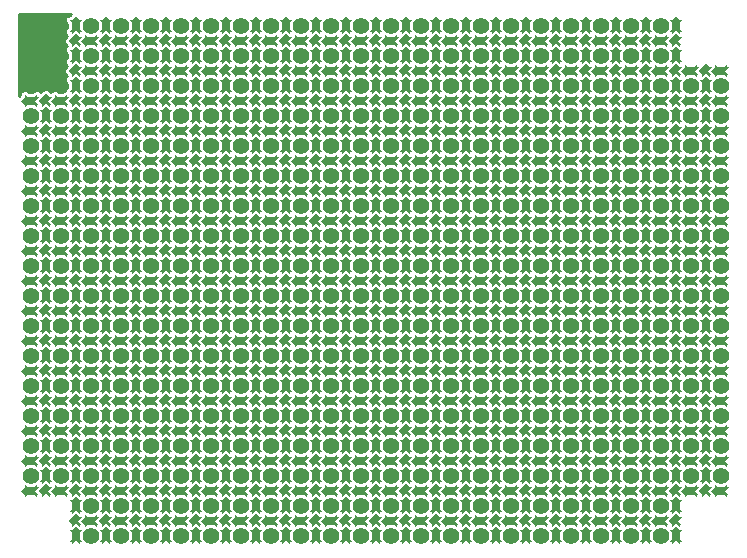
<source format=gbr>
G04 #@! TF.GenerationSoftware,KiCad,Pcbnew,5.1.6*
G04 #@! TF.CreationDate,2020-08-06T14:11:26+02:00*
G04 #@! TF.ProjectId,protoboard,70726f74-6f62-46f6-9172-642e6b696361,rev?*
G04 #@! TF.SameCoordinates,Original*
G04 #@! TF.FileFunction,Copper,L1,Top*
G04 #@! TF.FilePolarity,Positive*
%FSLAX46Y46*%
G04 Gerber Fmt 4.6, Leading zero omitted, Abs format (unit mm)*
G04 Created by KiCad (PCBNEW 5.1.6) date 2020-08-06 14:11:26*
%MOMM*%
%LPD*%
G01*
G04 APERTURE LIST*
G04 #@! TA.AperFunction,SMDPad,CuDef*
%ADD10C,0.100000*%
G04 #@! TD*
G04 #@! TA.AperFunction,ComponentPad*
%ADD11C,1.400000*%
G04 #@! TD*
G04 #@! TA.AperFunction,NonConductor*
%ADD12C,0.254000*%
G04 #@! TD*
G04 APERTURE END LIST*
G04 #@! TA.AperFunction,SMDPad,CuDef*
D10*
G36*
X100965098Y-41719510D02*
G01*
X100965191Y-41719538D01*
X100965278Y-41719584D01*
X100965354Y-41719646D01*
X101290208Y-42044500D01*
X101515000Y-42044500D01*
X101515098Y-42044510D01*
X101515191Y-42044538D01*
X101515278Y-42044584D01*
X101515354Y-42044646D01*
X101515416Y-42044722D01*
X101515462Y-42044809D01*
X101515490Y-42044902D01*
X101515500Y-42045000D01*
X101515490Y-42045098D01*
X101515462Y-42045191D01*
X101515416Y-42045278D01*
X101515354Y-42045354D01*
X101315500Y-42245208D01*
X101315500Y-42844792D01*
X101515354Y-43044646D01*
X101515416Y-43044722D01*
X101515462Y-43044809D01*
X101515490Y-43044902D01*
X101515500Y-43045000D01*
X101515490Y-43045098D01*
X101515462Y-43045191D01*
X101515416Y-43045278D01*
X101515354Y-43045354D01*
X101515278Y-43045416D01*
X101515191Y-43045462D01*
X101515098Y-43045490D01*
X101515000Y-43045500D01*
X101303500Y-43045500D01*
X101303500Y-43248000D01*
X101303490Y-43248098D01*
X101303462Y-43248191D01*
X101303416Y-43248278D01*
X101303354Y-43248354D01*
X101303278Y-43248416D01*
X101303191Y-43248462D01*
X101303098Y-43248490D01*
X101303000Y-43248500D01*
X101302902Y-43248490D01*
X101302809Y-43248462D01*
X101302722Y-43248416D01*
X101302646Y-43248354D01*
X100964792Y-42910500D01*
X100955208Y-42910500D01*
X100617354Y-43248354D01*
X100617278Y-43248416D01*
X100617191Y-43248462D01*
X100617098Y-43248490D01*
X100617000Y-43248500D01*
X100616902Y-43248490D01*
X100616809Y-43248462D01*
X100616722Y-43248416D01*
X100616646Y-43248354D01*
X100616584Y-43248278D01*
X100616538Y-43248191D01*
X100616510Y-43248098D01*
X100616500Y-43248000D01*
X100616500Y-43045500D01*
X100415000Y-43045500D01*
X100414902Y-43045490D01*
X100414809Y-43045462D01*
X100414722Y-43045416D01*
X100414646Y-43045354D01*
X100414584Y-43045278D01*
X100414538Y-43045191D01*
X100414510Y-43045098D01*
X100414500Y-43045000D01*
X100414510Y-43044902D01*
X100414538Y-43044809D01*
X100414584Y-43044722D01*
X100414646Y-43044646D01*
X100614500Y-42844792D01*
X100614500Y-42245208D01*
X100414646Y-42045354D01*
X100414584Y-42045278D01*
X100414538Y-42045191D01*
X100414510Y-42045098D01*
X100414500Y-42045000D01*
X100414510Y-42044902D01*
X100414538Y-42044809D01*
X100414584Y-42044722D01*
X100414646Y-42044646D01*
X100414722Y-42044584D01*
X100414809Y-42044538D01*
X100414902Y-42044510D01*
X100415000Y-42044500D01*
X100639792Y-42044500D01*
X100964646Y-41719646D01*
X100964722Y-41719584D01*
X100964809Y-41719538D01*
X100964902Y-41719510D01*
X100965000Y-41719500D01*
X100965098Y-41719510D01*
G37*
G04 #@! TD.AperFunction*
D11*
X104775000Y-55245000D03*
G04 #@! TA.AperFunction,SMDPad,CuDef*
D10*
G36*
X103505098Y-35549510D02*
G01*
X103505191Y-35549538D01*
X103505278Y-35549584D01*
X103505354Y-35549646D01*
X103802208Y-35846500D01*
X104028000Y-35846500D01*
X104028098Y-35846510D01*
X104028191Y-35846538D01*
X104028278Y-35846584D01*
X104028354Y-35846646D01*
X104028416Y-35846722D01*
X104028462Y-35846809D01*
X104028490Y-35846902D01*
X104028500Y-35847000D01*
X104028490Y-35847098D01*
X104028462Y-35847191D01*
X104028416Y-35847278D01*
X104028354Y-35847354D01*
X103680708Y-36195000D01*
X104027354Y-36541646D01*
X104027416Y-36541722D01*
X104027462Y-36541809D01*
X104027490Y-36541902D01*
X104027500Y-36542000D01*
X104027490Y-36542098D01*
X104027462Y-36542191D01*
X104027416Y-36542278D01*
X104027354Y-36542354D01*
X104027278Y-36542416D01*
X104027191Y-36542462D01*
X104027098Y-36542490D01*
X104027000Y-36542500D01*
X103852500Y-36542500D01*
X103852500Y-36717000D01*
X103852490Y-36717098D01*
X103852462Y-36717191D01*
X103852416Y-36717278D01*
X103852354Y-36717354D01*
X103852278Y-36717416D01*
X103852191Y-36717462D01*
X103852098Y-36717490D01*
X103852000Y-36717500D01*
X103851902Y-36717490D01*
X103851809Y-36717462D01*
X103851722Y-36717416D01*
X103851646Y-36717354D01*
X103505000Y-36370708D01*
X103157354Y-36718354D01*
X103157278Y-36718416D01*
X103157191Y-36718462D01*
X103157098Y-36718490D01*
X103157000Y-36718500D01*
X103156902Y-36718490D01*
X103156809Y-36718462D01*
X103156722Y-36718416D01*
X103156646Y-36718354D01*
X103156584Y-36718278D01*
X103156538Y-36718191D01*
X103156510Y-36718098D01*
X103156500Y-36718000D01*
X103156500Y-36492208D01*
X102859646Y-36195354D01*
X102859584Y-36195278D01*
X102859538Y-36195191D01*
X102859510Y-36195098D01*
X102859500Y-36195000D01*
X102859510Y-36194902D01*
X102859538Y-36194809D01*
X102859584Y-36194722D01*
X102859646Y-36194646D01*
X103504646Y-35549646D01*
X103504722Y-35549584D01*
X103504809Y-35549538D01*
X103504902Y-35549510D01*
X103505000Y-35549500D01*
X103505098Y-35549510D01*
G37*
G04 #@! TD.AperFunction*
G04 #@! TA.AperFunction,SMDPad,CuDef*
G36*
X100965098Y-36639510D02*
G01*
X100965191Y-36639538D01*
X100965278Y-36639584D01*
X100965354Y-36639646D01*
X101290208Y-36964500D01*
X101515000Y-36964500D01*
X101515098Y-36964510D01*
X101515191Y-36964538D01*
X101515278Y-36964584D01*
X101515354Y-36964646D01*
X101515416Y-36964722D01*
X101515462Y-36964809D01*
X101515490Y-36964902D01*
X101515500Y-36965000D01*
X101515490Y-36965098D01*
X101515462Y-36965191D01*
X101515416Y-36965278D01*
X101515354Y-36965354D01*
X101315500Y-37165208D01*
X101315500Y-37764792D01*
X101515354Y-37964646D01*
X101515416Y-37964722D01*
X101515462Y-37964809D01*
X101515490Y-37964902D01*
X101515500Y-37965000D01*
X101515490Y-37965098D01*
X101515462Y-37965191D01*
X101515416Y-37965278D01*
X101515354Y-37965354D01*
X101515278Y-37965416D01*
X101515191Y-37965462D01*
X101515098Y-37965490D01*
X101515000Y-37965500D01*
X101303500Y-37965500D01*
X101303500Y-38168000D01*
X101303490Y-38168098D01*
X101303462Y-38168191D01*
X101303416Y-38168278D01*
X101303354Y-38168354D01*
X101303278Y-38168416D01*
X101303191Y-38168462D01*
X101303098Y-38168490D01*
X101303000Y-38168500D01*
X101302902Y-38168490D01*
X101302809Y-38168462D01*
X101302722Y-38168416D01*
X101302646Y-38168354D01*
X100964792Y-37830500D01*
X100955208Y-37830500D01*
X100617354Y-38168354D01*
X100617278Y-38168416D01*
X100617191Y-38168462D01*
X100617098Y-38168490D01*
X100617000Y-38168500D01*
X100616902Y-38168490D01*
X100616809Y-38168462D01*
X100616722Y-38168416D01*
X100616646Y-38168354D01*
X100616584Y-38168278D01*
X100616538Y-38168191D01*
X100616510Y-38168098D01*
X100616500Y-38168000D01*
X100616500Y-37965500D01*
X100415000Y-37965500D01*
X100414902Y-37965490D01*
X100414809Y-37965462D01*
X100414722Y-37965416D01*
X100414646Y-37965354D01*
X100414584Y-37965278D01*
X100414538Y-37965191D01*
X100414510Y-37965098D01*
X100414500Y-37965000D01*
X100414510Y-37964902D01*
X100414538Y-37964809D01*
X100414584Y-37964722D01*
X100414646Y-37964646D01*
X100614500Y-37764792D01*
X100614500Y-37165208D01*
X100414646Y-36965354D01*
X100414584Y-36965278D01*
X100414538Y-36965191D01*
X100414510Y-36965098D01*
X100414500Y-36965000D01*
X100414510Y-36964902D01*
X100414538Y-36964809D01*
X100414584Y-36964722D01*
X100414646Y-36964646D01*
X100414722Y-36964584D01*
X100414809Y-36964538D01*
X100414902Y-36964510D01*
X100415000Y-36964500D01*
X100639792Y-36964500D01*
X100964646Y-36639646D01*
X100964722Y-36639584D01*
X100964809Y-36639538D01*
X100964902Y-36639510D01*
X100965000Y-36639500D01*
X100965098Y-36639510D01*
G37*
G04 #@! TD.AperFunction*
D11*
X102235000Y-42545000D03*
G04 #@! TA.AperFunction,SMDPad,CuDef*
D10*
G36*
X103505098Y-55869510D02*
G01*
X103505191Y-55869538D01*
X103505278Y-55869584D01*
X103505354Y-55869646D01*
X103802208Y-56166500D01*
X104028000Y-56166500D01*
X104028098Y-56166510D01*
X104028191Y-56166538D01*
X104028278Y-56166584D01*
X104028354Y-56166646D01*
X104028416Y-56166722D01*
X104028462Y-56166809D01*
X104028490Y-56166902D01*
X104028500Y-56167000D01*
X104028490Y-56167098D01*
X104028462Y-56167191D01*
X104028416Y-56167278D01*
X104028354Y-56167354D01*
X103680708Y-56515000D01*
X104027354Y-56861646D01*
X104027416Y-56861722D01*
X104027462Y-56861809D01*
X104027490Y-56861902D01*
X104027500Y-56862000D01*
X104027490Y-56862098D01*
X104027462Y-56862191D01*
X104027416Y-56862278D01*
X104027354Y-56862354D01*
X104027278Y-56862416D01*
X104027191Y-56862462D01*
X104027098Y-56862490D01*
X104027000Y-56862500D01*
X103852500Y-56862500D01*
X103852500Y-57037000D01*
X103852490Y-57037098D01*
X103852462Y-57037191D01*
X103852416Y-57037278D01*
X103852354Y-57037354D01*
X103852278Y-57037416D01*
X103852191Y-57037462D01*
X103852098Y-57037490D01*
X103852000Y-57037500D01*
X103851902Y-57037490D01*
X103851809Y-57037462D01*
X103851722Y-57037416D01*
X103851646Y-57037354D01*
X103505000Y-56690708D01*
X103157354Y-57038354D01*
X103157278Y-57038416D01*
X103157191Y-57038462D01*
X103157098Y-57038490D01*
X103157000Y-57038500D01*
X103156902Y-57038490D01*
X103156809Y-57038462D01*
X103156722Y-57038416D01*
X103156646Y-57038354D01*
X103156584Y-57038278D01*
X103156538Y-57038191D01*
X103156510Y-57038098D01*
X103156500Y-57038000D01*
X103156500Y-56812208D01*
X102859646Y-56515354D01*
X102859584Y-56515278D01*
X102859538Y-56515191D01*
X102859510Y-56515098D01*
X102859500Y-56515000D01*
X102859510Y-56514902D01*
X102859538Y-56514809D01*
X102859584Y-56514722D01*
X102859646Y-56514646D01*
X103504646Y-55869646D01*
X103504722Y-55869584D01*
X103504809Y-55869538D01*
X103504902Y-55869510D01*
X103505000Y-55869500D01*
X103505098Y-55869510D01*
G37*
G04 #@! TD.AperFunction*
G04 #@! TA.AperFunction,SMDPad,CuDef*
G36*
X103949510Y-69214902D02*
G01*
X103949538Y-69214809D01*
X103949584Y-69214722D01*
X103949646Y-69214646D01*
X104274500Y-68889792D01*
X104274500Y-68665000D01*
X104274510Y-68664902D01*
X104274538Y-68664809D01*
X104274584Y-68664722D01*
X104274646Y-68664646D01*
X104274722Y-68664584D01*
X104274809Y-68664538D01*
X104274902Y-68664510D01*
X104275000Y-68664500D01*
X104275098Y-68664510D01*
X104275191Y-68664538D01*
X104275278Y-68664584D01*
X104275354Y-68664646D01*
X104475208Y-68864500D01*
X105074792Y-68864500D01*
X105274646Y-68664646D01*
X105274722Y-68664584D01*
X105274809Y-68664538D01*
X105274902Y-68664510D01*
X105275000Y-68664500D01*
X105275098Y-68664510D01*
X105275191Y-68664538D01*
X105275278Y-68664584D01*
X105275354Y-68664646D01*
X105275416Y-68664722D01*
X105275462Y-68664809D01*
X105275490Y-68664902D01*
X105275500Y-68665000D01*
X105275500Y-68876500D01*
X105478000Y-68876500D01*
X105478098Y-68876510D01*
X105478191Y-68876538D01*
X105478278Y-68876584D01*
X105478354Y-68876646D01*
X105478416Y-68876722D01*
X105478462Y-68876809D01*
X105478490Y-68876902D01*
X105478500Y-68877000D01*
X105478490Y-68877098D01*
X105478462Y-68877191D01*
X105478416Y-68877278D01*
X105478354Y-68877354D01*
X105140500Y-69215208D01*
X105140500Y-69224792D01*
X105478354Y-69562646D01*
X105478416Y-69562722D01*
X105478462Y-69562809D01*
X105478490Y-69562902D01*
X105478500Y-69563000D01*
X105478490Y-69563098D01*
X105478462Y-69563191D01*
X105478416Y-69563278D01*
X105478354Y-69563354D01*
X105478278Y-69563416D01*
X105478191Y-69563462D01*
X105478098Y-69563490D01*
X105478000Y-69563500D01*
X105275500Y-69563500D01*
X105275500Y-69765000D01*
X105275490Y-69765098D01*
X105275462Y-69765191D01*
X105275416Y-69765278D01*
X105275354Y-69765354D01*
X105275278Y-69765416D01*
X105275191Y-69765462D01*
X105275098Y-69765490D01*
X105275000Y-69765500D01*
X105274902Y-69765490D01*
X105274809Y-69765462D01*
X105274722Y-69765416D01*
X105274646Y-69765354D01*
X105074792Y-69565500D01*
X104475208Y-69565500D01*
X104275354Y-69765354D01*
X104275278Y-69765416D01*
X104275191Y-69765462D01*
X104275098Y-69765490D01*
X104275000Y-69765500D01*
X104274902Y-69765490D01*
X104274809Y-69765462D01*
X104274722Y-69765416D01*
X104274646Y-69765354D01*
X104274584Y-69765278D01*
X104274538Y-69765191D01*
X104274510Y-69765098D01*
X104274500Y-69765000D01*
X104274500Y-69540208D01*
X103949646Y-69215354D01*
X103949584Y-69215278D01*
X103949538Y-69215191D01*
X103949510Y-69215098D01*
X103949500Y-69215000D01*
X103949510Y-69214902D01*
G37*
G04 #@! TD.AperFunction*
G04 #@! TA.AperFunction,SMDPad,CuDef*
G36*
X98425098Y-63489510D02*
G01*
X98425191Y-63489538D01*
X98425278Y-63489584D01*
X98425354Y-63489646D01*
X98722208Y-63786500D01*
X98948000Y-63786500D01*
X98948098Y-63786510D01*
X98948191Y-63786538D01*
X98948278Y-63786584D01*
X98948354Y-63786646D01*
X98948416Y-63786722D01*
X98948462Y-63786809D01*
X98948490Y-63786902D01*
X98948500Y-63787000D01*
X98948490Y-63787098D01*
X98948462Y-63787191D01*
X98948416Y-63787278D01*
X98948354Y-63787354D01*
X98600708Y-64135000D01*
X98947354Y-64481646D01*
X98947416Y-64481722D01*
X98947462Y-64481809D01*
X98947490Y-64481902D01*
X98947500Y-64482000D01*
X98947490Y-64482098D01*
X98947462Y-64482191D01*
X98947416Y-64482278D01*
X98947354Y-64482354D01*
X98947278Y-64482416D01*
X98947191Y-64482462D01*
X98947098Y-64482490D01*
X98947000Y-64482500D01*
X98772500Y-64482500D01*
X98772500Y-64657000D01*
X98772490Y-64657098D01*
X98772462Y-64657191D01*
X98772416Y-64657278D01*
X98772354Y-64657354D01*
X98772278Y-64657416D01*
X98772191Y-64657462D01*
X98772098Y-64657490D01*
X98772000Y-64657500D01*
X98771902Y-64657490D01*
X98771809Y-64657462D01*
X98771722Y-64657416D01*
X98771646Y-64657354D01*
X98425000Y-64310708D01*
X98077354Y-64658354D01*
X98077278Y-64658416D01*
X98077191Y-64658462D01*
X98077098Y-64658490D01*
X98077000Y-64658500D01*
X98076902Y-64658490D01*
X98076809Y-64658462D01*
X98076722Y-64658416D01*
X98076646Y-64658354D01*
X98076584Y-64658278D01*
X98076538Y-64658191D01*
X98076510Y-64658098D01*
X98076500Y-64658000D01*
X98076500Y-64432208D01*
X97779646Y-64135354D01*
X97779584Y-64135278D01*
X97779538Y-64135191D01*
X97779510Y-64135098D01*
X97779500Y-64135000D01*
X97779510Y-64134902D01*
X97779538Y-64134809D01*
X97779584Y-64134722D01*
X97779646Y-64134646D01*
X98424646Y-63489646D01*
X98424722Y-63489584D01*
X98424809Y-63489538D01*
X98424902Y-63489510D01*
X98425000Y-63489500D01*
X98425098Y-63489510D01*
G37*
G04 #@! TD.AperFunction*
G04 #@! TA.AperFunction,SMDPad,CuDef*
G36*
X98425098Y-74739510D02*
G01*
X98425191Y-74739538D01*
X98425278Y-74739584D01*
X98425354Y-74739646D01*
X98750208Y-75064500D01*
X98975000Y-75064500D01*
X98975098Y-75064510D01*
X98975191Y-75064538D01*
X98975278Y-75064584D01*
X98975354Y-75064646D01*
X98975416Y-75064722D01*
X98975462Y-75064809D01*
X98975490Y-75064902D01*
X98975500Y-75065000D01*
X98975490Y-75065098D01*
X98975462Y-75065191D01*
X98975416Y-75065278D01*
X98975354Y-75065354D01*
X98775500Y-75265208D01*
X98775500Y-75864792D01*
X98975354Y-76064646D01*
X98975416Y-76064722D01*
X98975462Y-76064809D01*
X98975490Y-76064902D01*
X98975500Y-76065000D01*
X98975490Y-76065098D01*
X98975462Y-76065191D01*
X98975416Y-76065278D01*
X98975354Y-76065354D01*
X98975278Y-76065416D01*
X98975191Y-76065462D01*
X98975098Y-76065490D01*
X98975000Y-76065500D01*
X98763500Y-76065500D01*
X98763500Y-76268000D01*
X98763490Y-76268098D01*
X98763462Y-76268191D01*
X98763416Y-76268278D01*
X98763354Y-76268354D01*
X98763278Y-76268416D01*
X98763191Y-76268462D01*
X98763098Y-76268490D01*
X98763000Y-76268500D01*
X98762902Y-76268490D01*
X98762809Y-76268462D01*
X98762722Y-76268416D01*
X98762646Y-76268354D01*
X98424792Y-75930500D01*
X98415208Y-75930500D01*
X98077354Y-76268354D01*
X98077278Y-76268416D01*
X98077191Y-76268462D01*
X98077098Y-76268490D01*
X98077000Y-76268500D01*
X98076902Y-76268490D01*
X98076809Y-76268462D01*
X98076722Y-76268416D01*
X98076646Y-76268354D01*
X98076584Y-76268278D01*
X98076538Y-76268191D01*
X98076510Y-76268098D01*
X98076500Y-76268000D01*
X98076500Y-76065500D01*
X97875000Y-76065500D01*
X97874902Y-76065490D01*
X97874809Y-76065462D01*
X97874722Y-76065416D01*
X97874646Y-76065354D01*
X97874584Y-76065278D01*
X97874538Y-76065191D01*
X97874510Y-76065098D01*
X97874500Y-76065000D01*
X97874510Y-76064902D01*
X97874538Y-76064809D01*
X97874584Y-76064722D01*
X97874646Y-76064646D01*
X98074500Y-75864792D01*
X98074500Y-75265208D01*
X97874646Y-75065354D01*
X97874584Y-75065278D01*
X97874538Y-75065191D01*
X97874510Y-75065098D01*
X97874500Y-75065000D01*
X97874510Y-75064902D01*
X97874538Y-75064809D01*
X97874584Y-75064722D01*
X97874646Y-75064646D01*
X97874722Y-75064584D01*
X97874809Y-75064538D01*
X97874902Y-75064510D01*
X97875000Y-75064500D01*
X98099792Y-75064500D01*
X98424646Y-74739646D01*
X98424722Y-74739584D01*
X98424809Y-74739538D01*
X98424902Y-74739510D01*
X98425000Y-74739500D01*
X98425098Y-74739510D01*
G37*
G04 #@! TD.AperFunction*
G04 #@! TA.AperFunction,SMDPad,CuDef*
G36*
X103505098Y-36639510D02*
G01*
X103505191Y-36639538D01*
X103505278Y-36639584D01*
X103505354Y-36639646D01*
X103830208Y-36964500D01*
X104055000Y-36964500D01*
X104055098Y-36964510D01*
X104055191Y-36964538D01*
X104055278Y-36964584D01*
X104055354Y-36964646D01*
X104055416Y-36964722D01*
X104055462Y-36964809D01*
X104055490Y-36964902D01*
X104055500Y-36965000D01*
X104055490Y-36965098D01*
X104055462Y-36965191D01*
X104055416Y-36965278D01*
X104055354Y-36965354D01*
X103855500Y-37165208D01*
X103855500Y-37764792D01*
X104055354Y-37964646D01*
X104055416Y-37964722D01*
X104055462Y-37964809D01*
X104055490Y-37964902D01*
X104055500Y-37965000D01*
X104055490Y-37965098D01*
X104055462Y-37965191D01*
X104055416Y-37965278D01*
X104055354Y-37965354D01*
X104055278Y-37965416D01*
X104055191Y-37965462D01*
X104055098Y-37965490D01*
X104055000Y-37965500D01*
X103843500Y-37965500D01*
X103843500Y-38168000D01*
X103843490Y-38168098D01*
X103843462Y-38168191D01*
X103843416Y-38168278D01*
X103843354Y-38168354D01*
X103843278Y-38168416D01*
X103843191Y-38168462D01*
X103843098Y-38168490D01*
X103843000Y-38168500D01*
X103842902Y-38168490D01*
X103842809Y-38168462D01*
X103842722Y-38168416D01*
X103842646Y-38168354D01*
X103504792Y-37830500D01*
X103495208Y-37830500D01*
X103157354Y-38168354D01*
X103157278Y-38168416D01*
X103157191Y-38168462D01*
X103157098Y-38168490D01*
X103157000Y-38168500D01*
X103156902Y-38168490D01*
X103156809Y-38168462D01*
X103156722Y-38168416D01*
X103156646Y-38168354D01*
X103156584Y-38168278D01*
X103156538Y-38168191D01*
X103156510Y-38168098D01*
X103156500Y-38168000D01*
X103156500Y-37965500D01*
X102955000Y-37965500D01*
X102954902Y-37965490D01*
X102954809Y-37965462D01*
X102954722Y-37965416D01*
X102954646Y-37965354D01*
X102954584Y-37965278D01*
X102954538Y-37965191D01*
X102954510Y-37965098D01*
X102954500Y-37965000D01*
X102954510Y-37964902D01*
X102954538Y-37964809D01*
X102954584Y-37964722D01*
X102954646Y-37964646D01*
X103154500Y-37764792D01*
X103154500Y-37165208D01*
X102954646Y-36965354D01*
X102954584Y-36965278D01*
X102954538Y-36965191D01*
X102954510Y-36965098D01*
X102954500Y-36965000D01*
X102954510Y-36964902D01*
X102954538Y-36964809D01*
X102954584Y-36964722D01*
X102954646Y-36964646D01*
X102954722Y-36964584D01*
X102954809Y-36964538D01*
X102954902Y-36964510D01*
X102955000Y-36964500D01*
X103179792Y-36964500D01*
X103504646Y-36639646D01*
X103504722Y-36639584D01*
X103504809Y-36639538D01*
X103504902Y-36639510D01*
X103505000Y-36639500D01*
X103505098Y-36639510D01*
G37*
G04 #@! TD.AperFunction*
G04 #@! TA.AperFunction,SMDPad,CuDef*
G36*
X96329510Y-36194902D02*
G01*
X96329538Y-36194809D01*
X96329584Y-36194722D01*
X96329646Y-36194646D01*
X96654500Y-35869792D01*
X96654500Y-35645000D01*
X96654510Y-35644902D01*
X96654538Y-35644809D01*
X96654584Y-35644722D01*
X96654646Y-35644646D01*
X96654722Y-35644584D01*
X96654809Y-35644538D01*
X96654902Y-35644510D01*
X96655000Y-35644500D01*
X96655098Y-35644510D01*
X96655191Y-35644538D01*
X96655278Y-35644584D01*
X96655354Y-35644646D01*
X96855208Y-35844500D01*
X97454792Y-35844500D01*
X97654646Y-35644646D01*
X97654722Y-35644584D01*
X97654809Y-35644538D01*
X97654902Y-35644510D01*
X97655000Y-35644500D01*
X97655098Y-35644510D01*
X97655191Y-35644538D01*
X97655278Y-35644584D01*
X97655354Y-35644646D01*
X97655416Y-35644722D01*
X97655462Y-35644809D01*
X97655490Y-35644902D01*
X97655500Y-35645000D01*
X97655500Y-35856500D01*
X97858000Y-35856500D01*
X97858098Y-35856510D01*
X97858191Y-35856538D01*
X97858278Y-35856584D01*
X97858354Y-35856646D01*
X97858416Y-35856722D01*
X97858462Y-35856809D01*
X97858490Y-35856902D01*
X97858500Y-35857000D01*
X97858490Y-35857098D01*
X97858462Y-35857191D01*
X97858416Y-35857278D01*
X97858354Y-35857354D01*
X97520500Y-36195208D01*
X97520500Y-36204792D01*
X97858354Y-36542646D01*
X97858416Y-36542722D01*
X97858462Y-36542809D01*
X97858490Y-36542902D01*
X97858500Y-36543000D01*
X97858490Y-36543098D01*
X97858462Y-36543191D01*
X97858416Y-36543278D01*
X97858354Y-36543354D01*
X97858278Y-36543416D01*
X97858191Y-36543462D01*
X97858098Y-36543490D01*
X97858000Y-36543500D01*
X97655500Y-36543500D01*
X97655500Y-36745000D01*
X97655490Y-36745098D01*
X97655462Y-36745191D01*
X97655416Y-36745278D01*
X97655354Y-36745354D01*
X97655278Y-36745416D01*
X97655191Y-36745462D01*
X97655098Y-36745490D01*
X97655000Y-36745500D01*
X97654902Y-36745490D01*
X97654809Y-36745462D01*
X97654722Y-36745416D01*
X97654646Y-36745354D01*
X97454792Y-36545500D01*
X96855208Y-36545500D01*
X96655354Y-36745354D01*
X96655278Y-36745416D01*
X96655191Y-36745462D01*
X96655098Y-36745490D01*
X96655000Y-36745500D01*
X96654902Y-36745490D01*
X96654809Y-36745462D01*
X96654722Y-36745416D01*
X96654646Y-36745354D01*
X96654584Y-36745278D01*
X96654538Y-36745191D01*
X96654510Y-36745098D01*
X96654500Y-36745000D01*
X96654500Y-36520208D01*
X96329646Y-36195354D01*
X96329584Y-36195278D01*
X96329538Y-36195191D01*
X96329510Y-36195098D01*
X96329500Y-36195000D01*
X96329510Y-36194902D01*
G37*
G04 #@! TD.AperFunction*
G04 #@! TA.AperFunction,SMDPad,CuDef*
G36*
X96329510Y-48894902D02*
G01*
X96329538Y-48894809D01*
X96329584Y-48894722D01*
X96329646Y-48894646D01*
X96654500Y-48569792D01*
X96654500Y-48345000D01*
X96654510Y-48344902D01*
X96654538Y-48344809D01*
X96654584Y-48344722D01*
X96654646Y-48344646D01*
X96654722Y-48344584D01*
X96654809Y-48344538D01*
X96654902Y-48344510D01*
X96655000Y-48344500D01*
X96655098Y-48344510D01*
X96655191Y-48344538D01*
X96655278Y-48344584D01*
X96655354Y-48344646D01*
X96855208Y-48544500D01*
X97454792Y-48544500D01*
X97654646Y-48344646D01*
X97654722Y-48344584D01*
X97654809Y-48344538D01*
X97654902Y-48344510D01*
X97655000Y-48344500D01*
X97655098Y-48344510D01*
X97655191Y-48344538D01*
X97655278Y-48344584D01*
X97655354Y-48344646D01*
X97655416Y-48344722D01*
X97655462Y-48344809D01*
X97655490Y-48344902D01*
X97655500Y-48345000D01*
X97655500Y-48556500D01*
X97858000Y-48556500D01*
X97858098Y-48556510D01*
X97858191Y-48556538D01*
X97858278Y-48556584D01*
X97858354Y-48556646D01*
X97858416Y-48556722D01*
X97858462Y-48556809D01*
X97858490Y-48556902D01*
X97858500Y-48557000D01*
X97858490Y-48557098D01*
X97858462Y-48557191D01*
X97858416Y-48557278D01*
X97858354Y-48557354D01*
X97520500Y-48895208D01*
X97520500Y-48904792D01*
X97858354Y-49242646D01*
X97858416Y-49242722D01*
X97858462Y-49242809D01*
X97858490Y-49242902D01*
X97858500Y-49243000D01*
X97858490Y-49243098D01*
X97858462Y-49243191D01*
X97858416Y-49243278D01*
X97858354Y-49243354D01*
X97858278Y-49243416D01*
X97858191Y-49243462D01*
X97858098Y-49243490D01*
X97858000Y-49243500D01*
X97655500Y-49243500D01*
X97655500Y-49445000D01*
X97655490Y-49445098D01*
X97655462Y-49445191D01*
X97655416Y-49445278D01*
X97655354Y-49445354D01*
X97655278Y-49445416D01*
X97655191Y-49445462D01*
X97655098Y-49445490D01*
X97655000Y-49445500D01*
X97654902Y-49445490D01*
X97654809Y-49445462D01*
X97654722Y-49445416D01*
X97654646Y-49445354D01*
X97454792Y-49245500D01*
X96855208Y-49245500D01*
X96655354Y-49445354D01*
X96655278Y-49445416D01*
X96655191Y-49445462D01*
X96655098Y-49445490D01*
X96655000Y-49445500D01*
X96654902Y-49445490D01*
X96654809Y-49445462D01*
X96654722Y-49445416D01*
X96654646Y-49445354D01*
X96654584Y-49445278D01*
X96654538Y-49445191D01*
X96654510Y-49445098D01*
X96654500Y-49445000D01*
X96654500Y-49220208D01*
X96329646Y-48895354D01*
X96329584Y-48895278D01*
X96329538Y-48895191D01*
X96329510Y-48895098D01*
X96329500Y-48895000D01*
X96329510Y-48894902D01*
G37*
G04 #@! TD.AperFunction*
G04 #@! TA.AperFunction,SMDPad,CuDef*
G36*
X95885098Y-54419510D02*
G01*
X95885191Y-54419538D01*
X95885278Y-54419584D01*
X95885354Y-54419646D01*
X96210208Y-54744500D01*
X96435000Y-54744500D01*
X96435098Y-54744510D01*
X96435191Y-54744538D01*
X96435278Y-54744584D01*
X96435354Y-54744646D01*
X96435416Y-54744722D01*
X96435462Y-54744809D01*
X96435490Y-54744902D01*
X96435500Y-54745000D01*
X96435490Y-54745098D01*
X96435462Y-54745191D01*
X96435416Y-54745278D01*
X96435354Y-54745354D01*
X96235500Y-54945208D01*
X96235500Y-55544792D01*
X96435354Y-55744646D01*
X96435416Y-55744722D01*
X96435462Y-55744809D01*
X96435490Y-55744902D01*
X96435500Y-55745000D01*
X96435490Y-55745098D01*
X96435462Y-55745191D01*
X96435416Y-55745278D01*
X96435354Y-55745354D01*
X96435278Y-55745416D01*
X96435191Y-55745462D01*
X96435098Y-55745490D01*
X96435000Y-55745500D01*
X96223500Y-55745500D01*
X96223500Y-55948000D01*
X96223490Y-55948098D01*
X96223462Y-55948191D01*
X96223416Y-55948278D01*
X96223354Y-55948354D01*
X96223278Y-55948416D01*
X96223191Y-55948462D01*
X96223098Y-55948490D01*
X96223000Y-55948500D01*
X96222902Y-55948490D01*
X96222809Y-55948462D01*
X96222722Y-55948416D01*
X96222646Y-55948354D01*
X95884792Y-55610500D01*
X95875208Y-55610500D01*
X95537354Y-55948354D01*
X95537278Y-55948416D01*
X95537191Y-55948462D01*
X95537098Y-55948490D01*
X95537000Y-55948500D01*
X95536902Y-55948490D01*
X95536809Y-55948462D01*
X95536722Y-55948416D01*
X95536646Y-55948354D01*
X95536584Y-55948278D01*
X95536538Y-55948191D01*
X95536510Y-55948098D01*
X95536500Y-55948000D01*
X95536500Y-55745500D01*
X95335000Y-55745500D01*
X95334902Y-55745490D01*
X95334809Y-55745462D01*
X95334722Y-55745416D01*
X95334646Y-55745354D01*
X95334584Y-55745278D01*
X95334538Y-55745191D01*
X95334510Y-55745098D01*
X95334500Y-55745000D01*
X95334510Y-55744902D01*
X95334538Y-55744809D01*
X95334584Y-55744722D01*
X95334646Y-55744646D01*
X95534500Y-55544792D01*
X95534500Y-54945208D01*
X95334646Y-54745354D01*
X95334584Y-54745278D01*
X95334538Y-54745191D01*
X95334510Y-54745098D01*
X95334500Y-54745000D01*
X95334510Y-54744902D01*
X95334538Y-54744809D01*
X95334584Y-54744722D01*
X95334646Y-54744646D01*
X95334722Y-54744584D01*
X95334809Y-54744538D01*
X95334902Y-54744510D01*
X95335000Y-54744500D01*
X95559792Y-54744500D01*
X95884646Y-54419646D01*
X95884722Y-54419584D01*
X95884809Y-54419538D01*
X95884902Y-54419510D01*
X95885000Y-54419500D01*
X95885098Y-54419510D01*
G37*
G04 #@! TD.AperFunction*
G04 #@! TA.AperFunction,SMDPad,CuDef*
G36*
X96329510Y-41274902D02*
G01*
X96329538Y-41274809D01*
X96329584Y-41274722D01*
X96329646Y-41274646D01*
X96654500Y-40949792D01*
X96654500Y-40725000D01*
X96654510Y-40724902D01*
X96654538Y-40724809D01*
X96654584Y-40724722D01*
X96654646Y-40724646D01*
X96654722Y-40724584D01*
X96654809Y-40724538D01*
X96654902Y-40724510D01*
X96655000Y-40724500D01*
X96655098Y-40724510D01*
X96655191Y-40724538D01*
X96655278Y-40724584D01*
X96655354Y-40724646D01*
X96855208Y-40924500D01*
X97454792Y-40924500D01*
X97654646Y-40724646D01*
X97654722Y-40724584D01*
X97654809Y-40724538D01*
X97654902Y-40724510D01*
X97655000Y-40724500D01*
X97655098Y-40724510D01*
X97655191Y-40724538D01*
X97655278Y-40724584D01*
X97655354Y-40724646D01*
X97655416Y-40724722D01*
X97655462Y-40724809D01*
X97655490Y-40724902D01*
X97655500Y-40725000D01*
X97655500Y-40936500D01*
X97858000Y-40936500D01*
X97858098Y-40936510D01*
X97858191Y-40936538D01*
X97858278Y-40936584D01*
X97858354Y-40936646D01*
X97858416Y-40936722D01*
X97858462Y-40936809D01*
X97858490Y-40936902D01*
X97858500Y-40937000D01*
X97858490Y-40937098D01*
X97858462Y-40937191D01*
X97858416Y-40937278D01*
X97858354Y-40937354D01*
X97520500Y-41275208D01*
X97520500Y-41284792D01*
X97858354Y-41622646D01*
X97858416Y-41622722D01*
X97858462Y-41622809D01*
X97858490Y-41622902D01*
X97858500Y-41623000D01*
X97858490Y-41623098D01*
X97858462Y-41623191D01*
X97858416Y-41623278D01*
X97858354Y-41623354D01*
X97858278Y-41623416D01*
X97858191Y-41623462D01*
X97858098Y-41623490D01*
X97858000Y-41623500D01*
X97655500Y-41623500D01*
X97655500Y-41825000D01*
X97655490Y-41825098D01*
X97655462Y-41825191D01*
X97655416Y-41825278D01*
X97655354Y-41825354D01*
X97655278Y-41825416D01*
X97655191Y-41825462D01*
X97655098Y-41825490D01*
X97655000Y-41825500D01*
X97654902Y-41825490D01*
X97654809Y-41825462D01*
X97654722Y-41825416D01*
X97654646Y-41825354D01*
X97454792Y-41625500D01*
X96855208Y-41625500D01*
X96655354Y-41825354D01*
X96655278Y-41825416D01*
X96655191Y-41825462D01*
X96655098Y-41825490D01*
X96655000Y-41825500D01*
X96654902Y-41825490D01*
X96654809Y-41825462D01*
X96654722Y-41825416D01*
X96654646Y-41825354D01*
X96654584Y-41825278D01*
X96654538Y-41825191D01*
X96654510Y-41825098D01*
X96654500Y-41825000D01*
X96654500Y-41600208D01*
X96329646Y-41275354D01*
X96329584Y-41275278D01*
X96329538Y-41275191D01*
X96329510Y-41275098D01*
X96329500Y-41275000D01*
X96329510Y-41274902D01*
G37*
G04 #@! TD.AperFunction*
G04 #@! TA.AperFunction,SMDPad,CuDef*
G36*
X95885098Y-34099510D02*
G01*
X95885191Y-34099538D01*
X95885278Y-34099584D01*
X95885354Y-34099646D01*
X96210208Y-34424500D01*
X96435000Y-34424500D01*
X96435098Y-34424510D01*
X96435191Y-34424538D01*
X96435278Y-34424584D01*
X96435354Y-34424646D01*
X96435416Y-34424722D01*
X96435462Y-34424809D01*
X96435490Y-34424902D01*
X96435500Y-34425000D01*
X96435490Y-34425098D01*
X96435462Y-34425191D01*
X96435416Y-34425278D01*
X96435354Y-34425354D01*
X96235500Y-34625208D01*
X96235500Y-35224792D01*
X96435354Y-35424646D01*
X96435416Y-35424722D01*
X96435462Y-35424809D01*
X96435490Y-35424902D01*
X96435500Y-35425000D01*
X96435490Y-35425098D01*
X96435462Y-35425191D01*
X96435416Y-35425278D01*
X96435354Y-35425354D01*
X96435278Y-35425416D01*
X96435191Y-35425462D01*
X96435098Y-35425490D01*
X96435000Y-35425500D01*
X96223500Y-35425500D01*
X96223500Y-35628000D01*
X96223490Y-35628098D01*
X96223462Y-35628191D01*
X96223416Y-35628278D01*
X96223354Y-35628354D01*
X96223278Y-35628416D01*
X96223191Y-35628462D01*
X96223098Y-35628490D01*
X96223000Y-35628500D01*
X96222902Y-35628490D01*
X96222809Y-35628462D01*
X96222722Y-35628416D01*
X96222646Y-35628354D01*
X95884792Y-35290500D01*
X95875208Y-35290500D01*
X95537354Y-35628354D01*
X95537278Y-35628416D01*
X95537191Y-35628462D01*
X95537098Y-35628490D01*
X95537000Y-35628500D01*
X95536902Y-35628490D01*
X95536809Y-35628462D01*
X95536722Y-35628416D01*
X95536646Y-35628354D01*
X95536584Y-35628278D01*
X95536538Y-35628191D01*
X95536510Y-35628098D01*
X95536500Y-35628000D01*
X95536500Y-35425500D01*
X95335000Y-35425500D01*
X95334902Y-35425490D01*
X95334809Y-35425462D01*
X95334722Y-35425416D01*
X95334646Y-35425354D01*
X95334584Y-35425278D01*
X95334538Y-35425191D01*
X95334510Y-35425098D01*
X95334500Y-35425000D01*
X95334510Y-35424902D01*
X95334538Y-35424809D01*
X95334584Y-35424722D01*
X95334646Y-35424646D01*
X95534500Y-35224792D01*
X95534500Y-34625208D01*
X95334646Y-34425354D01*
X95334584Y-34425278D01*
X95334538Y-34425191D01*
X95334510Y-34425098D01*
X95334500Y-34425000D01*
X95334510Y-34424902D01*
X95334538Y-34424809D01*
X95334584Y-34424722D01*
X95334646Y-34424646D01*
X95334722Y-34424584D01*
X95334809Y-34424538D01*
X95334902Y-34424510D01*
X95335000Y-34424500D01*
X95559792Y-34424500D01*
X95884646Y-34099646D01*
X95884722Y-34099584D01*
X95884809Y-34099538D01*
X95884902Y-34099510D01*
X95885000Y-34099500D01*
X95885098Y-34099510D01*
G37*
G04 #@! TD.AperFunction*
G04 #@! TA.AperFunction,SMDPad,CuDef*
G36*
X95885098Y-40629510D02*
G01*
X95885191Y-40629538D01*
X95885278Y-40629584D01*
X95885354Y-40629646D01*
X96182208Y-40926500D01*
X96408000Y-40926500D01*
X96408098Y-40926510D01*
X96408191Y-40926538D01*
X96408278Y-40926584D01*
X96408354Y-40926646D01*
X96408416Y-40926722D01*
X96408462Y-40926809D01*
X96408490Y-40926902D01*
X96408500Y-40927000D01*
X96408490Y-40927098D01*
X96408462Y-40927191D01*
X96408416Y-40927278D01*
X96408354Y-40927354D01*
X96060708Y-41275000D01*
X96407354Y-41621646D01*
X96407416Y-41621722D01*
X96407462Y-41621809D01*
X96407490Y-41621902D01*
X96407500Y-41622000D01*
X96407490Y-41622098D01*
X96407462Y-41622191D01*
X96407416Y-41622278D01*
X96407354Y-41622354D01*
X96407278Y-41622416D01*
X96407191Y-41622462D01*
X96407098Y-41622490D01*
X96407000Y-41622500D01*
X96232500Y-41622500D01*
X96232500Y-41797000D01*
X96232490Y-41797098D01*
X96232462Y-41797191D01*
X96232416Y-41797278D01*
X96232354Y-41797354D01*
X96232278Y-41797416D01*
X96232191Y-41797462D01*
X96232098Y-41797490D01*
X96232000Y-41797500D01*
X96231902Y-41797490D01*
X96231809Y-41797462D01*
X96231722Y-41797416D01*
X96231646Y-41797354D01*
X95885000Y-41450708D01*
X95537354Y-41798354D01*
X95537278Y-41798416D01*
X95537191Y-41798462D01*
X95537098Y-41798490D01*
X95537000Y-41798500D01*
X95536902Y-41798490D01*
X95536809Y-41798462D01*
X95536722Y-41798416D01*
X95536646Y-41798354D01*
X95536584Y-41798278D01*
X95536538Y-41798191D01*
X95536510Y-41798098D01*
X95536500Y-41798000D01*
X95536500Y-41572208D01*
X95239646Y-41275354D01*
X95239584Y-41275278D01*
X95239538Y-41275191D01*
X95239510Y-41275098D01*
X95239500Y-41275000D01*
X95239510Y-41274902D01*
X95239538Y-41274809D01*
X95239584Y-41274722D01*
X95239646Y-41274646D01*
X95884646Y-40629646D01*
X95884722Y-40629584D01*
X95884809Y-40629538D01*
X95884902Y-40629510D01*
X95885000Y-40629500D01*
X95885098Y-40629510D01*
G37*
G04 #@! TD.AperFunction*
G04 #@! TA.AperFunction,SMDPad,CuDef*
G36*
X98425098Y-33009510D02*
G01*
X98425191Y-33009538D01*
X98425278Y-33009584D01*
X98425354Y-33009646D01*
X98722208Y-33306500D01*
X98948000Y-33306500D01*
X98948098Y-33306510D01*
X98948191Y-33306538D01*
X98948278Y-33306584D01*
X98948354Y-33306646D01*
X98948416Y-33306722D01*
X98948462Y-33306809D01*
X98948490Y-33306902D01*
X98948500Y-33307000D01*
X98948490Y-33307098D01*
X98948462Y-33307191D01*
X98948416Y-33307278D01*
X98948354Y-33307354D01*
X98600708Y-33655000D01*
X98947354Y-34001646D01*
X98947416Y-34001722D01*
X98947462Y-34001809D01*
X98947490Y-34001902D01*
X98947500Y-34002000D01*
X98947490Y-34002098D01*
X98947462Y-34002191D01*
X98947416Y-34002278D01*
X98947354Y-34002354D01*
X98947278Y-34002416D01*
X98947191Y-34002462D01*
X98947098Y-34002490D01*
X98947000Y-34002500D01*
X98772500Y-34002500D01*
X98772500Y-34177000D01*
X98772490Y-34177098D01*
X98772462Y-34177191D01*
X98772416Y-34177278D01*
X98772354Y-34177354D01*
X98772278Y-34177416D01*
X98772191Y-34177462D01*
X98772098Y-34177490D01*
X98772000Y-34177500D01*
X98771902Y-34177490D01*
X98771809Y-34177462D01*
X98771722Y-34177416D01*
X98771646Y-34177354D01*
X98425000Y-33830708D01*
X98077354Y-34178354D01*
X98077278Y-34178416D01*
X98077191Y-34178462D01*
X98077098Y-34178490D01*
X98077000Y-34178500D01*
X98076902Y-34178490D01*
X98076809Y-34178462D01*
X98076722Y-34178416D01*
X98076646Y-34178354D01*
X98076584Y-34178278D01*
X98076538Y-34178191D01*
X98076510Y-34178098D01*
X98076500Y-34178000D01*
X98076500Y-33952208D01*
X97779646Y-33655354D01*
X97779584Y-33655278D01*
X97779538Y-33655191D01*
X97779510Y-33655098D01*
X97779500Y-33655000D01*
X97779510Y-33654902D01*
X97779538Y-33654809D01*
X97779584Y-33654722D01*
X97779646Y-33654646D01*
X98424646Y-33009646D01*
X98424722Y-33009584D01*
X98424809Y-33009538D01*
X98424902Y-33009510D01*
X98425000Y-33009500D01*
X98425098Y-33009510D01*
G37*
G04 #@! TD.AperFunction*
G04 #@! TA.AperFunction,SMDPad,CuDef*
G36*
X103505098Y-45709510D02*
G01*
X103505191Y-45709538D01*
X103505278Y-45709584D01*
X103505354Y-45709646D01*
X103802208Y-46006500D01*
X104028000Y-46006500D01*
X104028098Y-46006510D01*
X104028191Y-46006538D01*
X104028278Y-46006584D01*
X104028354Y-46006646D01*
X104028416Y-46006722D01*
X104028462Y-46006809D01*
X104028490Y-46006902D01*
X104028500Y-46007000D01*
X104028490Y-46007098D01*
X104028462Y-46007191D01*
X104028416Y-46007278D01*
X104028354Y-46007354D01*
X103680708Y-46355000D01*
X104027354Y-46701646D01*
X104027416Y-46701722D01*
X104027462Y-46701809D01*
X104027490Y-46701902D01*
X104027500Y-46702000D01*
X104027490Y-46702098D01*
X104027462Y-46702191D01*
X104027416Y-46702278D01*
X104027354Y-46702354D01*
X104027278Y-46702416D01*
X104027191Y-46702462D01*
X104027098Y-46702490D01*
X104027000Y-46702500D01*
X103852500Y-46702500D01*
X103852500Y-46877000D01*
X103852490Y-46877098D01*
X103852462Y-46877191D01*
X103852416Y-46877278D01*
X103852354Y-46877354D01*
X103852278Y-46877416D01*
X103852191Y-46877462D01*
X103852098Y-46877490D01*
X103852000Y-46877500D01*
X103851902Y-46877490D01*
X103851809Y-46877462D01*
X103851722Y-46877416D01*
X103851646Y-46877354D01*
X103505000Y-46530708D01*
X103157354Y-46878354D01*
X103157278Y-46878416D01*
X103157191Y-46878462D01*
X103157098Y-46878490D01*
X103157000Y-46878500D01*
X103156902Y-46878490D01*
X103156809Y-46878462D01*
X103156722Y-46878416D01*
X103156646Y-46878354D01*
X103156584Y-46878278D01*
X103156538Y-46878191D01*
X103156510Y-46878098D01*
X103156500Y-46878000D01*
X103156500Y-46652208D01*
X102859646Y-46355354D01*
X102859584Y-46355278D01*
X102859538Y-46355191D01*
X102859510Y-46355098D01*
X102859500Y-46355000D01*
X102859510Y-46354902D01*
X102859538Y-46354809D01*
X102859584Y-46354722D01*
X102859646Y-46354646D01*
X103504646Y-45709646D01*
X103504722Y-45709584D01*
X103504809Y-45709538D01*
X103504902Y-45709510D01*
X103505000Y-45709500D01*
X103505098Y-45709510D01*
G37*
G04 #@! TD.AperFunction*
G04 #@! TA.AperFunction,SMDPad,CuDef*
G36*
X100965098Y-51879510D02*
G01*
X100965191Y-51879538D01*
X100965278Y-51879584D01*
X100965354Y-51879646D01*
X101290208Y-52204500D01*
X101515000Y-52204500D01*
X101515098Y-52204510D01*
X101515191Y-52204538D01*
X101515278Y-52204584D01*
X101515354Y-52204646D01*
X101515416Y-52204722D01*
X101515462Y-52204809D01*
X101515490Y-52204902D01*
X101515500Y-52205000D01*
X101515490Y-52205098D01*
X101515462Y-52205191D01*
X101515416Y-52205278D01*
X101515354Y-52205354D01*
X101315500Y-52405208D01*
X101315500Y-53004792D01*
X101515354Y-53204646D01*
X101515416Y-53204722D01*
X101515462Y-53204809D01*
X101515490Y-53204902D01*
X101515500Y-53205000D01*
X101515490Y-53205098D01*
X101515462Y-53205191D01*
X101515416Y-53205278D01*
X101515354Y-53205354D01*
X101515278Y-53205416D01*
X101515191Y-53205462D01*
X101515098Y-53205490D01*
X101515000Y-53205500D01*
X101303500Y-53205500D01*
X101303500Y-53408000D01*
X101303490Y-53408098D01*
X101303462Y-53408191D01*
X101303416Y-53408278D01*
X101303354Y-53408354D01*
X101303278Y-53408416D01*
X101303191Y-53408462D01*
X101303098Y-53408490D01*
X101303000Y-53408500D01*
X101302902Y-53408490D01*
X101302809Y-53408462D01*
X101302722Y-53408416D01*
X101302646Y-53408354D01*
X100964792Y-53070500D01*
X100955208Y-53070500D01*
X100617354Y-53408354D01*
X100617278Y-53408416D01*
X100617191Y-53408462D01*
X100617098Y-53408490D01*
X100617000Y-53408500D01*
X100616902Y-53408490D01*
X100616809Y-53408462D01*
X100616722Y-53408416D01*
X100616646Y-53408354D01*
X100616584Y-53408278D01*
X100616538Y-53408191D01*
X100616510Y-53408098D01*
X100616500Y-53408000D01*
X100616500Y-53205500D01*
X100415000Y-53205500D01*
X100414902Y-53205490D01*
X100414809Y-53205462D01*
X100414722Y-53205416D01*
X100414646Y-53205354D01*
X100414584Y-53205278D01*
X100414538Y-53205191D01*
X100414510Y-53205098D01*
X100414500Y-53205000D01*
X100414510Y-53204902D01*
X100414538Y-53204809D01*
X100414584Y-53204722D01*
X100414646Y-53204646D01*
X100614500Y-53004792D01*
X100614500Y-52405208D01*
X100414646Y-52205354D01*
X100414584Y-52205278D01*
X100414538Y-52205191D01*
X100414510Y-52205098D01*
X100414500Y-52205000D01*
X100414510Y-52204902D01*
X100414538Y-52204809D01*
X100414584Y-52204722D01*
X100414646Y-52204646D01*
X100414722Y-52204584D01*
X100414809Y-52204538D01*
X100414902Y-52204510D01*
X100415000Y-52204500D01*
X100639792Y-52204500D01*
X100964646Y-51879646D01*
X100964722Y-51879584D01*
X100964809Y-51879538D01*
X100964902Y-51879510D01*
X100965000Y-51879500D01*
X100965098Y-51879510D01*
G37*
G04 #@! TD.AperFunction*
G04 #@! TA.AperFunction,SMDPad,CuDef*
G36*
X95885098Y-35549510D02*
G01*
X95885191Y-35549538D01*
X95885278Y-35549584D01*
X95885354Y-35549646D01*
X96182208Y-35846500D01*
X96408000Y-35846500D01*
X96408098Y-35846510D01*
X96408191Y-35846538D01*
X96408278Y-35846584D01*
X96408354Y-35846646D01*
X96408416Y-35846722D01*
X96408462Y-35846809D01*
X96408490Y-35846902D01*
X96408500Y-35847000D01*
X96408490Y-35847098D01*
X96408462Y-35847191D01*
X96408416Y-35847278D01*
X96408354Y-35847354D01*
X96060708Y-36195000D01*
X96407354Y-36541646D01*
X96407416Y-36541722D01*
X96407462Y-36541809D01*
X96407490Y-36541902D01*
X96407500Y-36542000D01*
X96407490Y-36542098D01*
X96407462Y-36542191D01*
X96407416Y-36542278D01*
X96407354Y-36542354D01*
X96407278Y-36542416D01*
X96407191Y-36542462D01*
X96407098Y-36542490D01*
X96407000Y-36542500D01*
X96232500Y-36542500D01*
X96232500Y-36717000D01*
X96232490Y-36717098D01*
X96232462Y-36717191D01*
X96232416Y-36717278D01*
X96232354Y-36717354D01*
X96232278Y-36717416D01*
X96232191Y-36717462D01*
X96232098Y-36717490D01*
X96232000Y-36717500D01*
X96231902Y-36717490D01*
X96231809Y-36717462D01*
X96231722Y-36717416D01*
X96231646Y-36717354D01*
X95885000Y-36370708D01*
X95537354Y-36718354D01*
X95537278Y-36718416D01*
X95537191Y-36718462D01*
X95537098Y-36718490D01*
X95537000Y-36718500D01*
X95536902Y-36718490D01*
X95536809Y-36718462D01*
X95536722Y-36718416D01*
X95536646Y-36718354D01*
X95536584Y-36718278D01*
X95536538Y-36718191D01*
X95536510Y-36718098D01*
X95536500Y-36718000D01*
X95536500Y-36492208D01*
X95239646Y-36195354D01*
X95239584Y-36195278D01*
X95239538Y-36195191D01*
X95239510Y-36195098D01*
X95239500Y-36195000D01*
X95239510Y-36194902D01*
X95239538Y-36194809D01*
X95239584Y-36194722D01*
X95239646Y-36194646D01*
X95884646Y-35549646D01*
X95884722Y-35549584D01*
X95884809Y-35549538D01*
X95884902Y-35549510D01*
X95885000Y-35549500D01*
X95885098Y-35549510D01*
G37*
G04 #@! TD.AperFunction*
G04 #@! TA.AperFunction,SMDPad,CuDef*
G36*
X98425098Y-59499510D02*
G01*
X98425191Y-59499538D01*
X98425278Y-59499584D01*
X98425354Y-59499646D01*
X98750208Y-59824500D01*
X98975000Y-59824500D01*
X98975098Y-59824510D01*
X98975191Y-59824538D01*
X98975278Y-59824584D01*
X98975354Y-59824646D01*
X98975416Y-59824722D01*
X98975462Y-59824809D01*
X98975490Y-59824902D01*
X98975500Y-59825000D01*
X98975490Y-59825098D01*
X98975462Y-59825191D01*
X98975416Y-59825278D01*
X98975354Y-59825354D01*
X98775500Y-60025208D01*
X98775500Y-60624792D01*
X98975354Y-60824646D01*
X98975416Y-60824722D01*
X98975462Y-60824809D01*
X98975490Y-60824902D01*
X98975500Y-60825000D01*
X98975490Y-60825098D01*
X98975462Y-60825191D01*
X98975416Y-60825278D01*
X98975354Y-60825354D01*
X98975278Y-60825416D01*
X98975191Y-60825462D01*
X98975098Y-60825490D01*
X98975000Y-60825500D01*
X98763500Y-60825500D01*
X98763500Y-61028000D01*
X98763490Y-61028098D01*
X98763462Y-61028191D01*
X98763416Y-61028278D01*
X98763354Y-61028354D01*
X98763278Y-61028416D01*
X98763191Y-61028462D01*
X98763098Y-61028490D01*
X98763000Y-61028500D01*
X98762902Y-61028490D01*
X98762809Y-61028462D01*
X98762722Y-61028416D01*
X98762646Y-61028354D01*
X98424792Y-60690500D01*
X98415208Y-60690500D01*
X98077354Y-61028354D01*
X98077278Y-61028416D01*
X98077191Y-61028462D01*
X98077098Y-61028490D01*
X98077000Y-61028500D01*
X98076902Y-61028490D01*
X98076809Y-61028462D01*
X98076722Y-61028416D01*
X98076646Y-61028354D01*
X98076584Y-61028278D01*
X98076538Y-61028191D01*
X98076510Y-61028098D01*
X98076500Y-61028000D01*
X98076500Y-60825500D01*
X97875000Y-60825500D01*
X97874902Y-60825490D01*
X97874809Y-60825462D01*
X97874722Y-60825416D01*
X97874646Y-60825354D01*
X97874584Y-60825278D01*
X97874538Y-60825191D01*
X97874510Y-60825098D01*
X97874500Y-60825000D01*
X97874510Y-60824902D01*
X97874538Y-60824809D01*
X97874584Y-60824722D01*
X97874646Y-60824646D01*
X98074500Y-60624792D01*
X98074500Y-60025208D01*
X97874646Y-59825354D01*
X97874584Y-59825278D01*
X97874538Y-59825191D01*
X97874510Y-59825098D01*
X97874500Y-59825000D01*
X97874510Y-59824902D01*
X97874538Y-59824809D01*
X97874584Y-59824722D01*
X97874646Y-59824646D01*
X97874722Y-59824584D01*
X97874809Y-59824538D01*
X97874902Y-59824510D01*
X97875000Y-59824500D01*
X98099792Y-59824500D01*
X98424646Y-59499646D01*
X98424722Y-59499584D01*
X98424809Y-59499538D01*
X98424902Y-59499510D01*
X98425000Y-59499500D01*
X98425098Y-59499510D01*
G37*
G04 #@! TD.AperFunction*
G04 #@! TA.AperFunction,SMDPad,CuDef*
G36*
X103505098Y-53329510D02*
G01*
X103505191Y-53329538D01*
X103505278Y-53329584D01*
X103505354Y-53329646D01*
X103802208Y-53626500D01*
X104028000Y-53626500D01*
X104028098Y-53626510D01*
X104028191Y-53626538D01*
X104028278Y-53626584D01*
X104028354Y-53626646D01*
X104028416Y-53626722D01*
X104028462Y-53626809D01*
X104028490Y-53626902D01*
X104028500Y-53627000D01*
X104028490Y-53627098D01*
X104028462Y-53627191D01*
X104028416Y-53627278D01*
X104028354Y-53627354D01*
X103680708Y-53975000D01*
X104027354Y-54321646D01*
X104027416Y-54321722D01*
X104027462Y-54321809D01*
X104027490Y-54321902D01*
X104027500Y-54322000D01*
X104027490Y-54322098D01*
X104027462Y-54322191D01*
X104027416Y-54322278D01*
X104027354Y-54322354D01*
X104027278Y-54322416D01*
X104027191Y-54322462D01*
X104027098Y-54322490D01*
X104027000Y-54322500D01*
X103852500Y-54322500D01*
X103852500Y-54497000D01*
X103852490Y-54497098D01*
X103852462Y-54497191D01*
X103852416Y-54497278D01*
X103852354Y-54497354D01*
X103852278Y-54497416D01*
X103852191Y-54497462D01*
X103852098Y-54497490D01*
X103852000Y-54497500D01*
X103851902Y-54497490D01*
X103851809Y-54497462D01*
X103851722Y-54497416D01*
X103851646Y-54497354D01*
X103505000Y-54150708D01*
X103157354Y-54498354D01*
X103157278Y-54498416D01*
X103157191Y-54498462D01*
X103157098Y-54498490D01*
X103157000Y-54498500D01*
X103156902Y-54498490D01*
X103156809Y-54498462D01*
X103156722Y-54498416D01*
X103156646Y-54498354D01*
X103156584Y-54498278D01*
X103156538Y-54498191D01*
X103156510Y-54498098D01*
X103156500Y-54498000D01*
X103156500Y-54272208D01*
X102859646Y-53975354D01*
X102859584Y-53975278D01*
X102859538Y-53975191D01*
X102859510Y-53975098D01*
X102859500Y-53975000D01*
X102859510Y-53974902D01*
X102859538Y-53974809D01*
X102859584Y-53974722D01*
X102859646Y-53974646D01*
X103504646Y-53329646D01*
X103504722Y-53329584D01*
X103504809Y-53329538D01*
X103504902Y-53329510D01*
X103505000Y-53329500D01*
X103505098Y-53329510D01*
G37*
G04 #@! TD.AperFunction*
G04 #@! TA.AperFunction,SMDPad,CuDef*
G36*
X103949510Y-51434902D02*
G01*
X103949538Y-51434809D01*
X103949584Y-51434722D01*
X103949646Y-51434646D01*
X104274500Y-51109792D01*
X104274500Y-50885000D01*
X104274510Y-50884902D01*
X104274538Y-50884809D01*
X104274584Y-50884722D01*
X104274646Y-50884646D01*
X104274722Y-50884584D01*
X104274809Y-50884538D01*
X104274902Y-50884510D01*
X104275000Y-50884500D01*
X104275098Y-50884510D01*
X104275191Y-50884538D01*
X104275278Y-50884584D01*
X104275354Y-50884646D01*
X104475208Y-51084500D01*
X105074792Y-51084500D01*
X105274646Y-50884646D01*
X105274722Y-50884584D01*
X105274809Y-50884538D01*
X105274902Y-50884510D01*
X105275000Y-50884500D01*
X105275098Y-50884510D01*
X105275191Y-50884538D01*
X105275278Y-50884584D01*
X105275354Y-50884646D01*
X105275416Y-50884722D01*
X105275462Y-50884809D01*
X105275490Y-50884902D01*
X105275500Y-50885000D01*
X105275500Y-51096500D01*
X105478000Y-51096500D01*
X105478098Y-51096510D01*
X105478191Y-51096538D01*
X105478278Y-51096584D01*
X105478354Y-51096646D01*
X105478416Y-51096722D01*
X105478462Y-51096809D01*
X105478490Y-51096902D01*
X105478500Y-51097000D01*
X105478490Y-51097098D01*
X105478462Y-51097191D01*
X105478416Y-51097278D01*
X105478354Y-51097354D01*
X105140500Y-51435208D01*
X105140500Y-51444792D01*
X105478354Y-51782646D01*
X105478416Y-51782722D01*
X105478462Y-51782809D01*
X105478490Y-51782902D01*
X105478500Y-51783000D01*
X105478490Y-51783098D01*
X105478462Y-51783191D01*
X105478416Y-51783278D01*
X105478354Y-51783354D01*
X105478278Y-51783416D01*
X105478191Y-51783462D01*
X105478098Y-51783490D01*
X105478000Y-51783500D01*
X105275500Y-51783500D01*
X105275500Y-51985000D01*
X105275490Y-51985098D01*
X105275462Y-51985191D01*
X105275416Y-51985278D01*
X105275354Y-51985354D01*
X105275278Y-51985416D01*
X105275191Y-51985462D01*
X105275098Y-51985490D01*
X105275000Y-51985500D01*
X105274902Y-51985490D01*
X105274809Y-51985462D01*
X105274722Y-51985416D01*
X105274646Y-51985354D01*
X105074792Y-51785500D01*
X104475208Y-51785500D01*
X104275354Y-51985354D01*
X104275278Y-51985416D01*
X104275191Y-51985462D01*
X104275098Y-51985490D01*
X104275000Y-51985500D01*
X104274902Y-51985490D01*
X104274809Y-51985462D01*
X104274722Y-51985416D01*
X104274646Y-51985354D01*
X104274584Y-51985278D01*
X104274538Y-51985191D01*
X104274510Y-51985098D01*
X104274500Y-51985000D01*
X104274500Y-51760208D01*
X103949646Y-51435354D01*
X103949584Y-51435278D01*
X103949538Y-51435191D01*
X103949510Y-51435098D01*
X103949500Y-51435000D01*
X103949510Y-51434902D01*
G37*
G04 #@! TD.AperFunction*
D11*
X97155000Y-75565000D03*
X99695000Y-32385000D03*
X99695000Y-75565000D03*
G04 #@! TA.AperFunction,SMDPad,CuDef*
D10*
G36*
X95885098Y-46799510D02*
G01*
X95885191Y-46799538D01*
X95885278Y-46799584D01*
X95885354Y-46799646D01*
X96210208Y-47124500D01*
X96435000Y-47124500D01*
X96435098Y-47124510D01*
X96435191Y-47124538D01*
X96435278Y-47124584D01*
X96435354Y-47124646D01*
X96435416Y-47124722D01*
X96435462Y-47124809D01*
X96435490Y-47124902D01*
X96435500Y-47125000D01*
X96435490Y-47125098D01*
X96435462Y-47125191D01*
X96435416Y-47125278D01*
X96435354Y-47125354D01*
X96235500Y-47325208D01*
X96235500Y-47924792D01*
X96435354Y-48124646D01*
X96435416Y-48124722D01*
X96435462Y-48124809D01*
X96435490Y-48124902D01*
X96435500Y-48125000D01*
X96435490Y-48125098D01*
X96435462Y-48125191D01*
X96435416Y-48125278D01*
X96435354Y-48125354D01*
X96435278Y-48125416D01*
X96435191Y-48125462D01*
X96435098Y-48125490D01*
X96435000Y-48125500D01*
X96223500Y-48125500D01*
X96223500Y-48328000D01*
X96223490Y-48328098D01*
X96223462Y-48328191D01*
X96223416Y-48328278D01*
X96223354Y-48328354D01*
X96223278Y-48328416D01*
X96223191Y-48328462D01*
X96223098Y-48328490D01*
X96223000Y-48328500D01*
X96222902Y-48328490D01*
X96222809Y-48328462D01*
X96222722Y-48328416D01*
X96222646Y-48328354D01*
X95884792Y-47990500D01*
X95875208Y-47990500D01*
X95537354Y-48328354D01*
X95537278Y-48328416D01*
X95537191Y-48328462D01*
X95537098Y-48328490D01*
X95537000Y-48328500D01*
X95536902Y-48328490D01*
X95536809Y-48328462D01*
X95536722Y-48328416D01*
X95536646Y-48328354D01*
X95536584Y-48328278D01*
X95536538Y-48328191D01*
X95536510Y-48328098D01*
X95536500Y-48328000D01*
X95536500Y-48125500D01*
X95335000Y-48125500D01*
X95334902Y-48125490D01*
X95334809Y-48125462D01*
X95334722Y-48125416D01*
X95334646Y-48125354D01*
X95334584Y-48125278D01*
X95334538Y-48125191D01*
X95334510Y-48125098D01*
X95334500Y-48125000D01*
X95334510Y-48124902D01*
X95334538Y-48124809D01*
X95334584Y-48124722D01*
X95334646Y-48124646D01*
X95534500Y-47924792D01*
X95534500Y-47325208D01*
X95334646Y-47125354D01*
X95334584Y-47125278D01*
X95334538Y-47125191D01*
X95334510Y-47125098D01*
X95334500Y-47125000D01*
X95334510Y-47124902D01*
X95334538Y-47124809D01*
X95334584Y-47124722D01*
X95334646Y-47124646D01*
X95334722Y-47124584D01*
X95334809Y-47124538D01*
X95334902Y-47124510D01*
X95335000Y-47124500D01*
X95559792Y-47124500D01*
X95884646Y-46799646D01*
X95884722Y-46799584D01*
X95884809Y-46799538D01*
X95884902Y-46799510D01*
X95885000Y-46799500D01*
X95885098Y-46799510D01*
G37*
G04 #@! TD.AperFunction*
D11*
X97155000Y-40005000D03*
G04 #@! TA.AperFunction,SMDPad,CuDef*
D10*
G36*
X96329510Y-59054902D02*
G01*
X96329538Y-59054809D01*
X96329584Y-59054722D01*
X96329646Y-59054646D01*
X96654500Y-58729792D01*
X96654500Y-58505000D01*
X96654510Y-58504902D01*
X96654538Y-58504809D01*
X96654584Y-58504722D01*
X96654646Y-58504646D01*
X96654722Y-58504584D01*
X96654809Y-58504538D01*
X96654902Y-58504510D01*
X96655000Y-58504500D01*
X96655098Y-58504510D01*
X96655191Y-58504538D01*
X96655278Y-58504584D01*
X96655354Y-58504646D01*
X96855208Y-58704500D01*
X97454792Y-58704500D01*
X97654646Y-58504646D01*
X97654722Y-58504584D01*
X97654809Y-58504538D01*
X97654902Y-58504510D01*
X97655000Y-58504500D01*
X97655098Y-58504510D01*
X97655191Y-58504538D01*
X97655278Y-58504584D01*
X97655354Y-58504646D01*
X97655416Y-58504722D01*
X97655462Y-58504809D01*
X97655490Y-58504902D01*
X97655500Y-58505000D01*
X97655500Y-58716500D01*
X97858000Y-58716500D01*
X97858098Y-58716510D01*
X97858191Y-58716538D01*
X97858278Y-58716584D01*
X97858354Y-58716646D01*
X97858416Y-58716722D01*
X97858462Y-58716809D01*
X97858490Y-58716902D01*
X97858500Y-58717000D01*
X97858490Y-58717098D01*
X97858462Y-58717191D01*
X97858416Y-58717278D01*
X97858354Y-58717354D01*
X97520500Y-59055208D01*
X97520500Y-59064792D01*
X97858354Y-59402646D01*
X97858416Y-59402722D01*
X97858462Y-59402809D01*
X97858490Y-59402902D01*
X97858500Y-59403000D01*
X97858490Y-59403098D01*
X97858462Y-59403191D01*
X97858416Y-59403278D01*
X97858354Y-59403354D01*
X97858278Y-59403416D01*
X97858191Y-59403462D01*
X97858098Y-59403490D01*
X97858000Y-59403500D01*
X97655500Y-59403500D01*
X97655500Y-59605000D01*
X97655490Y-59605098D01*
X97655462Y-59605191D01*
X97655416Y-59605278D01*
X97655354Y-59605354D01*
X97655278Y-59605416D01*
X97655191Y-59605462D01*
X97655098Y-59605490D01*
X97655000Y-59605500D01*
X97654902Y-59605490D01*
X97654809Y-59605462D01*
X97654722Y-59605416D01*
X97654646Y-59605354D01*
X97454792Y-59405500D01*
X96855208Y-59405500D01*
X96655354Y-59605354D01*
X96655278Y-59605416D01*
X96655191Y-59605462D01*
X96655098Y-59605490D01*
X96655000Y-59605500D01*
X96654902Y-59605490D01*
X96654809Y-59605462D01*
X96654722Y-59605416D01*
X96654646Y-59605354D01*
X96654584Y-59605278D01*
X96654538Y-59605191D01*
X96654510Y-59605098D01*
X96654500Y-59605000D01*
X96654500Y-59380208D01*
X96329646Y-59055354D01*
X96329584Y-59055278D01*
X96329538Y-59055191D01*
X96329510Y-59055098D01*
X96329500Y-59055000D01*
X96329510Y-59054902D01*
G37*
G04 #@! TD.AperFunction*
G04 #@! TA.AperFunction,SMDPad,CuDef*
G36*
X95885098Y-53329510D02*
G01*
X95885191Y-53329538D01*
X95885278Y-53329584D01*
X95885354Y-53329646D01*
X96182208Y-53626500D01*
X96408000Y-53626500D01*
X96408098Y-53626510D01*
X96408191Y-53626538D01*
X96408278Y-53626584D01*
X96408354Y-53626646D01*
X96408416Y-53626722D01*
X96408462Y-53626809D01*
X96408490Y-53626902D01*
X96408500Y-53627000D01*
X96408490Y-53627098D01*
X96408462Y-53627191D01*
X96408416Y-53627278D01*
X96408354Y-53627354D01*
X96060708Y-53975000D01*
X96407354Y-54321646D01*
X96407416Y-54321722D01*
X96407462Y-54321809D01*
X96407490Y-54321902D01*
X96407500Y-54322000D01*
X96407490Y-54322098D01*
X96407462Y-54322191D01*
X96407416Y-54322278D01*
X96407354Y-54322354D01*
X96407278Y-54322416D01*
X96407191Y-54322462D01*
X96407098Y-54322490D01*
X96407000Y-54322500D01*
X96232500Y-54322500D01*
X96232500Y-54497000D01*
X96232490Y-54497098D01*
X96232462Y-54497191D01*
X96232416Y-54497278D01*
X96232354Y-54497354D01*
X96232278Y-54497416D01*
X96232191Y-54497462D01*
X96232098Y-54497490D01*
X96232000Y-54497500D01*
X96231902Y-54497490D01*
X96231809Y-54497462D01*
X96231722Y-54497416D01*
X96231646Y-54497354D01*
X95885000Y-54150708D01*
X95537354Y-54498354D01*
X95537278Y-54498416D01*
X95537191Y-54498462D01*
X95537098Y-54498490D01*
X95537000Y-54498500D01*
X95536902Y-54498490D01*
X95536809Y-54498462D01*
X95536722Y-54498416D01*
X95536646Y-54498354D01*
X95536584Y-54498278D01*
X95536538Y-54498191D01*
X95536510Y-54498098D01*
X95536500Y-54498000D01*
X95536500Y-54272208D01*
X95239646Y-53975354D01*
X95239584Y-53975278D01*
X95239538Y-53975191D01*
X95239510Y-53975098D01*
X95239500Y-53975000D01*
X95239510Y-53974902D01*
X95239538Y-53974809D01*
X95239584Y-53974722D01*
X95239646Y-53974646D01*
X95884646Y-53329646D01*
X95884722Y-53329584D01*
X95884809Y-53329538D01*
X95884902Y-53329510D01*
X95885000Y-53329500D01*
X95885098Y-53329510D01*
G37*
G04 #@! TD.AperFunction*
G04 #@! TA.AperFunction,SMDPad,CuDef*
G36*
X103505098Y-39179510D02*
G01*
X103505191Y-39179538D01*
X103505278Y-39179584D01*
X103505354Y-39179646D01*
X103830208Y-39504500D01*
X104055000Y-39504500D01*
X104055098Y-39504510D01*
X104055191Y-39504538D01*
X104055278Y-39504584D01*
X104055354Y-39504646D01*
X104055416Y-39504722D01*
X104055462Y-39504809D01*
X104055490Y-39504902D01*
X104055500Y-39505000D01*
X104055490Y-39505098D01*
X104055462Y-39505191D01*
X104055416Y-39505278D01*
X104055354Y-39505354D01*
X103855500Y-39705208D01*
X103855500Y-40304792D01*
X104055354Y-40504646D01*
X104055416Y-40504722D01*
X104055462Y-40504809D01*
X104055490Y-40504902D01*
X104055500Y-40505000D01*
X104055490Y-40505098D01*
X104055462Y-40505191D01*
X104055416Y-40505278D01*
X104055354Y-40505354D01*
X104055278Y-40505416D01*
X104055191Y-40505462D01*
X104055098Y-40505490D01*
X104055000Y-40505500D01*
X103843500Y-40505500D01*
X103843500Y-40708000D01*
X103843490Y-40708098D01*
X103843462Y-40708191D01*
X103843416Y-40708278D01*
X103843354Y-40708354D01*
X103843278Y-40708416D01*
X103843191Y-40708462D01*
X103843098Y-40708490D01*
X103843000Y-40708500D01*
X103842902Y-40708490D01*
X103842809Y-40708462D01*
X103842722Y-40708416D01*
X103842646Y-40708354D01*
X103504792Y-40370500D01*
X103495208Y-40370500D01*
X103157354Y-40708354D01*
X103157278Y-40708416D01*
X103157191Y-40708462D01*
X103157098Y-40708490D01*
X103157000Y-40708500D01*
X103156902Y-40708490D01*
X103156809Y-40708462D01*
X103156722Y-40708416D01*
X103156646Y-40708354D01*
X103156584Y-40708278D01*
X103156538Y-40708191D01*
X103156510Y-40708098D01*
X103156500Y-40708000D01*
X103156500Y-40505500D01*
X102955000Y-40505500D01*
X102954902Y-40505490D01*
X102954809Y-40505462D01*
X102954722Y-40505416D01*
X102954646Y-40505354D01*
X102954584Y-40505278D01*
X102954538Y-40505191D01*
X102954510Y-40505098D01*
X102954500Y-40505000D01*
X102954510Y-40504902D01*
X102954538Y-40504809D01*
X102954584Y-40504722D01*
X102954646Y-40504646D01*
X103154500Y-40304792D01*
X103154500Y-39705208D01*
X102954646Y-39505354D01*
X102954584Y-39505278D01*
X102954538Y-39505191D01*
X102954510Y-39505098D01*
X102954500Y-39505000D01*
X102954510Y-39504902D01*
X102954538Y-39504809D01*
X102954584Y-39504722D01*
X102954646Y-39504646D01*
X102954722Y-39504584D01*
X102954809Y-39504538D01*
X102954902Y-39504510D01*
X102955000Y-39504500D01*
X103179792Y-39504500D01*
X103504646Y-39179646D01*
X103504722Y-39179584D01*
X103504809Y-39179538D01*
X103504902Y-39179510D01*
X103505000Y-39179500D01*
X103505098Y-39179510D01*
G37*
G04 #@! TD.AperFunction*
G04 #@! TA.AperFunction,SMDPad,CuDef*
G36*
X103505098Y-54419510D02*
G01*
X103505191Y-54419538D01*
X103505278Y-54419584D01*
X103505354Y-54419646D01*
X103830208Y-54744500D01*
X104055000Y-54744500D01*
X104055098Y-54744510D01*
X104055191Y-54744538D01*
X104055278Y-54744584D01*
X104055354Y-54744646D01*
X104055416Y-54744722D01*
X104055462Y-54744809D01*
X104055490Y-54744902D01*
X104055500Y-54745000D01*
X104055490Y-54745098D01*
X104055462Y-54745191D01*
X104055416Y-54745278D01*
X104055354Y-54745354D01*
X103855500Y-54945208D01*
X103855500Y-55544792D01*
X104055354Y-55744646D01*
X104055416Y-55744722D01*
X104055462Y-55744809D01*
X104055490Y-55744902D01*
X104055500Y-55745000D01*
X104055490Y-55745098D01*
X104055462Y-55745191D01*
X104055416Y-55745278D01*
X104055354Y-55745354D01*
X104055278Y-55745416D01*
X104055191Y-55745462D01*
X104055098Y-55745490D01*
X104055000Y-55745500D01*
X103843500Y-55745500D01*
X103843500Y-55948000D01*
X103843490Y-55948098D01*
X103843462Y-55948191D01*
X103843416Y-55948278D01*
X103843354Y-55948354D01*
X103843278Y-55948416D01*
X103843191Y-55948462D01*
X103843098Y-55948490D01*
X103843000Y-55948500D01*
X103842902Y-55948490D01*
X103842809Y-55948462D01*
X103842722Y-55948416D01*
X103842646Y-55948354D01*
X103504792Y-55610500D01*
X103495208Y-55610500D01*
X103157354Y-55948354D01*
X103157278Y-55948416D01*
X103157191Y-55948462D01*
X103157098Y-55948490D01*
X103157000Y-55948500D01*
X103156902Y-55948490D01*
X103156809Y-55948462D01*
X103156722Y-55948416D01*
X103156646Y-55948354D01*
X103156584Y-55948278D01*
X103156538Y-55948191D01*
X103156510Y-55948098D01*
X103156500Y-55948000D01*
X103156500Y-55745500D01*
X102955000Y-55745500D01*
X102954902Y-55745490D01*
X102954809Y-55745462D01*
X102954722Y-55745416D01*
X102954646Y-55745354D01*
X102954584Y-55745278D01*
X102954538Y-55745191D01*
X102954510Y-55745098D01*
X102954500Y-55745000D01*
X102954510Y-55744902D01*
X102954538Y-55744809D01*
X102954584Y-55744722D01*
X102954646Y-55744646D01*
X103154500Y-55544792D01*
X103154500Y-54945208D01*
X102954646Y-54745354D01*
X102954584Y-54745278D01*
X102954538Y-54745191D01*
X102954510Y-54745098D01*
X102954500Y-54745000D01*
X102954510Y-54744902D01*
X102954538Y-54744809D01*
X102954584Y-54744722D01*
X102954646Y-54744646D01*
X102954722Y-54744584D01*
X102954809Y-54744538D01*
X102954902Y-54744510D01*
X102955000Y-54744500D01*
X103179792Y-54744500D01*
X103504646Y-54419646D01*
X103504722Y-54419584D01*
X103504809Y-54419538D01*
X103504902Y-54419510D01*
X103505000Y-54419500D01*
X103505098Y-54419510D01*
G37*
G04 #@! TD.AperFunction*
G04 #@! TA.AperFunction,SMDPad,CuDef*
G36*
X101409510Y-38734902D02*
G01*
X101409538Y-38734809D01*
X101409584Y-38734722D01*
X101409646Y-38734646D01*
X101734500Y-38409792D01*
X101734500Y-38185000D01*
X101734510Y-38184902D01*
X101734538Y-38184809D01*
X101734584Y-38184722D01*
X101734646Y-38184646D01*
X101734722Y-38184584D01*
X101734809Y-38184538D01*
X101734902Y-38184510D01*
X101735000Y-38184500D01*
X101735098Y-38184510D01*
X101735191Y-38184538D01*
X101735278Y-38184584D01*
X101735354Y-38184646D01*
X101935208Y-38384500D01*
X102534792Y-38384500D01*
X102734646Y-38184646D01*
X102734722Y-38184584D01*
X102734809Y-38184538D01*
X102734902Y-38184510D01*
X102735000Y-38184500D01*
X102735098Y-38184510D01*
X102735191Y-38184538D01*
X102735278Y-38184584D01*
X102735354Y-38184646D01*
X102735416Y-38184722D01*
X102735462Y-38184809D01*
X102735490Y-38184902D01*
X102735500Y-38185000D01*
X102735500Y-38396500D01*
X102938000Y-38396500D01*
X102938098Y-38396510D01*
X102938191Y-38396538D01*
X102938278Y-38396584D01*
X102938354Y-38396646D01*
X102938416Y-38396722D01*
X102938462Y-38396809D01*
X102938490Y-38396902D01*
X102938500Y-38397000D01*
X102938490Y-38397098D01*
X102938462Y-38397191D01*
X102938416Y-38397278D01*
X102938354Y-38397354D01*
X102600500Y-38735208D01*
X102600500Y-38744792D01*
X102938354Y-39082646D01*
X102938416Y-39082722D01*
X102938462Y-39082809D01*
X102938490Y-39082902D01*
X102938500Y-39083000D01*
X102938490Y-39083098D01*
X102938462Y-39083191D01*
X102938416Y-39083278D01*
X102938354Y-39083354D01*
X102938278Y-39083416D01*
X102938191Y-39083462D01*
X102938098Y-39083490D01*
X102938000Y-39083500D01*
X102735500Y-39083500D01*
X102735500Y-39285000D01*
X102735490Y-39285098D01*
X102735462Y-39285191D01*
X102735416Y-39285278D01*
X102735354Y-39285354D01*
X102735278Y-39285416D01*
X102735191Y-39285462D01*
X102735098Y-39285490D01*
X102735000Y-39285500D01*
X102734902Y-39285490D01*
X102734809Y-39285462D01*
X102734722Y-39285416D01*
X102734646Y-39285354D01*
X102534792Y-39085500D01*
X101935208Y-39085500D01*
X101735354Y-39285354D01*
X101735278Y-39285416D01*
X101735191Y-39285462D01*
X101735098Y-39285490D01*
X101735000Y-39285500D01*
X101734902Y-39285490D01*
X101734809Y-39285462D01*
X101734722Y-39285416D01*
X101734646Y-39285354D01*
X101734584Y-39285278D01*
X101734538Y-39285191D01*
X101734510Y-39285098D01*
X101734500Y-39285000D01*
X101734500Y-39060208D01*
X101409646Y-38735354D01*
X101409584Y-38735278D01*
X101409538Y-38735191D01*
X101409510Y-38735098D01*
X101409500Y-38735000D01*
X101409510Y-38734902D01*
G37*
G04 #@! TD.AperFunction*
D11*
X104775000Y-45085000D03*
G04 #@! TA.AperFunction,SMDPad,CuDef*
D10*
G36*
X103505098Y-71109510D02*
G01*
X103505191Y-71109538D01*
X103505278Y-71109584D01*
X103505354Y-71109646D01*
X103802208Y-71406500D01*
X104028000Y-71406500D01*
X104028098Y-71406510D01*
X104028191Y-71406538D01*
X104028278Y-71406584D01*
X104028354Y-71406646D01*
X104028416Y-71406722D01*
X104028462Y-71406809D01*
X104028490Y-71406902D01*
X104028500Y-71407000D01*
X104028490Y-71407098D01*
X104028462Y-71407191D01*
X104028416Y-71407278D01*
X104028354Y-71407354D01*
X103680708Y-71755000D01*
X104027354Y-72101646D01*
X104027416Y-72101722D01*
X104027462Y-72101809D01*
X104027490Y-72101902D01*
X104027500Y-72102000D01*
X104027490Y-72102098D01*
X104027462Y-72102191D01*
X104027416Y-72102278D01*
X104027354Y-72102354D01*
X104027278Y-72102416D01*
X104027191Y-72102462D01*
X104027098Y-72102490D01*
X104027000Y-72102500D01*
X103852500Y-72102500D01*
X103852500Y-72277000D01*
X103852490Y-72277098D01*
X103852462Y-72277191D01*
X103852416Y-72277278D01*
X103852354Y-72277354D01*
X103852278Y-72277416D01*
X103852191Y-72277462D01*
X103852098Y-72277490D01*
X103852000Y-72277500D01*
X103851902Y-72277490D01*
X103851809Y-72277462D01*
X103851722Y-72277416D01*
X103851646Y-72277354D01*
X103505000Y-71930708D01*
X103157354Y-72278354D01*
X103157278Y-72278416D01*
X103157191Y-72278462D01*
X103157098Y-72278490D01*
X103157000Y-72278500D01*
X103156902Y-72278490D01*
X103156809Y-72278462D01*
X103156722Y-72278416D01*
X103156646Y-72278354D01*
X103156584Y-72278278D01*
X103156538Y-72278191D01*
X103156510Y-72278098D01*
X103156500Y-72278000D01*
X103156500Y-72052208D01*
X102859646Y-71755354D01*
X102859584Y-71755278D01*
X102859538Y-71755191D01*
X102859510Y-71755098D01*
X102859500Y-71755000D01*
X102859510Y-71754902D01*
X102859538Y-71754809D01*
X102859584Y-71754722D01*
X102859646Y-71754646D01*
X103504646Y-71109646D01*
X103504722Y-71109584D01*
X103504809Y-71109538D01*
X103504902Y-71109510D01*
X103505000Y-71109500D01*
X103505098Y-71109510D01*
G37*
G04 #@! TD.AperFunction*
G04 #@! TA.AperFunction,SMDPad,CuDef*
G36*
X96329510Y-56514902D02*
G01*
X96329538Y-56514809D01*
X96329584Y-56514722D01*
X96329646Y-56514646D01*
X96654500Y-56189792D01*
X96654500Y-55965000D01*
X96654510Y-55964902D01*
X96654538Y-55964809D01*
X96654584Y-55964722D01*
X96654646Y-55964646D01*
X96654722Y-55964584D01*
X96654809Y-55964538D01*
X96654902Y-55964510D01*
X96655000Y-55964500D01*
X96655098Y-55964510D01*
X96655191Y-55964538D01*
X96655278Y-55964584D01*
X96655354Y-55964646D01*
X96855208Y-56164500D01*
X97454792Y-56164500D01*
X97654646Y-55964646D01*
X97654722Y-55964584D01*
X97654809Y-55964538D01*
X97654902Y-55964510D01*
X97655000Y-55964500D01*
X97655098Y-55964510D01*
X97655191Y-55964538D01*
X97655278Y-55964584D01*
X97655354Y-55964646D01*
X97655416Y-55964722D01*
X97655462Y-55964809D01*
X97655490Y-55964902D01*
X97655500Y-55965000D01*
X97655500Y-56176500D01*
X97858000Y-56176500D01*
X97858098Y-56176510D01*
X97858191Y-56176538D01*
X97858278Y-56176584D01*
X97858354Y-56176646D01*
X97858416Y-56176722D01*
X97858462Y-56176809D01*
X97858490Y-56176902D01*
X97858500Y-56177000D01*
X97858490Y-56177098D01*
X97858462Y-56177191D01*
X97858416Y-56177278D01*
X97858354Y-56177354D01*
X97520500Y-56515208D01*
X97520500Y-56524792D01*
X97858354Y-56862646D01*
X97858416Y-56862722D01*
X97858462Y-56862809D01*
X97858490Y-56862902D01*
X97858500Y-56863000D01*
X97858490Y-56863098D01*
X97858462Y-56863191D01*
X97858416Y-56863278D01*
X97858354Y-56863354D01*
X97858278Y-56863416D01*
X97858191Y-56863462D01*
X97858098Y-56863490D01*
X97858000Y-56863500D01*
X97655500Y-56863500D01*
X97655500Y-57065000D01*
X97655490Y-57065098D01*
X97655462Y-57065191D01*
X97655416Y-57065278D01*
X97655354Y-57065354D01*
X97655278Y-57065416D01*
X97655191Y-57065462D01*
X97655098Y-57065490D01*
X97655000Y-57065500D01*
X97654902Y-57065490D01*
X97654809Y-57065462D01*
X97654722Y-57065416D01*
X97654646Y-57065354D01*
X97454792Y-56865500D01*
X96855208Y-56865500D01*
X96655354Y-57065354D01*
X96655278Y-57065416D01*
X96655191Y-57065462D01*
X96655098Y-57065490D01*
X96655000Y-57065500D01*
X96654902Y-57065490D01*
X96654809Y-57065462D01*
X96654722Y-57065416D01*
X96654646Y-57065354D01*
X96654584Y-57065278D01*
X96654538Y-57065191D01*
X96654510Y-57065098D01*
X96654500Y-57065000D01*
X96654500Y-56840208D01*
X96329646Y-56515354D01*
X96329584Y-56515278D01*
X96329538Y-56515191D01*
X96329510Y-56515098D01*
X96329500Y-56515000D01*
X96329510Y-56514902D01*
G37*
G04 #@! TD.AperFunction*
G04 #@! TA.AperFunction,SMDPad,CuDef*
G36*
X95885098Y-44259510D02*
G01*
X95885191Y-44259538D01*
X95885278Y-44259584D01*
X95885354Y-44259646D01*
X96210208Y-44584500D01*
X96435000Y-44584500D01*
X96435098Y-44584510D01*
X96435191Y-44584538D01*
X96435278Y-44584584D01*
X96435354Y-44584646D01*
X96435416Y-44584722D01*
X96435462Y-44584809D01*
X96435490Y-44584902D01*
X96435500Y-44585000D01*
X96435490Y-44585098D01*
X96435462Y-44585191D01*
X96435416Y-44585278D01*
X96435354Y-44585354D01*
X96235500Y-44785208D01*
X96235500Y-45384792D01*
X96435354Y-45584646D01*
X96435416Y-45584722D01*
X96435462Y-45584809D01*
X96435490Y-45584902D01*
X96435500Y-45585000D01*
X96435490Y-45585098D01*
X96435462Y-45585191D01*
X96435416Y-45585278D01*
X96435354Y-45585354D01*
X96435278Y-45585416D01*
X96435191Y-45585462D01*
X96435098Y-45585490D01*
X96435000Y-45585500D01*
X96223500Y-45585500D01*
X96223500Y-45788000D01*
X96223490Y-45788098D01*
X96223462Y-45788191D01*
X96223416Y-45788278D01*
X96223354Y-45788354D01*
X96223278Y-45788416D01*
X96223191Y-45788462D01*
X96223098Y-45788490D01*
X96223000Y-45788500D01*
X96222902Y-45788490D01*
X96222809Y-45788462D01*
X96222722Y-45788416D01*
X96222646Y-45788354D01*
X95884792Y-45450500D01*
X95875208Y-45450500D01*
X95537354Y-45788354D01*
X95537278Y-45788416D01*
X95537191Y-45788462D01*
X95537098Y-45788490D01*
X95537000Y-45788500D01*
X95536902Y-45788490D01*
X95536809Y-45788462D01*
X95536722Y-45788416D01*
X95536646Y-45788354D01*
X95536584Y-45788278D01*
X95536538Y-45788191D01*
X95536510Y-45788098D01*
X95536500Y-45788000D01*
X95536500Y-45585500D01*
X95335000Y-45585500D01*
X95334902Y-45585490D01*
X95334809Y-45585462D01*
X95334722Y-45585416D01*
X95334646Y-45585354D01*
X95334584Y-45585278D01*
X95334538Y-45585191D01*
X95334510Y-45585098D01*
X95334500Y-45585000D01*
X95334510Y-45584902D01*
X95334538Y-45584809D01*
X95334584Y-45584722D01*
X95334646Y-45584646D01*
X95534500Y-45384792D01*
X95534500Y-44785208D01*
X95334646Y-44585354D01*
X95334584Y-44585278D01*
X95334538Y-44585191D01*
X95334510Y-44585098D01*
X95334500Y-44585000D01*
X95334510Y-44584902D01*
X95334538Y-44584809D01*
X95334584Y-44584722D01*
X95334646Y-44584646D01*
X95334722Y-44584584D01*
X95334809Y-44584538D01*
X95334902Y-44584510D01*
X95335000Y-44584500D01*
X95559792Y-44584500D01*
X95884646Y-44259646D01*
X95884722Y-44259584D01*
X95884809Y-44259538D01*
X95884902Y-44259510D01*
X95885000Y-44259500D01*
X95885098Y-44259510D01*
G37*
G04 #@! TD.AperFunction*
G04 #@! TA.AperFunction,SMDPad,CuDef*
G36*
X98425098Y-34099510D02*
G01*
X98425191Y-34099538D01*
X98425278Y-34099584D01*
X98425354Y-34099646D01*
X98750208Y-34424500D01*
X98975000Y-34424500D01*
X98975098Y-34424510D01*
X98975191Y-34424538D01*
X98975278Y-34424584D01*
X98975354Y-34424646D01*
X98975416Y-34424722D01*
X98975462Y-34424809D01*
X98975490Y-34424902D01*
X98975500Y-34425000D01*
X98975490Y-34425098D01*
X98975462Y-34425191D01*
X98975416Y-34425278D01*
X98975354Y-34425354D01*
X98775500Y-34625208D01*
X98775500Y-35224792D01*
X98975354Y-35424646D01*
X98975416Y-35424722D01*
X98975462Y-35424809D01*
X98975490Y-35424902D01*
X98975500Y-35425000D01*
X98975490Y-35425098D01*
X98975462Y-35425191D01*
X98975416Y-35425278D01*
X98975354Y-35425354D01*
X98975278Y-35425416D01*
X98975191Y-35425462D01*
X98975098Y-35425490D01*
X98975000Y-35425500D01*
X98763500Y-35425500D01*
X98763500Y-35628000D01*
X98763490Y-35628098D01*
X98763462Y-35628191D01*
X98763416Y-35628278D01*
X98763354Y-35628354D01*
X98763278Y-35628416D01*
X98763191Y-35628462D01*
X98763098Y-35628490D01*
X98763000Y-35628500D01*
X98762902Y-35628490D01*
X98762809Y-35628462D01*
X98762722Y-35628416D01*
X98762646Y-35628354D01*
X98424792Y-35290500D01*
X98415208Y-35290500D01*
X98077354Y-35628354D01*
X98077278Y-35628416D01*
X98077191Y-35628462D01*
X98077098Y-35628490D01*
X98077000Y-35628500D01*
X98076902Y-35628490D01*
X98076809Y-35628462D01*
X98076722Y-35628416D01*
X98076646Y-35628354D01*
X98076584Y-35628278D01*
X98076538Y-35628191D01*
X98076510Y-35628098D01*
X98076500Y-35628000D01*
X98076500Y-35425500D01*
X97875000Y-35425500D01*
X97874902Y-35425490D01*
X97874809Y-35425462D01*
X97874722Y-35425416D01*
X97874646Y-35425354D01*
X97874584Y-35425278D01*
X97874538Y-35425191D01*
X97874510Y-35425098D01*
X97874500Y-35425000D01*
X97874510Y-35424902D01*
X97874538Y-35424809D01*
X97874584Y-35424722D01*
X97874646Y-35424646D01*
X98074500Y-35224792D01*
X98074500Y-34625208D01*
X97874646Y-34425354D01*
X97874584Y-34425278D01*
X97874538Y-34425191D01*
X97874510Y-34425098D01*
X97874500Y-34425000D01*
X97874510Y-34424902D01*
X97874538Y-34424809D01*
X97874584Y-34424722D01*
X97874646Y-34424646D01*
X97874722Y-34424584D01*
X97874809Y-34424538D01*
X97874902Y-34424510D01*
X97875000Y-34424500D01*
X98099792Y-34424500D01*
X98424646Y-34099646D01*
X98424722Y-34099584D01*
X98424809Y-34099538D01*
X98424902Y-34099510D01*
X98425000Y-34099500D01*
X98425098Y-34099510D01*
G37*
G04 #@! TD.AperFunction*
G04 #@! TA.AperFunction,SMDPad,CuDef*
G36*
X98869510Y-56514902D02*
G01*
X98869538Y-56514809D01*
X98869584Y-56514722D01*
X98869646Y-56514646D01*
X99194500Y-56189792D01*
X99194500Y-55965000D01*
X99194510Y-55964902D01*
X99194538Y-55964809D01*
X99194584Y-55964722D01*
X99194646Y-55964646D01*
X99194722Y-55964584D01*
X99194809Y-55964538D01*
X99194902Y-55964510D01*
X99195000Y-55964500D01*
X99195098Y-55964510D01*
X99195191Y-55964538D01*
X99195278Y-55964584D01*
X99195354Y-55964646D01*
X99395208Y-56164500D01*
X99994792Y-56164500D01*
X100194646Y-55964646D01*
X100194722Y-55964584D01*
X100194809Y-55964538D01*
X100194902Y-55964510D01*
X100195000Y-55964500D01*
X100195098Y-55964510D01*
X100195191Y-55964538D01*
X100195278Y-55964584D01*
X100195354Y-55964646D01*
X100195416Y-55964722D01*
X100195462Y-55964809D01*
X100195490Y-55964902D01*
X100195500Y-55965000D01*
X100195500Y-56176500D01*
X100398000Y-56176500D01*
X100398098Y-56176510D01*
X100398191Y-56176538D01*
X100398278Y-56176584D01*
X100398354Y-56176646D01*
X100398416Y-56176722D01*
X100398462Y-56176809D01*
X100398490Y-56176902D01*
X100398500Y-56177000D01*
X100398490Y-56177098D01*
X100398462Y-56177191D01*
X100398416Y-56177278D01*
X100398354Y-56177354D01*
X100060500Y-56515208D01*
X100060500Y-56524792D01*
X100398354Y-56862646D01*
X100398416Y-56862722D01*
X100398462Y-56862809D01*
X100398490Y-56862902D01*
X100398500Y-56863000D01*
X100398490Y-56863098D01*
X100398462Y-56863191D01*
X100398416Y-56863278D01*
X100398354Y-56863354D01*
X100398278Y-56863416D01*
X100398191Y-56863462D01*
X100398098Y-56863490D01*
X100398000Y-56863500D01*
X100195500Y-56863500D01*
X100195500Y-57065000D01*
X100195490Y-57065098D01*
X100195462Y-57065191D01*
X100195416Y-57065278D01*
X100195354Y-57065354D01*
X100195278Y-57065416D01*
X100195191Y-57065462D01*
X100195098Y-57065490D01*
X100195000Y-57065500D01*
X100194902Y-57065490D01*
X100194809Y-57065462D01*
X100194722Y-57065416D01*
X100194646Y-57065354D01*
X99994792Y-56865500D01*
X99395208Y-56865500D01*
X99195354Y-57065354D01*
X99195278Y-57065416D01*
X99195191Y-57065462D01*
X99195098Y-57065490D01*
X99195000Y-57065500D01*
X99194902Y-57065490D01*
X99194809Y-57065462D01*
X99194722Y-57065416D01*
X99194646Y-57065354D01*
X99194584Y-57065278D01*
X99194538Y-57065191D01*
X99194510Y-57065098D01*
X99194500Y-57065000D01*
X99194500Y-56840208D01*
X98869646Y-56515354D01*
X98869584Y-56515278D01*
X98869538Y-56515191D01*
X98869510Y-56515098D01*
X98869500Y-56515000D01*
X98869510Y-56514902D01*
G37*
G04 #@! TD.AperFunction*
G04 #@! TA.AperFunction,SMDPad,CuDef*
G36*
X98869510Y-48894902D02*
G01*
X98869538Y-48894809D01*
X98869584Y-48894722D01*
X98869646Y-48894646D01*
X99194500Y-48569792D01*
X99194500Y-48345000D01*
X99194510Y-48344902D01*
X99194538Y-48344809D01*
X99194584Y-48344722D01*
X99194646Y-48344646D01*
X99194722Y-48344584D01*
X99194809Y-48344538D01*
X99194902Y-48344510D01*
X99195000Y-48344500D01*
X99195098Y-48344510D01*
X99195191Y-48344538D01*
X99195278Y-48344584D01*
X99195354Y-48344646D01*
X99395208Y-48544500D01*
X99994792Y-48544500D01*
X100194646Y-48344646D01*
X100194722Y-48344584D01*
X100194809Y-48344538D01*
X100194902Y-48344510D01*
X100195000Y-48344500D01*
X100195098Y-48344510D01*
X100195191Y-48344538D01*
X100195278Y-48344584D01*
X100195354Y-48344646D01*
X100195416Y-48344722D01*
X100195462Y-48344809D01*
X100195490Y-48344902D01*
X100195500Y-48345000D01*
X100195500Y-48556500D01*
X100398000Y-48556500D01*
X100398098Y-48556510D01*
X100398191Y-48556538D01*
X100398278Y-48556584D01*
X100398354Y-48556646D01*
X100398416Y-48556722D01*
X100398462Y-48556809D01*
X100398490Y-48556902D01*
X100398500Y-48557000D01*
X100398490Y-48557098D01*
X100398462Y-48557191D01*
X100398416Y-48557278D01*
X100398354Y-48557354D01*
X100060500Y-48895208D01*
X100060500Y-48904792D01*
X100398354Y-49242646D01*
X100398416Y-49242722D01*
X100398462Y-49242809D01*
X100398490Y-49242902D01*
X100398500Y-49243000D01*
X100398490Y-49243098D01*
X100398462Y-49243191D01*
X100398416Y-49243278D01*
X100398354Y-49243354D01*
X100398278Y-49243416D01*
X100398191Y-49243462D01*
X100398098Y-49243490D01*
X100398000Y-49243500D01*
X100195500Y-49243500D01*
X100195500Y-49445000D01*
X100195490Y-49445098D01*
X100195462Y-49445191D01*
X100195416Y-49445278D01*
X100195354Y-49445354D01*
X100195278Y-49445416D01*
X100195191Y-49445462D01*
X100195098Y-49445490D01*
X100195000Y-49445500D01*
X100194902Y-49445490D01*
X100194809Y-49445462D01*
X100194722Y-49445416D01*
X100194646Y-49445354D01*
X99994792Y-49245500D01*
X99395208Y-49245500D01*
X99195354Y-49445354D01*
X99195278Y-49445416D01*
X99195191Y-49445462D01*
X99195098Y-49445490D01*
X99195000Y-49445500D01*
X99194902Y-49445490D01*
X99194809Y-49445462D01*
X99194722Y-49445416D01*
X99194646Y-49445354D01*
X99194584Y-49445278D01*
X99194538Y-49445191D01*
X99194510Y-49445098D01*
X99194500Y-49445000D01*
X99194500Y-49220208D01*
X98869646Y-48895354D01*
X98869584Y-48895278D01*
X98869538Y-48895191D01*
X98869510Y-48895098D01*
X98869500Y-48895000D01*
X98869510Y-48894902D01*
G37*
G04 #@! TD.AperFunction*
G04 #@! TA.AperFunction,SMDPad,CuDef*
G36*
X103949510Y-46354902D02*
G01*
X103949538Y-46354809D01*
X103949584Y-46354722D01*
X103949646Y-46354646D01*
X104274500Y-46029792D01*
X104274500Y-45805000D01*
X104274510Y-45804902D01*
X104274538Y-45804809D01*
X104274584Y-45804722D01*
X104274646Y-45804646D01*
X104274722Y-45804584D01*
X104274809Y-45804538D01*
X104274902Y-45804510D01*
X104275000Y-45804500D01*
X104275098Y-45804510D01*
X104275191Y-45804538D01*
X104275278Y-45804584D01*
X104275354Y-45804646D01*
X104475208Y-46004500D01*
X105074792Y-46004500D01*
X105274646Y-45804646D01*
X105274722Y-45804584D01*
X105274809Y-45804538D01*
X105274902Y-45804510D01*
X105275000Y-45804500D01*
X105275098Y-45804510D01*
X105275191Y-45804538D01*
X105275278Y-45804584D01*
X105275354Y-45804646D01*
X105275416Y-45804722D01*
X105275462Y-45804809D01*
X105275490Y-45804902D01*
X105275500Y-45805000D01*
X105275500Y-46016500D01*
X105478000Y-46016500D01*
X105478098Y-46016510D01*
X105478191Y-46016538D01*
X105478278Y-46016584D01*
X105478354Y-46016646D01*
X105478416Y-46016722D01*
X105478462Y-46016809D01*
X105478490Y-46016902D01*
X105478500Y-46017000D01*
X105478490Y-46017098D01*
X105478462Y-46017191D01*
X105478416Y-46017278D01*
X105478354Y-46017354D01*
X105140500Y-46355208D01*
X105140500Y-46364792D01*
X105478354Y-46702646D01*
X105478416Y-46702722D01*
X105478462Y-46702809D01*
X105478490Y-46702902D01*
X105478500Y-46703000D01*
X105478490Y-46703098D01*
X105478462Y-46703191D01*
X105478416Y-46703278D01*
X105478354Y-46703354D01*
X105478278Y-46703416D01*
X105478191Y-46703462D01*
X105478098Y-46703490D01*
X105478000Y-46703500D01*
X105275500Y-46703500D01*
X105275500Y-46905000D01*
X105275490Y-46905098D01*
X105275462Y-46905191D01*
X105275416Y-46905278D01*
X105275354Y-46905354D01*
X105275278Y-46905416D01*
X105275191Y-46905462D01*
X105275098Y-46905490D01*
X105275000Y-46905500D01*
X105274902Y-46905490D01*
X105274809Y-46905462D01*
X105274722Y-46905416D01*
X105274646Y-46905354D01*
X105074792Y-46705500D01*
X104475208Y-46705500D01*
X104275354Y-46905354D01*
X104275278Y-46905416D01*
X104275191Y-46905462D01*
X104275098Y-46905490D01*
X104275000Y-46905500D01*
X104274902Y-46905490D01*
X104274809Y-46905462D01*
X104274722Y-46905416D01*
X104274646Y-46905354D01*
X104274584Y-46905278D01*
X104274538Y-46905191D01*
X104274510Y-46905098D01*
X104274500Y-46905000D01*
X104274500Y-46680208D01*
X103949646Y-46355354D01*
X103949584Y-46355278D01*
X103949538Y-46355191D01*
X103949510Y-46355098D01*
X103949500Y-46355000D01*
X103949510Y-46354902D01*
G37*
G04 #@! TD.AperFunction*
G04 #@! TA.AperFunction,SMDPad,CuDef*
G36*
X100965098Y-71109510D02*
G01*
X100965191Y-71109538D01*
X100965278Y-71109584D01*
X100965354Y-71109646D01*
X101262208Y-71406500D01*
X101488000Y-71406500D01*
X101488098Y-71406510D01*
X101488191Y-71406538D01*
X101488278Y-71406584D01*
X101488354Y-71406646D01*
X101488416Y-71406722D01*
X101488462Y-71406809D01*
X101488490Y-71406902D01*
X101488500Y-71407000D01*
X101488490Y-71407098D01*
X101488462Y-71407191D01*
X101488416Y-71407278D01*
X101488354Y-71407354D01*
X101140708Y-71755000D01*
X101487354Y-72101646D01*
X101487416Y-72101722D01*
X101487462Y-72101809D01*
X101487490Y-72101902D01*
X101487500Y-72102000D01*
X101487490Y-72102098D01*
X101487462Y-72102191D01*
X101487416Y-72102278D01*
X101487354Y-72102354D01*
X101487278Y-72102416D01*
X101487191Y-72102462D01*
X101487098Y-72102490D01*
X101487000Y-72102500D01*
X101312500Y-72102500D01*
X101312500Y-72277000D01*
X101312490Y-72277098D01*
X101312462Y-72277191D01*
X101312416Y-72277278D01*
X101312354Y-72277354D01*
X101312278Y-72277416D01*
X101312191Y-72277462D01*
X101312098Y-72277490D01*
X101312000Y-72277500D01*
X101311902Y-72277490D01*
X101311809Y-72277462D01*
X101311722Y-72277416D01*
X101311646Y-72277354D01*
X100965000Y-71930708D01*
X100617354Y-72278354D01*
X100617278Y-72278416D01*
X100617191Y-72278462D01*
X100617098Y-72278490D01*
X100617000Y-72278500D01*
X100616902Y-72278490D01*
X100616809Y-72278462D01*
X100616722Y-72278416D01*
X100616646Y-72278354D01*
X100616584Y-72278278D01*
X100616538Y-72278191D01*
X100616510Y-72278098D01*
X100616500Y-72278000D01*
X100616500Y-72052208D01*
X100319646Y-71755354D01*
X100319584Y-71755278D01*
X100319538Y-71755191D01*
X100319510Y-71755098D01*
X100319500Y-71755000D01*
X100319510Y-71754902D01*
X100319538Y-71754809D01*
X100319584Y-71754722D01*
X100319646Y-71754646D01*
X100964646Y-71109646D01*
X100964722Y-71109584D01*
X100964809Y-71109538D01*
X100964902Y-71109510D01*
X100965000Y-71109500D01*
X100965098Y-71109510D01*
G37*
G04 #@! TD.AperFunction*
D11*
X104775000Y-70485000D03*
G04 #@! TA.AperFunction,SMDPad,CuDef*
D10*
G36*
X103949510Y-66674902D02*
G01*
X103949538Y-66674809D01*
X103949584Y-66674722D01*
X103949646Y-66674646D01*
X104274500Y-66349792D01*
X104274500Y-66125000D01*
X104274510Y-66124902D01*
X104274538Y-66124809D01*
X104274584Y-66124722D01*
X104274646Y-66124646D01*
X104274722Y-66124584D01*
X104274809Y-66124538D01*
X104274902Y-66124510D01*
X104275000Y-66124500D01*
X104275098Y-66124510D01*
X104275191Y-66124538D01*
X104275278Y-66124584D01*
X104275354Y-66124646D01*
X104475208Y-66324500D01*
X105074792Y-66324500D01*
X105274646Y-66124646D01*
X105274722Y-66124584D01*
X105274809Y-66124538D01*
X105274902Y-66124510D01*
X105275000Y-66124500D01*
X105275098Y-66124510D01*
X105275191Y-66124538D01*
X105275278Y-66124584D01*
X105275354Y-66124646D01*
X105275416Y-66124722D01*
X105275462Y-66124809D01*
X105275490Y-66124902D01*
X105275500Y-66125000D01*
X105275500Y-66336500D01*
X105478000Y-66336500D01*
X105478098Y-66336510D01*
X105478191Y-66336538D01*
X105478278Y-66336584D01*
X105478354Y-66336646D01*
X105478416Y-66336722D01*
X105478462Y-66336809D01*
X105478490Y-66336902D01*
X105478500Y-66337000D01*
X105478490Y-66337098D01*
X105478462Y-66337191D01*
X105478416Y-66337278D01*
X105478354Y-66337354D01*
X105140500Y-66675208D01*
X105140500Y-66684792D01*
X105478354Y-67022646D01*
X105478416Y-67022722D01*
X105478462Y-67022809D01*
X105478490Y-67022902D01*
X105478500Y-67023000D01*
X105478490Y-67023098D01*
X105478462Y-67023191D01*
X105478416Y-67023278D01*
X105478354Y-67023354D01*
X105478278Y-67023416D01*
X105478191Y-67023462D01*
X105478098Y-67023490D01*
X105478000Y-67023500D01*
X105275500Y-67023500D01*
X105275500Y-67225000D01*
X105275490Y-67225098D01*
X105275462Y-67225191D01*
X105275416Y-67225278D01*
X105275354Y-67225354D01*
X105275278Y-67225416D01*
X105275191Y-67225462D01*
X105275098Y-67225490D01*
X105275000Y-67225500D01*
X105274902Y-67225490D01*
X105274809Y-67225462D01*
X105274722Y-67225416D01*
X105274646Y-67225354D01*
X105074792Y-67025500D01*
X104475208Y-67025500D01*
X104275354Y-67225354D01*
X104275278Y-67225416D01*
X104275191Y-67225462D01*
X104275098Y-67225490D01*
X104275000Y-67225500D01*
X104274902Y-67225490D01*
X104274809Y-67225462D01*
X104274722Y-67225416D01*
X104274646Y-67225354D01*
X104274584Y-67225278D01*
X104274538Y-67225191D01*
X104274510Y-67225098D01*
X104274500Y-67225000D01*
X104274500Y-67000208D01*
X103949646Y-66675354D01*
X103949584Y-66675278D01*
X103949538Y-66675191D01*
X103949510Y-66675098D01*
X103949500Y-66675000D01*
X103949510Y-66674902D01*
G37*
G04 #@! TD.AperFunction*
D11*
X102235000Y-55245000D03*
G04 #@! TA.AperFunction,SMDPad,CuDef*
D10*
G36*
X103505098Y-49339510D02*
G01*
X103505191Y-49339538D01*
X103505278Y-49339584D01*
X103505354Y-49339646D01*
X103830208Y-49664500D01*
X104055000Y-49664500D01*
X104055098Y-49664510D01*
X104055191Y-49664538D01*
X104055278Y-49664584D01*
X104055354Y-49664646D01*
X104055416Y-49664722D01*
X104055462Y-49664809D01*
X104055490Y-49664902D01*
X104055500Y-49665000D01*
X104055490Y-49665098D01*
X104055462Y-49665191D01*
X104055416Y-49665278D01*
X104055354Y-49665354D01*
X103855500Y-49865208D01*
X103855500Y-50464792D01*
X104055354Y-50664646D01*
X104055416Y-50664722D01*
X104055462Y-50664809D01*
X104055490Y-50664902D01*
X104055500Y-50665000D01*
X104055490Y-50665098D01*
X104055462Y-50665191D01*
X104055416Y-50665278D01*
X104055354Y-50665354D01*
X104055278Y-50665416D01*
X104055191Y-50665462D01*
X104055098Y-50665490D01*
X104055000Y-50665500D01*
X103843500Y-50665500D01*
X103843500Y-50868000D01*
X103843490Y-50868098D01*
X103843462Y-50868191D01*
X103843416Y-50868278D01*
X103843354Y-50868354D01*
X103843278Y-50868416D01*
X103843191Y-50868462D01*
X103843098Y-50868490D01*
X103843000Y-50868500D01*
X103842902Y-50868490D01*
X103842809Y-50868462D01*
X103842722Y-50868416D01*
X103842646Y-50868354D01*
X103504792Y-50530500D01*
X103495208Y-50530500D01*
X103157354Y-50868354D01*
X103157278Y-50868416D01*
X103157191Y-50868462D01*
X103157098Y-50868490D01*
X103157000Y-50868500D01*
X103156902Y-50868490D01*
X103156809Y-50868462D01*
X103156722Y-50868416D01*
X103156646Y-50868354D01*
X103156584Y-50868278D01*
X103156538Y-50868191D01*
X103156510Y-50868098D01*
X103156500Y-50868000D01*
X103156500Y-50665500D01*
X102955000Y-50665500D01*
X102954902Y-50665490D01*
X102954809Y-50665462D01*
X102954722Y-50665416D01*
X102954646Y-50665354D01*
X102954584Y-50665278D01*
X102954538Y-50665191D01*
X102954510Y-50665098D01*
X102954500Y-50665000D01*
X102954510Y-50664902D01*
X102954538Y-50664809D01*
X102954584Y-50664722D01*
X102954646Y-50664646D01*
X103154500Y-50464792D01*
X103154500Y-49865208D01*
X102954646Y-49665354D01*
X102954584Y-49665278D01*
X102954538Y-49665191D01*
X102954510Y-49665098D01*
X102954500Y-49665000D01*
X102954510Y-49664902D01*
X102954538Y-49664809D01*
X102954584Y-49664722D01*
X102954646Y-49664646D01*
X102954722Y-49664584D01*
X102954809Y-49664538D01*
X102954902Y-49664510D01*
X102955000Y-49664500D01*
X103179792Y-49664500D01*
X103504646Y-49339646D01*
X103504722Y-49339584D01*
X103504809Y-49339538D01*
X103504902Y-49339510D01*
X103505000Y-49339500D01*
X103505098Y-49339510D01*
G37*
G04 #@! TD.AperFunction*
D11*
X99695000Y-34925000D03*
X97155000Y-45085000D03*
G04 #@! TA.AperFunction,SMDPad,CuDef*
D10*
G36*
X98425098Y-44259510D02*
G01*
X98425191Y-44259538D01*
X98425278Y-44259584D01*
X98425354Y-44259646D01*
X98750208Y-44584500D01*
X98975000Y-44584500D01*
X98975098Y-44584510D01*
X98975191Y-44584538D01*
X98975278Y-44584584D01*
X98975354Y-44584646D01*
X98975416Y-44584722D01*
X98975462Y-44584809D01*
X98975490Y-44584902D01*
X98975500Y-44585000D01*
X98975490Y-44585098D01*
X98975462Y-44585191D01*
X98975416Y-44585278D01*
X98975354Y-44585354D01*
X98775500Y-44785208D01*
X98775500Y-45384792D01*
X98975354Y-45584646D01*
X98975416Y-45584722D01*
X98975462Y-45584809D01*
X98975490Y-45584902D01*
X98975500Y-45585000D01*
X98975490Y-45585098D01*
X98975462Y-45585191D01*
X98975416Y-45585278D01*
X98975354Y-45585354D01*
X98975278Y-45585416D01*
X98975191Y-45585462D01*
X98975098Y-45585490D01*
X98975000Y-45585500D01*
X98763500Y-45585500D01*
X98763500Y-45788000D01*
X98763490Y-45788098D01*
X98763462Y-45788191D01*
X98763416Y-45788278D01*
X98763354Y-45788354D01*
X98763278Y-45788416D01*
X98763191Y-45788462D01*
X98763098Y-45788490D01*
X98763000Y-45788500D01*
X98762902Y-45788490D01*
X98762809Y-45788462D01*
X98762722Y-45788416D01*
X98762646Y-45788354D01*
X98424792Y-45450500D01*
X98415208Y-45450500D01*
X98077354Y-45788354D01*
X98077278Y-45788416D01*
X98077191Y-45788462D01*
X98077098Y-45788490D01*
X98077000Y-45788500D01*
X98076902Y-45788490D01*
X98076809Y-45788462D01*
X98076722Y-45788416D01*
X98076646Y-45788354D01*
X98076584Y-45788278D01*
X98076538Y-45788191D01*
X98076510Y-45788098D01*
X98076500Y-45788000D01*
X98076500Y-45585500D01*
X97875000Y-45585500D01*
X97874902Y-45585490D01*
X97874809Y-45585462D01*
X97874722Y-45585416D01*
X97874646Y-45585354D01*
X97874584Y-45585278D01*
X97874538Y-45585191D01*
X97874510Y-45585098D01*
X97874500Y-45585000D01*
X97874510Y-45584902D01*
X97874538Y-45584809D01*
X97874584Y-45584722D01*
X97874646Y-45584646D01*
X98074500Y-45384792D01*
X98074500Y-44785208D01*
X97874646Y-44585354D01*
X97874584Y-44585278D01*
X97874538Y-44585191D01*
X97874510Y-44585098D01*
X97874500Y-44585000D01*
X97874510Y-44584902D01*
X97874538Y-44584809D01*
X97874584Y-44584722D01*
X97874646Y-44584646D01*
X97874722Y-44584584D01*
X97874809Y-44584538D01*
X97874902Y-44584510D01*
X97875000Y-44584500D01*
X98099792Y-44584500D01*
X98424646Y-44259646D01*
X98424722Y-44259584D01*
X98424809Y-44259538D01*
X98424902Y-44259510D01*
X98425000Y-44259500D01*
X98425098Y-44259510D01*
G37*
G04 #@! TD.AperFunction*
G04 #@! TA.AperFunction,SMDPad,CuDef*
G36*
X100965098Y-66029510D02*
G01*
X100965191Y-66029538D01*
X100965278Y-66029584D01*
X100965354Y-66029646D01*
X101262208Y-66326500D01*
X101488000Y-66326500D01*
X101488098Y-66326510D01*
X101488191Y-66326538D01*
X101488278Y-66326584D01*
X101488354Y-66326646D01*
X101488416Y-66326722D01*
X101488462Y-66326809D01*
X101488490Y-66326902D01*
X101488500Y-66327000D01*
X101488490Y-66327098D01*
X101488462Y-66327191D01*
X101488416Y-66327278D01*
X101488354Y-66327354D01*
X101140708Y-66675000D01*
X101487354Y-67021646D01*
X101487416Y-67021722D01*
X101487462Y-67021809D01*
X101487490Y-67021902D01*
X101487500Y-67022000D01*
X101487490Y-67022098D01*
X101487462Y-67022191D01*
X101487416Y-67022278D01*
X101487354Y-67022354D01*
X101487278Y-67022416D01*
X101487191Y-67022462D01*
X101487098Y-67022490D01*
X101487000Y-67022500D01*
X101312500Y-67022500D01*
X101312500Y-67197000D01*
X101312490Y-67197098D01*
X101312462Y-67197191D01*
X101312416Y-67197278D01*
X101312354Y-67197354D01*
X101312278Y-67197416D01*
X101312191Y-67197462D01*
X101312098Y-67197490D01*
X101312000Y-67197500D01*
X101311902Y-67197490D01*
X101311809Y-67197462D01*
X101311722Y-67197416D01*
X101311646Y-67197354D01*
X100965000Y-66850708D01*
X100617354Y-67198354D01*
X100617278Y-67198416D01*
X100617191Y-67198462D01*
X100617098Y-67198490D01*
X100617000Y-67198500D01*
X100616902Y-67198490D01*
X100616809Y-67198462D01*
X100616722Y-67198416D01*
X100616646Y-67198354D01*
X100616584Y-67198278D01*
X100616538Y-67198191D01*
X100616510Y-67198098D01*
X100616500Y-67198000D01*
X100616500Y-66972208D01*
X100319646Y-66675354D01*
X100319584Y-66675278D01*
X100319538Y-66675191D01*
X100319510Y-66675098D01*
X100319500Y-66675000D01*
X100319510Y-66674902D01*
X100319538Y-66674809D01*
X100319584Y-66674722D01*
X100319646Y-66674646D01*
X100964646Y-66029646D01*
X100964722Y-66029584D01*
X100964809Y-66029538D01*
X100964902Y-66029510D01*
X100965000Y-66029500D01*
X100965098Y-66029510D01*
G37*
G04 #@! TD.AperFunction*
G04 #@! TA.AperFunction,SMDPad,CuDef*
G36*
X103505098Y-62039510D02*
G01*
X103505191Y-62039538D01*
X103505278Y-62039584D01*
X103505354Y-62039646D01*
X103830208Y-62364500D01*
X104055000Y-62364500D01*
X104055098Y-62364510D01*
X104055191Y-62364538D01*
X104055278Y-62364584D01*
X104055354Y-62364646D01*
X104055416Y-62364722D01*
X104055462Y-62364809D01*
X104055490Y-62364902D01*
X104055500Y-62365000D01*
X104055490Y-62365098D01*
X104055462Y-62365191D01*
X104055416Y-62365278D01*
X104055354Y-62365354D01*
X103855500Y-62565208D01*
X103855500Y-63164792D01*
X104055354Y-63364646D01*
X104055416Y-63364722D01*
X104055462Y-63364809D01*
X104055490Y-63364902D01*
X104055500Y-63365000D01*
X104055490Y-63365098D01*
X104055462Y-63365191D01*
X104055416Y-63365278D01*
X104055354Y-63365354D01*
X104055278Y-63365416D01*
X104055191Y-63365462D01*
X104055098Y-63365490D01*
X104055000Y-63365500D01*
X103843500Y-63365500D01*
X103843500Y-63568000D01*
X103843490Y-63568098D01*
X103843462Y-63568191D01*
X103843416Y-63568278D01*
X103843354Y-63568354D01*
X103843278Y-63568416D01*
X103843191Y-63568462D01*
X103843098Y-63568490D01*
X103843000Y-63568500D01*
X103842902Y-63568490D01*
X103842809Y-63568462D01*
X103842722Y-63568416D01*
X103842646Y-63568354D01*
X103504792Y-63230500D01*
X103495208Y-63230500D01*
X103157354Y-63568354D01*
X103157278Y-63568416D01*
X103157191Y-63568462D01*
X103157098Y-63568490D01*
X103157000Y-63568500D01*
X103156902Y-63568490D01*
X103156809Y-63568462D01*
X103156722Y-63568416D01*
X103156646Y-63568354D01*
X103156584Y-63568278D01*
X103156538Y-63568191D01*
X103156510Y-63568098D01*
X103156500Y-63568000D01*
X103156500Y-63365500D01*
X102955000Y-63365500D01*
X102954902Y-63365490D01*
X102954809Y-63365462D01*
X102954722Y-63365416D01*
X102954646Y-63365354D01*
X102954584Y-63365278D01*
X102954538Y-63365191D01*
X102954510Y-63365098D01*
X102954500Y-63365000D01*
X102954510Y-63364902D01*
X102954538Y-63364809D01*
X102954584Y-63364722D01*
X102954646Y-63364646D01*
X103154500Y-63164792D01*
X103154500Y-62565208D01*
X102954646Y-62365354D01*
X102954584Y-62365278D01*
X102954538Y-62365191D01*
X102954510Y-62365098D01*
X102954500Y-62365000D01*
X102954510Y-62364902D01*
X102954538Y-62364809D01*
X102954584Y-62364722D01*
X102954646Y-62364646D01*
X102954722Y-62364584D01*
X102954809Y-62364538D01*
X102954902Y-62364510D01*
X102955000Y-62364500D01*
X103179792Y-62364500D01*
X103504646Y-62039646D01*
X103504722Y-62039584D01*
X103504809Y-62039538D01*
X103504902Y-62039510D01*
X103505000Y-62039500D01*
X103505098Y-62039510D01*
G37*
G04 #@! TD.AperFunction*
G04 #@! TA.AperFunction,SMDPad,CuDef*
G36*
X100965098Y-60949510D02*
G01*
X100965191Y-60949538D01*
X100965278Y-60949584D01*
X100965354Y-60949646D01*
X101262208Y-61246500D01*
X101488000Y-61246500D01*
X101488098Y-61246510D01*
X101488191Y-61246538D01*
X101488278Y-61246584D01*
X101488354Y-61246646D01*
X101488416Y-61246722D01*
X101488462Y-61246809D01*
X101488490Y-61246902D01*
X101488500Y-61247000D01*
X101488490Y-61247098D01*
X101488462Y-61247191D01*
X101488416Y-61247278D01*
X101488354Y-61247354D01*
X101140708Y-61595000D01*
X101487354Y-61941646D01*
X101487416Y-61941722D01*
X101487462Y-61941809D01*
X101487490Y-61941902D01*
X101487500Y-61942000D01*
X101487490Y-61942098D01*
X101487462Y-61942191D01*
X101487416Y-61942278D01*
X101487354Y-61942354D01*
X101487278Y-61942416D01*
X101487191Y-61942462D01*
X101487098Y-61942490D01*
X101487000Y-61942500D01*
X101312500Y-61942500D01*
X101312500Y-62117000D01*
X101312490Y-62117098D01*
X101312462Y-62117191D01*
X101312416Y-62117278D01*
X101312354Y-62117354D01*
X101312278Y-62117416D01*
X101312191Y-62117462D01*
X101312098Y-62117490D01*
X101312000Y-62117500D01*
X101311902Y-62117490D01*
X101311809Y-62117462D01*
X101311722Y-62117416D01*
X101311646Y-62117354D01*
X100965000Y-61770708D01*
X100617354Y-62118354D01*
X100617278Y-62118416D01*
X100617191Y-62118462D01*
X100617098Y-62118490D01*
X100617000Y-62118500D01*
X100616902Y-62118490D01*
X100616809Y-62118462D01*
X100616722Y-62118416D01*
X100616646Y-62118354D01*
X100616584Y-62118278D01*
X100616538Y-62118191D01*
X100616510Y-62118098D01*
X100616500Y-62118000D01*
X100616500Y-61892208D01*
X100319646Y-61595354D01*
X100319584Y-61595278D01*
X100319538Y-61595191D01*
X100319510Y-61595098D01*
X100319500Y-61595000D01*
X100319510Y-61594902D01*
X100319538Y-61594809D01*
X100319584Y-61594722D01*
X100319646Y-61594646D01*
X100964646Y-60949646D01*
X100964722Y-60949584D01*
X100964809Y-60949538D01*
X100964902Y-60949510D01*
X100965000Y-60949500D01*
X100965098Y-60949510D01*
G37*
G04 #@! TD.AperFunction*
D11*
X97155000Y-62865000D03*
G04 #@! TA.AperFunction,SMDPad,CuDef*
D10*
G36*
X98425098Y-62039510D02*
G01*
X98425191Y-62039538D01*
X98425278Y-62039584D01*
X98425354Y-62039646D01*
X98750208Y-62364500D01*
X98975000Y-62364500D01*
X98975098Y-62364510D01*
X98975191Y-62364538D01*
X98975278Y-62364584D01*
X98975354Y-62364646D01*
X98975416Y-62364722D01*
X98975462Y-62364809D01*
X98975490Y-62364902D01*
X98975500Y-62365000D01*
X98975490Y-62365098D01*
X98975462Y-62365191D01*
X98975416Y-62365278D01*
X98975354Y-62365354D01*
X98775500Y-62565208D01*
X98775500Y-63164792D01*
X98975354Y-63364646D01*
X98975416Y-63364722D01*
X98975462Y-63364809D01*
X98975490Y-63364902D01*
X98975500Y-63365000D01*
X98975490Y-63365098D01*
X98975462Y-63365191D01*
X98975416Y-63365278D01*
X98975354Y-63365354D01*
X98975278Y-63365416D01*
X98975191Y-63365462D01*
X98975098Y-63365490D01*
X98975000Y-63365500D01*
X98763500Y-63365500D01*
X98763500Y-63568000D01*
X98763490Y-63568098D01*
X98763462Y-63568191D01*
X98763416Y-63568278D01*
X98763354Y-63568354D01*
X98763278Y-63568416D01*
X98763191Y-63568462D01*
X98763098Y-63568490D01*
X98763000Y-63568500D01*
X98762902Y-63568490D01*
X98762809Y-63568462D01*
X98762722Y-63568416D01*
X98762646Y-63568354D01*
X98424792Y-63230500D01*
X98415208Y-63230500D01*
X98077354Y-63568354D01*
X98077278Y-63568416D01*
X98077191Y-63568462D01*
X98077098Y-63568490D01*
X98077000Y-63568500D01*
X98076902Y-63568490D01*
X98076809Y-63568462D01*
X98076722Y-63568416D01*
X98076646Y-63568354D01*
X98076584Y-63568278D01*
X98076538Y-63568191D01*
X98076510Y-63568098D01*
X98076500Y-63568000D01*
X98076500Y-63365500D01*
X97875000Y-63365500D01*
X97874902Y-63365490D01*
X97874809Y-63365462D01*
X97874722Y-63365416D01*
X97874646Y-63365354D01*
X97874584Y-63365278D01*
X97874538Y-63365191D01*
X97874510Y-63365098D01*
X97874500Y-63365000D01*
X97874510Y-63364902D01*
X97874538Y-63364809D01*
X97874584Y-63364722D01*
X97874646Y-63364646D01*
X98074500Y-63164792D01*
X98074500Y-62565208D01*
X97874646Y-62365354D01*
X97874584Y-62365278D01*
X97874538Y-62365191D01*
X97874510Y-62365098D01*
X97874500Y-62365000D01*
X97874510Y-62364902D01*
X97874538Y-62364809D01*
X97874584Y-62364722D01*
X97874646Y-62364646D01*
X97874722Y-62364584D01*
X97874809Y-62364538D01*
X97874902Y-62364510D01*
X97875000Y-62364500D01*
X98099792Y-62364500D01*
X98424646Y-62039646D01*
X98424722Y-62039584D01*
X98424809Y-62039538D01*
X98424902Y-62039510D01*
X98425000Y-62039500D01*
X98425098Y-62039510D01*
G37*
G04 #@! TD.AperFunction*
D11*
X97155000Y-65405000D03*
G04 #@! TA.AperFunction,SMDPad,CuDef*
D10*
G36*
X100965098Y-67119510D02*
G01*
X100965191Y-67119538D01*
X100965278Y-67119584D01*
X100965354Y-67119646D01*
X101290208Y-67444500D01*
X101515000Y-67444500D01*
X101515098Y-67444510D01*
X101515191Y-67444538D01*
X101515278Y-67444584D01*
X101515354Y-67444646D01*
X101515416Y-67444722D01*
X101515462Y-67444809D01*
X101515490Y-67444902D01*
X101515500Y-67445000D01*
X101515490Y-67445098D01*
X101515462Y-67445191D01*
X101515416Y-67445278D01*
X101515354Y-67445354D01*
X101315500Y-67645208D01*
X101315500Y-68244792D01*
X101515354Y-68444646D01*
X101515416Y-68444722D01*
X101515462Y-68444809D01*
X101515490Y-68444902D01*
X101515500Y-68445000D01*
X101515490Y-68445098D01*
X101515462Y-68445191D01*
X101515416Y-68445278D01*
X101515354Y-68445354D01*
X101515278Y-68445416D01*
X101515191Y-68445462D01*
X101515098Y-68445490D01*
X101515000Y-68445500D01*
X101303500Y-68445500D01*
X101303500Y-68648000D01*
X101303490Y-68648098D01*
X101303462Y-68648191D01*
X101303416Y-68648278D01*
X101303354Y-68648354D01*
X101303278Y-68648416D01*
X101303191Y-68648462D01*
X101303098Y-68648490D01*
X101303000Y-68648500D01*
X101302902Y-68648490D01*
X101302809Y-68648462D01*
X101302722Y-68648416D01*
X101302646Y-68648354D01*
X100964792Y-68310500D01*
X100955208Y-68310500D01*
X100617354Y-68648354D01*
X100617278Y-68648416D01*
X100617191Y-68648462D01*
X100617098Y-68648490D01*
X100617000Y-68648500D01*
X100616902Y-68648490D01*
X100616809Y-68648462D01*
X100616722Y-68648416D01*
X100616646Y-68648354D01*
X100616584Y-68648278D01*
X100616538Y-68648191D01*
X100616510Y-68648098D01*
X100616500Y-68648000D01*
X100616500Y-68445500D01*
X100415000Y-68445500D01*
X100414902Y-68445490D01*
X100414809Y-68445462D01*
X100414722Y-68445416D01*
X100414646Y-68445354D01*
X100414584Y-68445278D01*
X100414538Y-68445191D01*
X100414510Y-68445098D01*
X100414500Y-68445000D01*
X100414510Y-68444902D01*
X100414538Y-68444809D01*
X100414584Y-68444722D01*
X100414646Y-68444646D01*
X100614500Y-68244792D01*
X100614500Y-67645208D01*
X100414646Y-67445354D01*
X100414584Y-67445278D01*
X100414538Y-67445191D01*
X100414510Y-67445098D01*
X100414500Y-67445000D01*
X100414510Y-67444902D01*
X100414538Y-67444809D01*
X100414584Y-67444722D01*
X100414646Y-67444646D01*
X100414722Y-67444584D01*
X100414809Y-67444538D01*
X100414902Y-67444510D01*
X100415000Y-67444500D01*
X100639792Y-67444500D01*
X100964646Y-67119646D01*
X100964722Y-67119584D01*
X100964809Y-67119538D01*
X100964902Y-67119510D01*
X100965000Y-67119500D01*
X100965098Y-67119510D01*
G37*
G04 #@! TD.AperFunction*
G04 #@! TA.AperFunction,SMDPad,CuDef*
G36*
X98869510Y-64134902D02*
G01*
X98869538Y-64134809D01*
X98869584Y-64134722D01*
X98869646Y-64134646D01*
X99194500Y-63809792D01*
X99194500Y-63585000D01*
X99194510Y-63584902D01*
X99194538Y-63584809D01*
X99194584Y-63584722D01*
X99194646Y-63584646D01*
X99194722Y-63584584D01*
X99194809Y-63584538D01*
X99194902Y-63584510D01*
X99195000Y-63584500D01*
X99195098Y-63584510D01*
X99195191Y-63584538D01*
X99195278Y-63584584D01*
X99195354Y-63584646D01*
X99395208Y-63784500D01*
X99994792Y-63784500D01*
X100194646Y-63584646D01*
X100194722Y-63584584D01*
X100194809Y-63584538D01*
X100194902Y-63584510D01*
X100195000Y-63584500D01*
X100195098Y-63584510D01*
X100195191Y-63584538D01*
X100195278Y-63584584D01*
X100195354Y-63584646D01*
X100195416Y-63584722D01*
X100195462Y-63584809D01*
X100195490Y-63584902D01*
X100195500Y-63585000D01*
X100195500Y-63796500D01*
X100398000Y-63796500D01*
X100398098Y-63796510D01*
X100398191Y-63796538D01*
X100398278Y-63796584D01*
X100398354Y-63796646D01*
X100398416Y-63796722D01*
X100398462Y-63796809D01*
X100398490Y-63796902D01*
X100398500Y-63797000D01*
X100398490Y-63797098D01*
X100398462Y-63797191D01*
X100398416Y-63797278D01*
X100398354Y-63797354D01*
X100060500Y-64135208D01*
X100060500Y-64144792D01*
X100398354Y-64482646D01*
X100398416Y-64482722D01*
X100398462Y-64482809D01*
X100398490Y-64482902D01*
X100398500Y-64483000D01*
X100398490Y-64483098D01*
X100398462Y-64483191D01*
X100398416Y-64483278D01*
X100398354Y-64483354D01*
X100398278Y-64483416D01*
X100398191Y-64483462D01*
X100398098Y-64483490D01*
X100398000Y-64483500D01*
X100195500Y-64483500D01*
X100195500Y-64685000D01*
X100195490Y-64685098D01*
X100195462Y-64685191D01*
X100195416Y-64685278D01*
X100195354Y-64685354D01*
X100195278Y-64685416D01*
X100195191Y-64685462D01*
X100195098Y-64685490D01*
X100195000Y-64685500D01*
X100194902Y-64685490D01*
X100194809Y-64685462D01*
X100194722Y-64685416D01*
X100194646Y-64685354D01*
X99994792Y-64485500D01*
X99395208Y-64485500D01*
X99195354Y-64685354D01*
X99195278Y-64685416D01*
X99195191Y-64685462D01*
X99195098Y-64685490D01*
X99195000Y-64685500D01*
X99194902Y-64685490D01*
X99194809Y-64685462D01*
X99194722Y-64685416D01*
X99194646Y-64685354D01*
X99194584Y-64685278D01*
X99194538Y-64685191D01*
X99194510Y-64685098D01*
X99194500Y-64685000D01*
X99194500Y-64460208D01*
X98869646Y-64135354D01*
X98869584Y-64135278D01*
X98869538Y-64135191D01*
X98869510Y-64135098D01*
X98869500Y-64135000D01*
X98869510Y-64134902D01*
G37*
G04 #@! TD.AperFunction*
G04 #@! TA.AperFunction,SMDPad,CuDef*
G36*
X96329510Y-46354902D02*
G01*
X96329538Y-46354809D01*
X96329584Y-46354722D01*
X96329646Y-46354646D01*
X96654500Y-46029792D01*
X96654500Y-45805000D01*
X96654510Y-45804902D01*
X96654538Y-45804809D01*
X96654584Y-45804722D01*
X96654646Y-45804646D01*
X96654722Y-45804584D01*
X96654809Y-45804538D01*
X96654902Y-45804510D01*
X96655000Y-45804500D01*
X96655098Y-45804510D01*
X96655191Y-45804538D01*
X96655278Y-45804584D01*
X96655354Y-45804646D01*
X96855208Y-46004500D01*
X97454792Y-46004500D01*
X97654646Y-45804646D01*
X97654722Y-45804584D01*
X97654809Y-45804538D01*
X97654902Y-45804510D01*
X97655000Y-45804500D01*
X97655098Y-45804510D01*
X97655191Y-45804538D01*
X97655278Y-45804584D01*
X97655354Y-45804646D01*
X97655416Y-45804722D01*
X97655462Y-45804809D01*
X97655490Y-45804902D01*
X97655500Y-45805000D01*
X97655500Y-46016500D01*
X97858000Y-46016500D01*
X97858098Y-46016510D01*
X97858191Y-46016538D01*
X97858278Y-46016584D01*
X97858354Y-46016646D01*
X97858416Y-46016722D01*
X97858462Y-46016809D01*
X97858490Y-46016902D01*
X97858500Y-46017000D01*
X97858490Y-46017098D01*
X97858462Y-46017191D01*
X97858416Y-46017278D01*
X97858354Y-46017354D01*
X97520500Y-46355208D01*
X97520500Y-46364792D01*
X97858354Y-46702646D01*
X97858416Y-46702722D01*
X97858462Y-46702809D01*
X97858490Y-46702902D01*
X97858500Y-46703000D01*
X97858490Y-46703098D01*
X97858462Y-46703191D01*
X97858416Y-46703278D01*
X97858354Y-46703354D01*
X97858278Y-46703416D01*
X97858191Y-46703462D01*
X97858098Y-46703490D01*
X97858000Y-46703500D01*
X97655500Y-46703500D01*
X97655500Y-46905000D01*
X97655490Y-46905098D01*
X97655462Y-46905191D01*
X97655416Y-46905278D01*
X97655354Y-46905354D01*
X97655278Y-46905416D01*
X97655191Y-46905462D01*
X97655098Y-46905490D01*
X97655000Y-46905500D01*
X97654902Y-46905490D01*
X97654809Y-46905462D01*
X97654722Y-46905416D01*
X97654646Y-46905354D01*
X97454792Y-46705500D01*
X96855208Y-46705500D01*
X96655354Y-46905354D01*
X96655278Y-46905416D01*
X96655191Y-46905462D01*
X96655098Y-46905490D01*
X96655000Y-46905500D01*
X96654902Y-46905490D01*
X96654809Y-46905462D01*
X96654722Y-46905416D01*
X96654646Y-46905354D01*
X96654584Y-46905278D01*
X96654538Y-46905191D01*
X96654510Y-46905098D01*
X96654500Y-46905000D01*
X96654500Y-46680208D01*
X96329646Y-46355354D01*
X96329584Y-46355278D01*
X96329538Y-46355191D01*
X96329510Y-46355098D01*
X96329500Y-46355000D01*
X96329510Y-46354902D01*
G37*
G04 #@! TD.AperFunction*
D11*
X97155000Y-34925000D03*
G04 #@! TA.AperFunction,SMDPad,CuDef*
D10*
G36*
X96329510Y-51434902D02*
G01*
X96329538Y-51434809D01*
X96329584Y-51434722D01*
X96329646Y-51434646D01*
X96654500Y-51109792D01*
X96654500Y-50885000D01*
X96654510Y-50884902D01*
X96654538Y-50884809D01*
X96654584Y-50884722D01*
X96654646Y-50884646D01*
X96654722Y-50884584D01*
X96654809Y-50884538D01*
X96654902Y-50884510D01*
X96655000Y-50884500D01*
X96655098Y-50884510D01*
X96655191Y-50884538D01*
X96655278Y-50884584D01*
X96655354Y-50884646D01*
X96855208Y-51084500D01*
X97454792Y-51084500D01*
X97654646Y-50884646D01*
X97654722Y-50884584D01*
X97654809Y-50884538D01*
X97654902Y-50884510D01*
X97655000Y-50884500D01*
X97655098Y-50884510D01*
X97655191Y-50884538D01*
X97655278Y-50884584D01*
X97655354Y-50884646D01*
X97655416Y-50884722D01*
X97655462Y-50884809D01*
X97655490Y-50884902D01*
X97655500Y-50885000D01*
X97655500Y-51096500D01*
X97858000Y-51096500D01*
X97858098Y-51096510D01*
X97858191Y-51096538D01*
X97858278Y-51096584D01*
X97858354Y-51096646D01*
X97858416Y-51096722D01*
X97858462Y-51096809D01*
X97858490Y-51096902D01*
X97858500Y-51097000D01*
X97858490Y-51097098D01*
X97858462Y-51097191D01*
X97858416Y-51097278D01*
X97858354Y-51097354D01*
X97520500Y-51435208D01*
X97520500Y-51444792D01*
X97858354Y-51782646D01*
X97858416Y-51782722D01*
X97858462Y-51782809D01*
X97858490Y-51782902D01*
X97858500Y-51783000D01*
X97858490Y-51783098D01*
X97858462Y-51783191D01*
X97858416Y-51783278D01*
X97858354Y-51783354D01*
X97858278Y-51783416D01*
X97858191Y-51783462D01*
X97858098Y-51783490D01*
X97858000Y-51783500D01*
X97655500Y-51783500D01*
X97655500Y-51985000D01*
X97655490Y-51985098D01*
X97655462Y-51985191D01*
X97655416Y-51985278D01*
X97655354Y-51985354D01*
X97655278Y-51985416D01*
X97655191Y-51985462D01*
X97655098Y-51985490D01*
X97655000Y-51985500D01*
X97654902Y-51985490D01*
X97654809Y-51985462D01*
X97654722Y-51985416D01*
X97654646Y-51985354D01*
X97454792Y-51785500D01*
X96855208Y-51785500D01*
X96655354Y-51985354D01*
X96655278Y-51985416D01*
X96655191Y-51985462D01*
X96655098Y-51985490D01*
X96655000Y-51985500D01*
X96654902Y-51985490D01*
X96654809Y-51985462D01*
X96654722Y-51985416D01*
X96654646Y-51985354D01*
X96654584Y-51985278D01*
X96654538Y-51985191D01*
X96654510Y-51985098D01*
X96654500Y-51985000D01*
X96654500Y-51760208D01*
X96329646Y-51435354D01*
X96329584Y-51435278D01*
X96329538Y-51435191D01*
X96329510Y-51435098D01*
X96329500Y-51435000D01*
X96329510Y-51434902D01*
G37*
G04 #@! TD.AperFunction*
D11*
X99695000Y-52705000D03*
G04 #@! TA.AperFunction,SMDPad,CuDef*
D10*
G36*
X95885098Y-58409510D02*
G01*
X95885191Y-58409538D01*
X95885278Y-58409584D01*
X95885354Y-58409646D01*
X96182208Y-58706500D01*
X96408000Y-58706500D01*
X96408098Y-58706510D01*
X96408191Y-58706538D01*
X96408278Y-58706584D01*
X96408354Y-58706646D01*
X96408416Y-58706722D01*
X96408462Y-58706809D01*
X96408490Y-58706902D01*
X96408500Y-58707000D01*
X96408490Y-58707098D01*
X96408462Y-58707191D01*
X96408416Y-58707278D01*
X96408354Y-58707354D01*
X96060708Y-59055000D01*
X96407354Y-59401646D01*
X96407416Y-59401722D01*
X96407462Y-59401809D01*
X96407490Y-59401902D01*
X96407500Y-59402000D01*
X96407490Y-59402098D01*
X96407462Y-59402191D01*
X96407416Y-59402278D01*
X96407354Y-59402354D01*
X96407278Y-59402416D01*
X96407191Y-59402462D01*
X96407098Y-59402490D01*
X96407000Y-59402500D01*
X96232500Y-59402500D01*
X96232500Y-59577000D01*
X96232490Y-59577098D01*
X96232462Y-59577191D01*
X96232416Y-59577278D01*
X96232354Y-59577354D01*
X96232278Y-59577416D01*
X96232191Y-59577462D01*
X96232098Y-59577490D01*
X96232000Y-59577500D01*
X96231902Y-59577490D01*
X96231809Y-59577462D01*
X96231722Y-59577416D01*
X96231646Y-59577354D01*
X95885000Y-59230708D01*
X95537354Y-59578354D01*
X95537278Y-59578416D01*
X95537191Y-59578462D01*
X95537098Y-59578490D01*
X95537000Y-59578500D01*
X95536902Y-59578490D01*
X95536809Y-59578462D01*
X95536722Y-59578416D01*
X95536646Y-59578354D01*
X95536584Y-59578278D01*
X95536538Y-59578191D01*
X95536510Y-59578098D01*
X95536500Y-59578000D01*
X95536500Y-59352208D01*
X95239646Y-59055354D01*
X95239584Y-59055278D01*
X95239538Y-59055191D01*
X95239510Y-59055098D01*
X95239500Y-59055000D01*
X95239510Y-59054902D01*
X95239538Y-59054809D01*
X95239584Y-59054722D01*
X95239646Y-59054646D01*
X95884646Y-58409646D01*
X95884722Y-58409584D01*
X95884809Y-58409538D01*
X95884902Y-58409510D01*
X95885000Y-58409500D01*
X95885098Y-58409510D01*
G37*
G04 #@! TD.AperFunction*
G04 #@! TA.AperFunction,SMDPad,CuDef*
G36*
X103949510Y-64134902D02*
G01*
X103949538Y-64134809D01*
X103949584Y-64134722D01*
X103949646Y-64134646D01*
X104274500Y-63809792D01*
X104274500Y-63585000D01*
X104274510Y-63584902D01*
X104274538Y-63584809D01*
X104274584Y-63584722D01*
X104274646Y-63584646D01*
X104274722Y-63584584D01*
X104274809Y-63584538D01*
X104274902Y-63584510D01*
X104275000Y-63584500D01*
X104275098Y-63584510D01*
X104275191Y-63584538D01*
X104275278Y-63584584D01*
X104275354Y-63584646D01*
X104475208Y-63784500D01*
X105074792Y-63784500D01*
X105274646Y-63584646D01*
X105274722Y-63584584D01*
X105274809Y-63584538D01*
X105274902Y-63584510D01*
X105275000Y-63584500D01*
X105275098Y-63584510D01*
X105275191Y-63584538D01*
X105275278Y-63584584D01*
X105275354Y-63584646D01*
X105275416Y-63584722D01*
X105275462Y-63584809D01*
X105275490Y-63584902D01*
X105275500Y-63585000D01*
X105275500Y-63796500D01*
X105478000Y-63796500D01*
X105478098Y-63796510D01*
X105478191Y-63796538D01*
X105478278Y-63796584D01*
X105478354Y-63796646D01*
X105478416Y-63796722D01*
X105478462Y-63796809D01*
X105478490Y-63796902D01*
X105478500Y-63797000D01*
X105478490Y-63797098D01*
X105478462Y-63797191D01*
X105478416Y-63797278D01*
X105478354Y-63797354D01*
X105140500Y-64135208D01*
X105140500Y-64144792D01*
X105478354Y-64482646D01*
X105478416Y-64482722D01*
X105478462Y-64482809D01*
X105478490Y-64482902D01*
X105478500Y-64483000D01*
X105478490Y-64483098D01*
X105478462Y-64483191D01*
X105478416Y-64483278D01*
X105478354Y-64483354D01*
X105478278Y-64483416D01*
X105478191Y-64483462D01*
X105478098Y-64483490D01*
X105478000Y-64483500D01*
X105275500Y-64483500D01*
X105275500Y-64685000D01*
X105275490Y-64685098D01*
X105275462Y-64685191D01*
X105275416Y-64685278D01*
X105275354Y-64685354D01*
X105275278Y-64685416D01*
X105275191Y-64685462D01*
X105275098Y-64685490D01*
X105275000Y-64685500D01*
X105274902Y-64685490D01*
X105274809Y-64685462D01*
X105274722Y-64685416D01*
X105274646Y-64685354D01*
X105074792Y-64485500D01*
X104475208Y-64485500D01*
X104275354Y-64685354D01*
X104275278Y-64685416D01*
X104275191Y-64685462D01*
X104275098Y-64685490D01*
X104275000Y-64685500D01*
X104274902Y-64685490D01*
X104274809Y-64685462D01*
X104274722Y-64685416D01*
X104274646Y-64685354D01*
X104274584Y-64685278D01*
X104274538Y-64685191D01*
X104274510Y-64685098D01*
X104274500Y-64685000D01*
X104274500Y-64460208D01*
X103949646Y-64135354D01*
X103949584Y-64135278D01*
X103949538Y-64135191D01*
X103949510Y-64135098D01*
X103949500Y-64135000D01*
X103949510Y-64134902D01*
G37*
G04 #@! TD.AperFunction*
G04 #@! TA.AperFunction,SMDPad,CuDef*
G36*
X95885098Y-62039510D02*
G01*
X95885191Y-62039538D01*
X95885278Y-62039584D01*
X95885354Y-62039646D01*
X96210208Y-62364500D01*
X96435000Y-62364500D01*
X96435098Y-62364510D01*
X96435191Y-62364538D01*
X96435278Y-62364584D01*
X96435354Y-62364646D01*
X96435416Y-62364722D01*
X96435462Y-62364809D01*
X96435490Y-62364902D01*
X96435500Y-62365000D01*
X96435490Y-62365098D01*
X96435462Y-62365191D01*
X96435416Y-62365278D01*
X96435354Y-62365354D01*
X96235500Y-62565208D01*
X96235500Y-63164792D01*
X96435354Y-63364646D01*
X96435416Y-63364722D01*
X96435462Y-63364809D01*
X96435490Y-63364902D01*
X96435500Y-63365000D01*
X96435490Y-63365098D01*
X96435462Y-63365191D01*
X96435416Y-63365278D01*
X96435354Y-63365354D01*
X96435278Y-63365416D01*
X96435191Y-63365462D01*
X96435098Y-63365490D01*
X96435000Y-63365500D01*
X96223500Y-63365500D01*
X96223500Y-63568000D01*
X96223490Y-63568098D01*
X96223462Y-63568191D01*
X96223416Y-63568278D01*
X96223354Y-63568354D01*
X96223278Y-63568416D01*
X96223191Y-63568462D01*
X96223098Y-63568490D01*
X96223000Y-63568500D01*
X96222902Y-63568490D01*
X96222809Y-63568462D01*
X96222722Y-63568416D01*
X96222646Y-63568354D01*
X95884792Y-63230500D01*
X95875208Y-63230500D01*
X95537354Y-63568354D01*
X95537278Y-63568416D01*
X95537191Y-63568462D01*
X95537098Y-63568490D01*
X95537000Y-63568500D01*
X95536902Y-63568490D01*
X95536809Y-63568462D01*
X95536722Y-63568416D01*
X95536646Y-63568354D01*
X95536584Y-63568278D01*
X95536538Y-63568191D01*
X95536510Y-63568098D01*
X95536500Y-63568000D01*
X95536500Y-63365500D01*
X95335000Y-63365500D01*
X95334902Y-63365490D01*
X95334809Y-63365462D01*
X95334722Y-63365416D01*
X95334646Y-63365354D01*
X95334584Y-63365278D01*
X95334538Y-63365191D01*
X95334510Y-63365098D01*
X95334500Y-63365000D01*
X95334510Y-63364902D01*
X95334538Y-63364809D01*
X95334584Y-63364722D01*
X95334646Y-63364646D01*
X95534500Y-63164792D01*
X95534500Y-62565208D01*
X95334646Y-62365354D01*
X95334584Y-62365278D01*
X95334538Y-62365191D01*
X95334510Y-62365098D01*
X95334500Y-62365000D01*
X95334510Y-62364902D01*
X95334538Y-62364809D01*
X95334584Y-62364722D01*
X95334646Y-62364646D01*
X95334722Y-62364584D01*
X95334809Y-62364538D01*
X95334902Y-62364510D01*
X95335000Y-62364500D01*
X95559792Y-62364500D01*
X95884646Y-62039646D01*
X95884722Y-62039584D01*
X95884809Y-62039538D01*
X95884902Y-62039510D01*
X95885000Y-62039500D01*
X95885098Y-62039510D01*
G37*
G04 #@! TD.AperFunction*
G04 #@! TA.AperFunction,SMDPad,CuDef*
G36*
X100965098Y-73649510D02*
G01*
X100965191Y-73649538D01*
X100965278Y-73649584D01*
X100965354Y-73649646D01*
X101262208Y-73946500D01*
X101488000Y-73946500D01*
X101488098Y-73946510D01*
X101488191Y-73946538D01*
X101488278Y-73946584D01*
X101488354Y-73946646D01*
X101488416Y-73946722D01*
X101488462Y-73946809D01*
X101488490Y-73946902D01*
X101488500Y-73947000D01*
X101488490Y-73947098D01*
X101488462Y-73947191D01*
X101488416Y-73947278D01*
X101488354Y-73947354D01*
X101140708Y-74295000D01*
X101487354Y-74641646D01*
X101487416Y-74641722D01*
X101487462Y-74641809D01*
X101487490Y-74641902D01*
X101487500Y-74642000D01*
X101487490Y-74642098D01*
X101487462Y-74642191D01*
X101487416Y-74642278D01*
X101487354Y-74642354D01*
X101487278Y-74642416D01*
X101487191Y-74642462D01*
X101487098Y-74642490D01*
X101487000Y-74642500D01*
X101312500Y-74642500D01*
X101312500Y-74817000D01*
X101312490Y-74817098D01*
X101312462Y-74817191D01*
X101312416Y-74817278D01*
X101312354Y-74817354D01*
X101312278Y-74817416D01*
X101312191Y-74817462D01*
X101312098Y-74817490D01*
X101312000Y-74817500D01*
X101311902Y-74817490D01*
X101311809Y-74817462D01*
X101311722Y-74817416D01*
X101311646Y-74817354D01*
X100965000Y-74470708D01*
X100617354Y-74818354D01*
X100617278Y-74818416D01*
X100617191Y-74818462D01*
X100617098Y-74818490D01*
X100617000Y-74818500D01*
X100616902Y-74818490D01*
X100616809Y-74818462D01*
X100616722Y-74818416D01*
X100616646Y-74818354D01*
X100616584Y-74818278D01*
X100616538Y-74818191D01*
X100616510Y-74818098D01*
X100616500Y-74818000D01*
X100616500Y-74592208D01*
X100319646Y-74295354D01*
X100319584Y-74295278D01*
X100319538Y-74295191D01*
X100319510Y-74295098D01*
X100319500Y-74295000D01*
X100319510Y-74294902D01*
X100319538Y-74294809D01*
X100319584Y-74294722D01*
X100319646Y-74294646D01*
X100964646Y-73649646D01*
X100964722Y-73649584D01*
X100964809Y-73649538D01*
X100964902Y-73649510D01*
X100965000Y-73649500D01*
X100965098Y-73649510D01*
G37*
G04 #@! TD.AperFunction*
G04 #@! TA.AperFunction,SMDPad,CuDef*
G36*
X100965098Y-59499510D02*
G01*
X100965191Y-59499538D01*
X100965278Y-59499584D01*
X100965354Y-59499646D01*
X101290208Y-59824500D01*
X101515000Y-59824500D01*
X101515098Y-59824510D01*
X101515191Y-59824538D01*
X101515278Y-59824584D01*
X101515354Y-59824646D01*
X101515416Y-59824722D01*
X101515462Y-59824809D01*
X101515490Y-59824902D01*
X101515500Y-59825000D01*
X101515490Y-59825098D01*
X101515462Y-59825191D01*
X101515416Y-59825278D01*
X101515354Y-59825354D01*
X101315500Y-60025208D01*
X101315500Y-60624792D01*
X101515354Y-60824646D01*
X101515416Y-60824722D01*
X101515462Y-60824809D01*
X101515490Y-60824902D01*
X101515500Y-60825000D01*
X101515490Y-60825098D01*
X101515462Y-60825191D01*
X101515416Y-60825278D01*
X101515354Y-60825354D01*
X101515278Y-60825416D01*
X101515191Y-60825462D01*
X101515098Y-60825490D01*
X101515000Y-60825500D01*
X101303500Y-60825500D01*
X101303500Y-61028000D01*
X101303490Y-61028098D01*
X101303462Y-61028191D01*
X101303416Y-61028278D01*
X101303354Y-61028354D01*
X101303278Y-61028416D01*
X101303191Y-61028462D01*
X101303098Y-61028490D01*
X101303000Y-61028500D01*
X101302902Y-61028490D01*
X101302809Y-61028462D01*
X101302722Y-61028416D01*
X101302646Y-61028354D01*
X100964792Y-60690500D01*
X100955208Y-60690500D01*
X100617354Y-61028354D01*
X100617278Y-61028416D01*
X100617191Y-61028462D01*
X100617098Y-61028490D01*
X100617000Y-61028500D01*
X100616902Y-61028490D01*
X100616809Y-61028462D01*
X100616722Y-61028416D01*
X100616646Y-61028354D01*
X100616584Y-61028278D01*
X100616538Y-61028191D01*
X100616510Y-61028098D01*
X100616500Y-61028000D01*
X100616500Y-60825500D01*
X100415000Y-60825500D01*
X100414902Y-60825490D01*
X100414809Y-60825462D01*
X100414722Y-60825416D01*
X100414646Y-60825354D01*
X100414584Y-60825278D01*
X100414538Y-60825191D01*
X100414510Y-60825098D01*
X100414500Y-60825000D01*
X100414510Y-60824902D01*
X100414538Y-60824809D01*
X100414584Y-60824722D01*
X100414646Y-60824646D01*
X100614500Y-60624792D01*
X100614500Y-60025208D01*
X100414646Y-59825354D01*
X100414584Y-59825278D01*
X100414538Y-59825191D01*
X100414510Y-59825098D01*
X100414500Y-59825000D01*
X100414510Y-59824902D01*
X100414538Y-59824809D01*
X100414584Y-59824722D01*
X100414646Y-59824646D01*
X100414722Y-59824584D01*
X100414809Y-59824538D01*
X100414902Y-59824510D01*
X100415000Y-59824500D01*
X100639792Y-59824500D01*
X100964646Y-59499646D01*
X100964722Y-59499584D01*
X100964809Y-59499538D01*
X100964902Y-59499510D01*
X100965000Y-59499500D01*
X100965098Y-59499510D01*
G37*
G04 #@! TD.AperFunction*
D11*
X104775000Y-42545000D03*
G04 #@! TA.AperFunction,SMDPad,CuDef*
D10*
G36*
X101409510Y-41274902D02*
G01*
X101409538Y-41274809D01*
X101409584Y-41274722D01*
X101409646Y-41274646D01*
X101734500Y-40949792D01*
X101734500Y-40725000D01*
X101734510Y-40724902D01*
X101734538Y-40724809D01*
X101734584Y-40724722D01*
X101734646Y-40724646D01*
X101734722Y-40724584D01*
X101734809Y-40724538D01*
X101734902Y-40724510D01*
X101735000Y-40724500D01*
X101735098Y-40724510D01*
X101735191Y-40724538D01*
X101735278Y-40724584D01*
X101735354Y-40724646D01*
X101935208Y-40924500D01*
X102534792Y-40924500D01*
X102734646Y-40724646D01*
X102734722Y-40724584D01*
X102734809Y-40724538D01*
X102734902Y-40724510D01*
X102735000Y-40724500D01*
X102735098Y-40724510D01*
X102735191Y-40724538D01*
X102735278Y-40724584D01*
X102735354Y-40724646D01*
X102735416Y-40724722D01*
X102735462Y-40724809D01*
X102735490Y-40724902D01*
X102735500Y-40725000D01*
X102735500Y-40936500D01*
X102938000Y-40936500D01*
X102938098Y-40936510D01*
X102938191Y-40936538D01*
X102938278Y-40936584D01*
X102938354Y-40936646D01*
X102938416Y-40936722D01*
X102938462Y-40936809D01*
X102938490Y-40936902D01*
X102938500Y-40937000D01*
X102938490Y-40937098D01*
X102938462Y-40937191D01*
X102938416Y-40937278D01*
X102938354Y-40937354D01*
X102600500Y-41275208D01*
X102600500Y-41284792D01*
X102938354Y-41622646D01*
X102938416Y-41622722D01*
X102938462Y-41622809D01*
X102938490Y-41622902D01*
X102938500Y-41623000D01*
X102938490Y-41623098D01*
X102938462Y-41623191D01*
X102938416Y-41623278D01*
X102938354Y-41623354D01*
X102938278Y-41623416D01*
X102938191Y-41623462D01*
X102938098Y-41623490D01*
X102938000Y-41623500D01*
X102735500Y-41623500D01*
X102735500Y-41825000D01*
X102735490Y-41825098D01*
X102735462Y-41825191D01*
X102735416Y-41825278D01*
X102735354Y-41825354D01*
X102735278Y-41825416D01*
X102735191Y-41825462D01*
X102735098Y-41825490D01*
X102735000Y-41825500D01*
X102734902Y-41825490D01*
X102734809Y-41825462D01*
X102734722Y-41825416D01*
X102734646Y-41825354D01*
X102534792Y-41625500D01*
X101935208Y-41625500D01*
X101735354Y-41825354D01*
X101735278Y-41825416D01*
X101735191Y-41825462D01*
X101735098Y-41825490D01*
X101735000Y-41825500D01*
X101734902Y-41825490D01*
X101734809Y-41825462D01*
X101734722Y-41825416D01*
X101734646Y-41825354D01*
X101734584Y-41825278D01*
X101734538Y-41825191D01*
X101734510Y-41825098D01*
X101734500Y-41825000D01*
X101734500Y-41600208D01*
X101409646Y-41275354D01*
X101409584Y-41275278D01*
X101409538Y-41275191D01*
X101409510Y-41275098D01*
X101409500Y-41275000D01*
X101409510Y-41274902D01*
G37*
G04 #@! TD.AperFunction*
G04 #@! TA.AperFunction,SMDPad,CuDef*
G36*
X103505098Y-64579510D02*
G01*
X103505191Y-64579538D01*
X103505278Y-64579584D01*
X103505354Y-64579646D01*
X103830208Y-64904500D01*
X104055000Y-64904500D01*
X104055098Y-64904510D01*
X104055191Y-64904538D01*
X104055278Y-64904584D01*
X104055354Y-64904646D01*
X104055416Y-64904722D01*
X104055462Y-64904809D01*
X104055490Y-64904902D01*
X104055500Y-64905000D01*
X104055490Y-64905098D01*
X104055462Y-64905191D01*
X104055416Y-64905278D01*
X104055354Y-64905354D01*
X103855500Y-65105208D01*
X103855500Y-65704792D01*
X104055354Y-65904646D01*
X104055416Y-65904722D01*
X104055462Y-65904809D01*
X104055490Y-65904902D01*
X104055500Y-65905000D01*
X104055490Y-65905098D01*
X104055462Y-65905191D01*
X104055416Y-65905278D01*
X104055354Y-65905354D01*
X104055278Y-65905416D01*
X104055191Y-65905462D01*
X104055098Y-65905490D01*
X104055000Y-65905500D01*
X103843500Y-65905500D01*
X103843500Y-66108000D01*
X103843490Y-66108098D01*
X103843462Y-66108191D01*
X103843416Y-66108278D01*
X103843354Y-66108354D01*
X103843278Y-66108416D01*
X103843191Y-66108462D01*
X103843098Y-66108490D01*
X103843000Y-66108500D01*
X103842902Y-66108490D01*
X103842809Y-66108462D01*
X103842722Y-66108416D01*
X103842646Y-66108354D01*
X103504792Y-65770500D01*
X103495208Y-65770500D01*
X103157354Y-66108354D01*
X103157278Y-66108416D01*
X103157191Y-66108462D01*
X103157098Y-66108490D01*
X103157000Y-66108500D01*
X103156902Y-66108490D01*
X103156809Y-66108462D01*
X103156722Y-66108416D01*
X103156646Y-66108354D01*
X103156584Y-66108278D01*
X103156538Y-66108191D01*
X103156510Y-66108098D01*
X103156500Y-66108000D01*
X103156500Y-65905500D01*
X102955000Y-65905500D01*
X102954902Y-65905490D01*
X102954809Y-65905462D01*
X102954722Y-65905416D01*
X102954646Y-65905354D01*
X102954584Y-65905278D01*
X102954538Y-65905191D01*
X102954510Y-65905098D01*
X102954500Y-65905000D01*
X102954510Y-65904902D01*
X102954538Y-65904809D01*
X102954584Y-65904722D01*
X102954646Y-65904646D01*
X103154500Y-65704792D01*
X103154500Y-65105208D01*
X102954646Y-64905354D01*
X102954584Y-64905278D01*
X102954538Y-64905191D01*
X102954510Y-64905098D01*
X102954500Y-64905000D01*
X102954510Y-64904902D01*
X102954538Y-64904809D01*
X102954584Y-64904722D01*
X102954646Y-64904646D01*
X102954722Y-64904584D01*
X102954809Y-64904538D01*
X102954902Y-64904510D01*
X102955000Y-64904500D01*
X103179792Y-64904500D01*
X103504646Y-64579646D01*
X103504722Y-64579584D01*
X103504809Y-64579538D01*
X103504902Y-64579510D01*
X103505000Y-64579500D01*
X103505098Y-64579510D01*
G37*
G04 #@! TD.AperFunction*
G04 #@! TA.AperFunction,SMDPad,CuDef*
G36*
X103949510Y-61594902D02*
G01*
X103949538Y-61594809D01*
X103949584Y-61594722D01*
X103949646Y-61594646D01*
X104274500Y-61269792D01*
X104274500Y-61045000D01*
X104274510Y-61044902D01*
X104274538Y-61044809D01*
X104274584Y-61044722D01*
X104274646Y-61044646D01*
X104274722Y-61044584D01*
X104274809Y-61044538D01*
X104274902Y-61044510D01*
X104275000Y-61044500D01*
X104275098Y-61044510D01*
X104275191Y-61044538D01*
X104275278Y-61044584D01*
X104275354Y-61044646D01*
X104475208Y-61244500D01*
X105074792Y-61244500D01*
X105274646Y-61044646D01*
X105274722Y-61044584D01*
X105274809Y-61044538D01*
X105274902Y-61044510D01*
X105275000Y-61044500D01*
X105275098Y-61044510D01*
X105275191Y-61044538D01*
X105275278Y-61044584D01*
X105275354Y-61044646D01*
X105275416Y-61044722D01*
X105275462Y-61044809D01*
X105275490Y-61044902D01*
X105275500Y-61045000D01*
X105275500Y-61256500D01*
X105478000Y-61256500D01*
X105478098Y-61256510D01*
X105478191Y-61256538D01*
X105478278Y-61256584D01*
X105478354Y-61256646D01*
X105478416Y-61256722D01*
X105478462Y-61256809D01*
X105478490Y-61256902D01*
X105478500Y-61257000D01*
X105478490Y-61257098D01*
X105478462Y-61257191D01*
X105478416Y-61257278D01*
X105478354Y-61257354D01*
X105140500Y-61595208D01*
X105140500Y-61604792D01*
X105478354Y-61942646D01*
X105478416Y-61942722D01*
X105478462Y-61942809D01*
X105478490Y-61942902D01*
X105478500Y-61943000D01*
X105478490Y-61943098D01*
X105478462Y-61943191D01*
X105478416Y-61943278D01*
X105478354Y-61943354D01*
X105478278Y-61943416D01*
X105478191Y-61943462D01*
X105478098Y-61943490D01*
X105478000Y-61943500D01*
X105275500Y-61943500D01*
X105275500Y-62145000D01*
X105275490Y-62145098D01*
X105275462Y-62145191D01*
X105275416Y-62145278D01*
X105275354Y-62145354D01*
X105275278Y-62145416D01*
X105275191Y-62145462D01*
X105275098Y-62145490D01*
X105275000Y-62145500D01*
X105274902Y-62145490D01*
X105274809Y-62145462D01*
X105274722Y-62145416D01*
X105274646Y-62145354D01*
X105074792Y-61945500D01*
X104475208Y-61945500D01*
X104275354Y-62145354D01*
X104275278Y-62145416D01*
X104275191Y-62145462D01*
X104275098Y-62145490D01*
X104275000Y-62145500D01*
X104274902Y-62145490D01*
X104274809Y-62145462D01*
X104274722Y-62145416D01*
X104274646Y-62145354D01*
X104274584Y-62145278D01*
X104274538Y-62145191D01*
X104274510Y-62145098D01*
X104274500Y-62145000D01*
X104274500Y-61920208D01*
X103949646Y-61595354D01*
X103949584Y-61595278D01*
X103949538Y-61595191D01*
X103949510Y-61595098D01*
X103949500Y-61595000D01*
X103949510Y-61594902D01*
G37*
G04 #@! TD.AperFunction*
G04 #@! TA.AperFunction,SMDPad,CuDef*
G36*
X96329510Y-69214902D02*
G01*
X96329538Y-69214809D01*
X96329584Y-69214722D01*
X96329646Y-69214646D01*
X96654500Y-68889792D01*
X96654500Y-68665000D01*
X96654510Y-68664902D01*
X96654538Y-68664809D01*
X96654584Y-68664722D01*
X96654646Y-68664646D01*
X96654722Y-68664584D01*
X96654809Y-68664538D01*
X96654902Y-68664510D01*
X96655000Y-68664500D01*
X96655098Y-68664510D01*
X96655191Y-68664538D01*
X96655278Y-68664584D01*
X96655354Y-68664646D01*
X96855208Y-68864500D01*
X97454792Y-68864500D01*
X97654646Y-68664646D01*
X97654722Y-68664584D01*
X97654809Y-68664538D01*
X97654902Y-68664510D01*
X97655000Y-68664500D01*
X97655098Y-68664510D01*
X97655191Y-68664538D01*
X97655278Y-68664584D01*
X97655354Y-68664646D01*
X97655416Y-68664722D01*
X97655462Y-68664809D01*
X97655490Y-68664902D01*
X97655500Y-68665000D01*
X97655500Y-68876500D01*
X97858000Y-68876500D01*
X97858098Y-68876510D01*
X97858191Y-68876538D01*
X97858278Y-68876584D01*
X97858354Y-68876646D01*
X97858416Y-68876722D01*
X97858462Y-68876809D01*
X97858490Y-68876902D01*
X97858500Y-68877000D01*
X97858490Y-68877098D01*
X97858462Y-68877191D01*
X97858416Y-68877278D01*
X97858354Y-68877354D01*
X97520500Y-69215208D01*
X97520500Y-69224792D01*
X97858354Y-69562646D01*
X97858416Y-69562722D01*
X97858462Y-69562809D01*
X97858490Y-69562902D01*
X97858500Y-69563000D01*
X97858490Y-69563098D01*
X97858462Y-69563191D01*
X97858416Y-69563278D01*
X97858354Y-69563354D01*
X97858278Y-69563416D01*
X97858191Y-69563462D01*
X97858098Y-69563490D01*
X97858000Y-69563500D01*
X97655500Y-69563500D01*
X97655500Y-69765000D01*
X97655490Y-69765098D01*
X97655462Y-69765191D01*
X97655416Y-69765278D01*
X97655354Y-69765354D01*
X97655278Y-69765416D01*
X97655191Y-69765462D01*
X97655098Y-69765490D01*
X97655000Y-69765500D01*
X97654902Y-69765490D01*
X97654809Y-69765462D01*
X97654722Y-69765416D01*
X97654646Y-69765354D01*
X97454792Y-69565500D01*
X96855208Y-69565500D01*
X96655354Y-69765354D01*
X96655278Y-69765416D01*
X96655191Y-69765462D01*
X96655098Y-69765490D01*
X96655000Y-69765500D01*
X96654902Y-69765490D01*
X96654809Y-69765462D01*
X96654722Y-69765416D01*
X96654646Y-69765354D01*
X96654584Y-69765278D01*
X96654538Y-69765191D01*
X96654510Y-69765098D01*
X96654500Y-69765000D01*
X96654500Y-69540208D01*
X96329646Y-69215354D01*
X96329584Y-69215278D01*
X96329538Y-69215191D01*
X96329510Y-69215098D01*
X96329500Y-69215000D01*
X96329510Y-69214902D01*
G37*
G04 #@! TD.AperFunction*
G04 #@! TA.AperFunction,SMDPad,CuDef*
G36*
X95885098Y-63489510D02*
G01*
X95885191Y-63489538D01*
X95885278Y-63489584D01*
X95885354Y-63489646D01*
X96182208Y-63786500D01*
X96408000Y-63786500D01*
X96408098Y-63786510D01*
X96408191Y-63786538D01*
X96408278Y-63786584D01*
X96408354Y-63786646D01*
X96408416Y-63786722D01*
X96408462Y-63786809D01*
X96408490Y-63786902D01*
X96408500Y-63787000D01*
X96408490Y-63787098D01*
X96408462Y-63787191D01*
X96408416Y-63787278D01*
X96408354Y-63787354D01*
X96060708Y-64135000D01*
X96407354Y-64481646D01*
X96407416Y-64481722D01*
X96407462Y-64481809D01*
X96407490Y-64481902D01*
X96407500Y-64482000D01*
X96407490Y-64482098D01*
X96407462Y-64482191D01*
X96407416Y-64482278D01*
X96407354Y-64482354D01*
X96407278Y-64482416D01*
X96407191Y-64482462D01*
X96407098Y-64482490D01*
X96407000Y-64482500D01*
X96232500Y-64482500D01*
X96232500Y-64657000D01*
X96232490Y-64657098D01*
X96232462Y-64657191D01*
X96232416Y-64657278D01*
X96232354Y-64657354D01*
X96232278Y-64657416D01*
X96232191Y-64657462D01*
X96232098Y-64657490D01*
X96232000Y-64657500D01*
X96231902Y-64657490D01*
X96231809Y-64657462D01*
X96231722Y-64657416D01*
X96231646Y-64657354D01*
X95885000Y-64310708D01*
X95537354Y-64658354D01*
X95537278Y-64658416D01*
X95537191Y-64658462D01*
X95537098Y-64658490D01*
X95537000Y-64658500D01*
X95536902Y-64658490D01*
X95536809Y-64658462D01*
X95536722Y-64658416D01*
X95536646Y-64658354D01*
X95536584Y-64658278D01*
X95536538Y-64658191D01*
X95536510Y-64658098D01*
X95536500Y-64658000D01*
X95536500Y-64432208D01*
X95239646Y-64135354D01*
X95239584Y-64135278D01*
X95239538Y-64135191D01*
X95239510Y-64135098D01*
X95239500Y-64135000D01*
X95239510Y-64134902D01*
X95239538Y-64134809D01*
X95239584Y-64134722D01*
X95239646Y-64134646D01*
X95884646Y-63489646D01*
X95884722Y-63489584D01*
X95884809Y-63489538D01*
X95884902Y-63489510D01*
X95885000Y-63489500D01*
X95885098Y-63489510D01*
G37*
G04 #@! TD.AperFunction*
G04 #@! TA.AperFunction,SMDPad,CuDef*
G36*
X98869510Y-74294902D02*
G01*
X98869538Y-74294809D01*
X98869584Y-74294722D01*
X98869646Y-74294646D01*
X99194500Y-73969792D01*
X99194500Y-73745000D01*
X99194510Y-73744902D01*
X99194538Y-73744809D01*
X99194584Y-73744722D01*
X99194646Y-73744646D01*
X99194722Y-73744584D01*
X99194809Y-73744538D01*
X99194902Y-73744510D01*
X99195000Y-73744500D01*
X99195098Y-73744510D01*
X99195191Y-73744538D01*
X99195278Y-73744584D01*
X99195354Y-73744646D01*
X99395208Y-73944500D01*
X99994792Y-73944500D01*
X100194646Y-73744646D01*
X100194722Y-73744584D01*
X100194809Y-73744538D01*
X100194902Y-73744510D01*
X100195000Y-73744500D01*
X100195098Y-73744510D01*
X100195191Y-73744538D01*
X100195278Y-73744584D01*
X100195354Y-73744646D01*
X100195416Y-73744722D01*
X100195462Y-73744809D01*
X100195490Y-73744902D01*
X100195500Y-73745000D01*
X100195500Y-73956500D01*
X100398000Y-73956500D01*
X100398098Y-73956510D01*
X100398191Y-73956538D01*
X100398278Y-73956584D01*
X100398354Y-73956646D01*
X100398416Y-73956722D01*
X100398462Y-73956809D01*
X100398490Y-73956902D01*
X100398500Y-73957000D01*
X100398490Y-73957098D01*
X100398462Y-73957191D01*
X100398416Y-73957278D01*
X100398354Y-73957354D01*
X100060500Y-74295208D01*
X100060500Y-74304792D01*
X100398354Y-74642646D01*
X100398416Y-74642722D01*
X100398462Y-74642809D01*
X100398490Y-74642902D01*
X100398500Y-74643000D01*
X100398490Y-74643098D01*
X100398462Y-74643191D01*
X100398416Y-74643278D01*
X100398354Y-74643354D01*
X100398278Y-74643416D01*
X100398191Y-74643462D01*
X100398098Y-74643490D01*
X100398000Y-74643500D01*
X100195500Y-74643500D01*
X100195500Y-74845000D01*
X100195490Y-74845098D01*
X100195462Y-74845191D01*
X100195416Y-74845278D01*
X100195354Y-74845354D01*
X100195278Y-74845416D01*
X100195191Y-74845462D01*
X100195098Y-74845490D01*
X100195000Y-74845500D01*
X100194902Y-74845490D01*
X100194809Y-74845462D01*
X100194722Y-74845416D01*
X100194646Y-74845354D01*
X99994792Y-74645500D01*
X99395208Y-74645500D01*
X99195354Y-74845354D01*
X99195278Y-74845416D01*
X99195191Y-74845462D01*
X99195098Y-74845490D01*
X99195000Y-74845500D01*
X99194902Y-74845490D01*
X99194809Y-74845462D01*
X99194722Y-74845416D01*
X99194646Y-74845354D01*
X99194584Y-74845278D01*
X99194538Y-74845191D01*
X99194510Y-74845098D01*
X99194500Y-74845000D01*
X99194500Y-74620208D01*
X98869646Y-74295354D01*
X98869584Y-74295278D01*
X98869538Y-74295191D01*
X98869510Y-74295098D01*
X98869500Y-74295000D01*
X98869510Y-74294902D01*
G37*
G04 #@! TD.AperFunction*
G04 #@! TA.AperFunction,SMDPad,CuDef*
G36*
X96329510Y-74294902D02*
G01*
X96329538Y-74294809D01*
X96329584Y-74294722D01*
X96329646Y-74294646D01*
X96654500Y-73969792D01*
X96654500Y-73745000D01*
X96654510Y-73744902D01*
X96654538Y-73744809D01*
X96654584Y-73744722D01*
X96654646Y-73744646D01*
X96654722Y-73744584D01*
X96654809Y-73744538D01*
X96654902Y-73744510D01*
X96655000Y-73744500D01*
X96655098Y-73744510D01*
X96655191Y-73744538D01*
X96655278Y-73744584D01*
X96655354Y-73744646D01*
X96855208Y-73944500D01*
X97454792Y-73944500D01*
X97654646Y-73744646D01*
X97654722Y-73744584D01*
X97654809Y-73744538D01*
X97654902Y-73744510D01*
X97655000Y-73744500D01*
X97655098Y-73744510D01*
X97655191Y-73744538D01*
X97655278Y-73744584D01*
X97655354Y-73744646D01*
X97655416Y-73744722D01*
X97655462Y-73744809D01*
X97655490Y-73744902D01*
X97655500Y-73745000D01*
X97655500Y-73956500D01*
X97858000Y-73956500D01*
X97858098Y-73956510D01*
X97858191Y-73956538D01*
X97858278Y-73956584D01*
X97858354Y-73956646D01*
X97858416Y-73956722D01*
X97858462Y-73956809D01*
X97858490Y-73956902D01*
X97858500Y-73957000D01*
X97858490Y-73957098D01*
X97858462Y-73957191D01*
X97858416Y-73957278D01*
X97858354Y-73957354D01*
X97520500Y-74295208D01*
X97520500Y-74304792D01*
X97858354Y-74642646D01*
X97858416Y-74642722D01*
X97858462Y-74642809D01*
X97858490Y-74642902D01*
X97858500Y-74643000D01*
X97858490Y-74643098D01*
X97858462Y-74643191D01*
X97858416Y-74643278D01*
X97858354Y-74643354D01*
X97858278Y-74643416D01*
X97858191Y-74643462D01*
X97858098Y-74643490D01*
X97858000Y-74643500D01*
X97655500Y-74643500D01*
X97655500Y-74845000D01*
X97655490Y-74845098D01*
X97655462Y-74845191D01*
X97655416Y-74845278D01*
X97655354Y-74845354D01*
X97655278Y-74845416D01*
X97655191Y-74845462D01*
X97655098Y-74845490D01*
X97655000Y-74845500D01*
X97654902Y-74845490D01*
X97654809Y-74845462D01*
X97654722Y-74845416D01*
X97654646Y-74845354D01*
X97454792Y-74645500D01*
X96855208Y-74645500D01*
X96655354Y-74845354D01*
X96655278Y-74845416D01*
X96655191Y-74845462D01*
X96655098Y-74845490D01*
X96655000Y-74845500D01*
X96654902Y-74845490D01*
X96654809Y-74845462D01*
X96654722Y-74845416D01*
X96654646Y-74845354D01*
X96654584Y-74845278D01*
X96654538Y-74845191D01*
X96654510Y-74845098D01*
X96654500Y-74845000D01*
X96654500Y-74620208D01*
X96329646Y-74295354D01*
X96329584Y-74295278D01*
X96329538Y-74295191D01*
X96329510Y-74295098D01*
X96329500Y-74295000D01*
X96329510Y-74294902D01*
G37*
G04 #@! TD.AperFunction*
D11*
X102235000Y-50165000D03*
X104775000Y-50165000D03*
G04 #@! TA.AperFunction,SMDPad,CuDef*
D10*
G36*
X103505098Y-48249510D02*
G01*
X103505191Y-48249538D01*
X103505278Y-48249584D01*
X103505354Y-48249646D01*
X103802208Y-48546500D01*
X104028000Y-48546500D01*
X104028098Y-48546510D01*
X104028191Y-48546538D01*
X104028278Y-48546584D01*
X104028354Y-48546646D01*
X104028416Y-48546722D01*
X104028462Y-48546809D01*
X104028490Y-48546902D01*
X104028500Y-48547000D01*
X104028490Y-48547098D01*
X104028462Y-48547191D01*
X104028416Y-48547278D01*
X104028354Y-48547354D01*
X103680708Y-48895000D01*
X104027354Y-49241646D01*
X104027416Y-49241722D01*
X104027462Y-49241809D01*
X104027490Y-49241902D01*
X104027500Y-49242000D01*
X104027490Y-49242098D01*
X104027462Y-49242191D01*
X104027416Y-49242278D01*
X104027354Y-49242354D01*
X104027278Y-49242416D01*
X104027191Y-49242462D01*
X104027098Y-49242490D01*
X104027000Y-49242500D01*
X103852500Y-49242500D01*
X103852500Y-49417000D01*
X103852490Y-49417098D01*
X103852462Y-49417191D01*
X103852416Y-49417278D01*
X103852354Y-49417354D01*
X103852278Y-49417416D01*
X103852191Y-49417462D01*
X103852098Y-49417490D01*
X103852000Y-49417500D01*
X103851902Y-49417490D01*
X103851809Y-49417462D01*
X103851722Y-49417416D01*
X103851646Y-49417354D01*
X103505000Y-49070708D01*
X103157354Y-49418354D01*
X103157278Y-49418416D01*
X103157191Y-49418462D01*
X103157098Y-49418490D01*
X103157000Y-49418500D01*
X103156902Y-49418490D01*
X103156809Y-49418462D01*
X103156722Y-49418416D01*
X103156646Y-49418354D01*
X103156584Y-49418278D01*
X103156538Y-49418191D01*
X103156510Y-49418098D01*
X103156500Y-49418000D01*
X103156500Y-49192208D01*
X102859646Y-48895354D01*
X102859584Y-48895278D01*
X102859538Y-48895191D01*
X102859510Y-48895098D01*
X102859500Y-48895000D01*
X102859510Y-48894902D01*
X102859538Y-48894809D01*
X102859584Y-48894722D01*
X102859646Y-48894646D01*
X103504646Y-48249646D01*
X103504722Y-48249584D01*
X103504809Y-48249538D01*
X103504902Y-48249510D01*
X103505000Y-48249500D01*
X103505098Y-48249510D01*
G37*
G04 #@! TD.AperFunction*
D11*
X97155000Y-60325000D03*
G04 #@! TA.AperFunction,SMDPad,CuDef*
D10*
G36*
X95885098Y-74739510D02*
G01*
X95885191Y-74739538D01*
X95885278Y-74739584D01*
X95885354Y-74739646D01*
X96210208Y-75064500D01*
X96435000Y-75064500D01*
X96435098Y-75064510D01*
X96435191Y-75064538D01*
X96435278Y-75064584D01*
X96435354Y-75064646D01*
X96435416Y-75064722D01*
X96435462Y-75064809D01*
X96435490Y-75064902D01*
X96435500Y-75065000D01*
X96435490Y-75065098D01*
X96435462Y-75065191D01*
X96435416Y-75065278D01*
X96435354Y-75065354D01*
X96235500Y-75265208D01*
X96235500Y-75864792D01*
X96435354Y-76064646D01*
X96435416Y-76064722D01*
X96435462Y-76064809D01*
X96435490Y-76064902D01*
X96435500Y-76065000D01*
X96435490Y-76065098D01*
X96435462Y-76065191D01*
X96435416Y-76065278D01*
X96435354Y-76065354D01*
X96435278Y-76065416D01*
X96435191Y-76065462D01*
X96435098Y-76065490D01*
X96435000Y-76065500D01*
X96223500Y-76065500D01*
X96223500Y-76268000D01*
X96223490Y-76268098D01*
X96223462Y-76268191D01*
X96223416Y-76268278D01*
X96223354Y-76268354D01*
X96223278Y-76268416D01*
X96223191Y-76268462D01*
X96223098Y-76268490D01*
X96223000Y-76268500D01*
X96222902Y-76268490D01*
X96222809Y-76268462D01*
X96222722Y-76268416D01*
X96222646Y-76268354D01*
X95884792Y-75930500D01*
X95875208Y-75930500D01*
X95537354Y-76268354D01*
X95537278Y-76268416D01*
X95537191Y-76268462D01*
X95537098Y-76268490D01*
X95537000Y-76268500D01*
X95536902Y-76268490D01*
X95536809Y-76268462D01*
X95536722Y-76268416D01*
X95536646Y-76268354D01*
X95536584Y-76268278D01*
X95536538Y-76268191D01*
X95536510Y-76268098D01*
X95536500Y-76268000D01*
X95536500Y-76065500D01*
X95335000Y-76065500D01*
X95334902Y-76065490D01*
X95334809Y-76065462D01*
X95334722Y-76065416D01*
X95334646Y-76065354D01*
X95334584Y-76065278D01*
X95334538Y-76065191D01*
X95334510Y-76065098D01*
X95334500Y-76065000D01*
X95334510Y-76064902D01*
X95334538Y-76064809D01*
X95334584Y-76064722D01*
X95334646Y-76064646D01*
X95534500Y-75864792D01*
X95534500Y-75265208D01*
X95334646Y-75065354D01*
X95334584Y-75065278D01*
X95334538Y-75065191D01*
X95334510Y-75065098D01*
X95334500Y-75065000D01*
X95334510Y-75064902D01*
X95334538Y-75064809D01*
X95334584Y-75064722D01*
X95334646Y-75064646D01*
X95334722Y-75064584D01*
X95334809Y-75064538D01*
X95334902Y-75064510D01*
X95335000Y-75064500D01*
X95559792Y-75064500D01*
X95884646Y-74739646D01*
X95884722Y-74739584D01*
X95884809Y-74739538D01*
X95884902Y-74739510D01*
X95885000Y-74739500D01*
X95885098Y-74739510D01*
G37*
G04 #@! TD.AperFunction*
G04 #@! TA.AperFunction,SMDPad,CuDef*
G36*
X103949510Y-43814902D02*
G01*
X103949538Y-43814809D01*
X103949584Y-43814722D01*
X103949646Y-43814646D01*
X104274500Y-43489792D01*
X104274500Y-43265000D01*
X104274510Y-43264902D01*
X104274538Y-43264809D01*
X104274584Y-43264722D01*
X104274646Y-43264646D01*
X104274722Y-43264584D01*
X104274809Y-43264538D01*
X104274902Y-43264510D01*
X104275000Y-43264500D01*
X104275098Y-43264510D01*
X104275191Y-43264538D01*
X104275278Y-43264584D01*
X104275354Y-43264646D01*
X104475208Y-43464500D01*
X105074792Y-43464500D01*
X105274646Y-43264646D01*
X105274722Y-43264584D01*
X105274809Y-43264538D01*
X105274902Y-43264510D01*
X105275000Y-43264500D01*
X105275098Y-43264510D01*
X105275191Y-43264538D01*
X105275278Y-43264584D01*
X105275354Y-43264646D01*
X105275416Y-43264722D01*
X105275462Y-43264809D01*
X105275490Y-43264902D01*
X105275500Y-43265000D01*
X105275500Y-43476500D01*
X105478000Y-43476500D01*
X105478098Y-43476510D01*
X105478191Y-43476538D01*
X105478278Y-43476584D01*
X105478354Y-43476646D01*
X105478416Y-43476722D01*
X105478462Y-43476809D01*
X105478490Y-43476902D01*
X105478500Y-43477000D01*
X105478490Y-43477098D01*
X105478462Y-43477191D01*
X105478416Y-43477278D01*
X105478354Y-43477354D01*
X105140500Y-43815208D01*
X105140500Y-43824792D01*
X105478354Y-44162646D01*
X105478416Y-44162722D01*
X105478462Y-44162809D01*
X105478490Y-44162902D01*
X105478500Y-44163000D01*
X105478490Y-44163098D01*
X105478462Y-44163191D01*
X105478416Y-44163278D01*
X105478354Y-44163354D01*
X105478278Y-44163416D01*
X105478191Y-44163462D01*
X105478098Y-44163490D01*
X105478000Y-44163500D01*
X105275500Y-44163500D01*
X105275500Y-44365000D01*
X105275490Y-44365098D01*
X105275462Y-44365191D01*
X105275416Y-44365278D01*
X105275354Y-44365354D01*
X105275278Y-44365416D01*
X105275191Y-44365462D01*
X105275098Y-44365490D01*
X105275000Y-44365500D01*
X105274902Y-44365490D01*
X105274809Y-44365462D01*
X105274722Y-44365416D01*
X105274646Y-44365354D01*
X105074792Y-44165500D01*
X104475208Y-44165500D01*
X104275354Y-44365354D01*
X104275278Y-44365416D01*
X104275191Y-44365462D01*
X104275098Y-44365490D01*
X104275000Y-44365500D01*
X104274902Y-44365490D01*
X104274809Y-44365462D01*
X104274722Y-44365416D01*
X104274646Y-44365354D01*
X104274584Y-44365278D01*
X104274538Y-44365191D01*
X104274510Y-44365098D01*
X104274500Y-44365000D01*
X104274500Y-44140208D01*
X103949646Y-43815354D01*
X103949584Y-43815278D01*
X103949538Y-43815191D01*
X103949510Y-43815098D01*
X103949500Y-43815000D01*
X103949510Y-43814902D01*
G37*
G04 #@! TD.AperFunction*
D11*
X97155000Y-52705000D03*
G04 #@! TA.AperFunction,SMDPad,CuDef*
D10*
G36*
X98425098Y-51879510D02*
G01*
X98425191Y-51879538D01*
X98425278Y-51879584D01*
X98425354Y-51879646D01*
X98750208Y-52204500D01*
X98975000Y-52204500D01*
X98975098Y-52204510D01*
X98975191Y-52204538D01*
X98975278Y-52204584D01*
X98975354Y-52204646D01*
X98975416Y-52204722D01*
X98975462Y-52204809D01*
X98975490Y-52204902D01*
X98975500Y-52205000D01*
X98975490Y-52205098D01*
X98975462Y-52205191D01*
X98975416Y-52205278D01*
X98975354Y-52205354D01*
X98775500Y-52405208D01*
X98775500Y-53004792D01*
X98975354Y-53204646D01*
X98975416Y-53204722D01*
X98975462Y-53204809D01*
X98975490Y-53204902D01*
X98975500Y-53205000D01*
X98975490Y-53205098D01*
X98975462Y-53205191D01*
X98975416Y-53205278D01*
X98975354Y-53205354D01*
X98975278Y-53205416D01*
X98975191Y-53205462D01*
X98975098Y-53205490D01*
X98975000Y-53205500D01*
X98763500Y-53205500D01*
X98763500Y-53408000D01*
X98763490Y-53408098D01*
X98763462Y-53408191D01*
X98763416Y-53408278D01*
X98763354Y-53408354D01*
X98763278Y-53408416D01*
X98763191Y-53408462D01*
X98763098Y-53408490D01*
X98763000Y-53408500D01*
X98762902Y-53408490D01*
X98762809Y-53408462D01*
X98762722Y-53408416D01*
X98762646Y-53408354D01*
X98424792Y-53070500D01*
X98415208Y-53070500D01*
X98077354Y-53408354D01*
X98077278Y-53408416D01*
X98077191Y-53408462D01*
X98077098Y-53408490D01*
X98077000Y-53408500D01*
X98076902Y-53408490D01*
X98076809Y-53408462D01*
X98076722Y-53408416D01*
X98076646Y-53408354D01*
X98076584Y-53408278D01*
X98076538Y-53408191D01*
X98076510Y-53408098D01*
X98076500Y-53408000D01*
X98076500Y-53205500D01*
X97875000Y-53205500D01*
X97874902Y-53205490D01*
X97874809Y-53205462D01*
X97874722Y-53205416D01*
X97874646Y-53205354D01*
X97874584Y-53205278D01*
X97874538Y-53205191D01*
X97874510Y-53205098D01*
X97874500Y-53205000D01*
X97874510Y-53204902D01*
X97874538Y-53204809D01*
X97874584Y-53204722D01*
X97874646Y-53204646D01*
X98074500Y-53004792D01*
X98074500Y-52405208D01*
X97874646Y-52205354D01*
X97874584Y-52205278D01*
X97874538Y-52205191D01*
X97874510Y-52205098D01*
X97874500Y-52205000D01*
X97874510Y-52204902D01*
X97874538Y-52204809D01*
X97874584Y-52204722D01*
X97874646Y-52204646D01*
X97874722Y-52204584D01*
X97874809Y-52204538D01*
X97874902Y-52204510D01*
X97875000Y-52204500D01*
X98099792Y-52204500D01*
X98424646Y-51879646D01*
X98424722Y-51879584D01*
X98424809Y-51879538D01*
X98424902Y-51879510D01*
X98425000Y-51879500D01*
X98425098Y-51879510D01*
G37*
G04 #@! TD.AperFunction*
G04 #@! TA.AperFunction,SMDPad,CuDef*
G36*
X98425098Y-49339510D02*
G01*
X98425191Y-49339538D01*
X98425278Y-49339584D01*
X98425354Y-49339646D01*
X98750208Y-49664500D01*
X98975000Y-49664500D01*
X98975098Y-49664510D01*
X98975191Y-49664538D01*
X98975278Y-49664584D01*
X98975354Y-49664646D01*
X98975416Y-49664722D01*
X98975462Y-49664809D01*
X98975490Y-49664902D01*
X98975500Y-49665000D01*
X98975490Y-49665098D01*
X98975462Y-49665191D01*
X98975416Y-49665278D01*
X98975354Y-49665354D01*
X98775500Y-49865208D01*
X98775500Y-50464792D01*
X98975354Y-50664646D01*
X98975416Y-50664722D01*
X98975462Y-50664809D01*
X98975490Y-50664902D01*
X98975500Y-50665000D01*
X98975490Y-50665098D01*
X98975462Y-50665191D01*
X98975416Y-50665278D01*
X98975354Y-50665354D01*
X98975278Y-50665416D01*
X98975191Y-50665462D01*
X98975098Y-50665490D01*
X98975000Y-50665500D01*
X98763500Y-50665500D01*
X98763500Y-50868000D01*
X98763490Y-50868098D01*
X98763462Y-50868191D01*
X98763416Y-50868278D01*
X98763354Y-50868354D01*
X98763278Y-50868416D01*
X98763191Y-50868462D01*
X98763098Y-50868490D01*
X98763000Y-50868500D01*
X98762902Y-50868490D01*
X98762809Y-50868462D01*
X98762722Y-50868416D01*
X98762646Y-50868354D01*
X98424792Y-50530500D01*
X98415208Y-50530500D01*
X98077354Y-50868354D01*
X98077278Y-50868416D01*
X98077191Y-50868462D01*
X98077098Y-50868490D01*
X98077000Y-50868500D01*
X98076902Y-50868490D01*
X98076809Y-50868462D01*
X98076722Y-50868416D01*
X98076646Y-50868354D01*
X98076584Y-50868278D01*
X98076538Y-50868191D01*
X98076510Y-50868098D01*
X98076500Y-50868000D01*
X98076500Y-50665500D01*
X97875000Y-50665500D01*
X97874902Y-50665490D01*
X97874809Y-50665462D01*
X97874722Y-50665416D01*
X97874646Y-50665354D01*
X97874584Y-50665278D01*
X97874538Y-50665191D01*
X97874510Y-50665098D01*
X97874500Y-50665000D01*
X97874510Y-50664902D01*
X97874538Y-50664809D01*
X97874584Y-50664722D01*
X97874646Y-50664646D01*
X98074500Y-50464792D01*
X98074500Y-49865208D01*
X97874646Y-49665354D01*
X97874584Y-49665278D01*
X97874538Y-49665191D01*
X97874510Y-49665098D01*
X97874500Y-49665000D01*
X97874510Y-49664902D01*
X97874538Y-49664809D01*
X97874584Y-49664722D01*
X97874646Y-49664646D01*
X97874722Y-49664584D01*
X97874809Y-49664538D01*
X97874902Y-49664510D01*
X97875000Y-49664500D01*
X98099792Y-49664500D01*
X98424646Y-49339646D01*
X98424722Y-49339584D01*
X98424809Y-49339538D01*
X98424902Y-49339510D01*
X98425000Y-49339500D01*
X98425098Y-49339510D01*
G37*
G04 #@! TD.AperFunction*
G04 #@! TA.AperFunction,SMDPad,CuDef*
G36*
X100965098Y-34099510D02*
G01*
X100965191Y-34099538D01*
X100965278Y-34099584D01*
X100965354Y-34099646D01*
X101290208Y-34424500D01*
X101515000Y-34424500D01*
X101515098Y-34424510D01*
X101515191Y-34424538D01*
X101515278Y-34424584D01*
X101515354Y-34424646D01*
X101515416Y-34424722D01*
X101515462Y-34424809D01*
X101515490Y-34424902D01*
X101515500Y-34425000D01*
X101515490Y-34425098D01*
X101515462Y-34425191D01*
X101515416Y-34425278D01*
X101515354Y-34425354D01*
X101315500Y-34625208D01*
X101315500Y-35224792D01*
X101515354Y-35424646D01*
X101515416Y-35424722D01*
X101515462Y-35424809D01*
X101515490Y-35424902D01*
X101515500Y-35425000D01*
X101515490Y-35425098D01*
X101515462Y-35425191D01*
X101515416Y-35425278D01*
X101515354Y-35425354D01*
X101515278Y-35425416D01*
X101515191Y-35425462D01*
X101515098Y-35425490D01*
X101515000Y-35425500D01*
X101303500Y-35425500D01*
X101303500Y-35628000D01*
X101303490Y-35628098D01*
X101303462Y-35628191D01*
X101303416Y-35628278D01*
X101303354Y-35628354D01*
X101303278Y-35628416D01*
X101303191Y-35628462D01*
X101303098Y-35628490D01*
X101303000Y-35628500D01*
X101302902Y-35628490D01*
X101302809Y-35628462D01*
X101302722Y-35628416D01*
X101302646Y-35628354D01*
X100964792Y-35290500D01*
X100955208Y-35290500D01*
X100617354Y-35628354D01*
X100617278Y-35628416D01*
X100617191Y-35628462D01*
X100617098Y-35628490D01*
X100617000Y-35628500D01*
X100616902Y-35628490D01*
X100616809Y-35628462D01*
X100616722Y-35628416D01*
X100616646Y-35628354D01*
X100616584Y-35628278D01*
X100616538Y-35628191D01*
X100616510Y-35628098D01*
X100616500Y-35628000D01*
X100616500Y-35425500D01*
X100415000Y-35425500D01*
X100414902Y-35425490D01*
X100414809Y-35425462D01*
X100414722Y-35425416D01*
X100414646Y-35425354D01*
X100414584Y-35425278D01*
X100414538Y-35425191D01*
X100414510Y-35425098D01*
X100414500Y-35425000D01*
X100414510Y-35424902D01*
X100414538Y-35424809D01*
X100414584Y-35424722D01*
X100414646Y-35424646D01*
X100614500Y-35224792D01*
X100614500Y-34625208D01*
X100414646Y-34425354D01*
X100414584Y-34425278D01*
X100414538Y-34425191D01*
X100414510Y-34425098D01*
X100414500Y-34425000D01*
X100414510Y-34424902D01*
X100414538Y-34424809D01*
X100414584Y-34424722D01*
X100414646Y-34424646D01*
X100414722Y-34424584D01*
X100414809Y-34424538D01*
X100414902Y-34424510D01*
X100415000Y-34424500D01*
X100639792Y-34424500D01*
X100964646Y-34099646D01*
X100964722Y-34099584D01*
X100964809Y-34099538D01*
X100964902Y-34099510D01*
X100965000Y-34099500D01*
X100965098Y-34099510D01*
G37*
G04 #@! TD.AperFunction*
G04 #@! TA.AperFunction,SMDPad,CuDef*
G36*
X96329510Y-71754902D02*
G01*
X96329538Y-71754809D01*
X96329584Y-71754722D01*
X96329646Y-71754646D01*
X96654500Y-71429792D01*
X96654500Y-71205000D01*
X96654510Y-71204902D01*
X96654538Y-71204809D01*
X96654584Y-71204722D01*
X96654646Y-71204646D01*
X96654722Y-71204584D01*
X96654809Y-71204538D01*
X96654902Y-71204510D01*
X96655000Y-71204500D01*
X96655098Y-71204510D01*
X96655191Y-71204538D01*
X96655278Y-71204584D01*
X96655354Y-71204646D01*
X96855208Y-71404500D01*
X97454792Y-71404500D01*
X97654646Y-71204646D01*
X97654722Y-71204584D01*
X97654809Y-71204538D01*
X97654902Y-71204510D01*
X97655000Y-71204500D01*
X97655098Y-71204510D01*
X97655191Y-71204538D01*
X97655278Y-71204584D01*
X97655354Y-71204646D01*
X97655416Y-71204722D01*
X97655462Y-71204809D01*
X97655490Y-71204902D01*
X97655500Y-71205000D01*
X97655500Y-71416500D01*
X97858000Y-71416500D01*
X97858098Y-71416510D01*
X97858191Y-71416538D01*
X97858278Y-71416584D01*
X97858354Y-71416646D01*
X97858416Y-71416722D01*
X97858462Y-71416809D01*
X97858490Y-71416902D01*
X97858500Y-71417000D01*
X97858490Y-71417098D01*
X97858462Y-71417191D01*
X97858416Y-71417278D01*
X97858354Y-71417354D01*
X97520500Y-71755208D01*
X97520500Y-71764792D01*
X97858354Y-72102646D01*
X97858416Y-72102722D01*
X97858462Y-72102809D01*
X97858490Y-72102902D01*
X97858500Y-72103000D01*
X97858490Y-72103098D01*
X97858462Y-72103191D01*
X97858416Y-72103278D01*
X97858354Y-72103354D01*
X97858278Y-72103416D01*
X97858191Y-72103462D01*
X97858098Y-72103490D01*
X97858000Y-72103500D01*
X97655500Y-72103500D01*
X97655500Y-72305000D01*
X97655490Y-72305098D01*
X97655462Y-72305191D01*
X97655416Y-72305278D01*
X97655354Y-72305354D01*
X97655278Y-72305416D01*
X97655191Y-72305462D01*
X97655098Y-72305490D01*
X97655000Y-72305500D01*
X97654902Y-72305490D01*
X97654809Y-72305462D01*
X97654722Y-72305416D01*
X97654646Y-72305354D01*
X97454792Y-72105500D01*
X96855208Y-72105500D01*
X96655354Y-72305354D01*
X96655278Y-72305416D01*
X96655191Y-72305462D01*
X96655098Y-72305490D01*
X96655000Y-72305500D01*
X96654902Y-72305490D01*
X96654809Y-72305462D01*
X96654722Y-72305416D01*
X96654646Y-72305354D01*
X96654584Y-72305278D01*
X96654538Y-72305191D01*
X96654510Y-72305098D01*
X96654500Y-72305000D01*
X96654500Y-72080208D01*
X96329646Y-71755354D01*
X96329584Y-71755278D01*
X96329538Y-71755191D01*
X96329510Y-71755098D01*
X96329500Y-71755000D01*
X96329510Y-71754902D01*
G37*
G04 #@! TD.AperFunction*
D11*
X97155000Y-55245000D03*
G04 #@! TA.AperFunction,SMDPad,CuDef*
D10*
G36*
X95885098Y-68569510D02*
G01*
X95885191Y-68569538D01*
X95885278Y-68569584D01*
X95885354Y-68569646D01*
X96182208Y-68866500D01*
X96408000Y-68866500D01*
X96408098Y-68866510D01*
X96408191Y-68866538D01*
X96408278Y-68866584D01*
X96408354Y-68866646D01*
X96408416Y-68866722D01*
X96408462Y-68866809D01*
X96408490Y-68866902D01*
X96408500Y-68867000D01*
X96408490Y-68867098D01*
X96408462Y-68867191D01*
X96408416Y-68867278D01*
X96408354Y-68867354D01*
X96060708Y-69215000D01*
X96407354Y-69561646D01*
X96407416Y-69561722D01*
X96407462Y-69561809D01*
X96407490Y-69561902D01*
X96407500Y-69562000D01*
X96407490Y-69562098D01*
X96407462Y-69562191D01*
X96407416Y-69562278D01*
X96407354Y-69562354D01*
X96407278Y-69562416D01*
X96407191Y-69562462D01*
X96407098Y-69562490D01*
X96407000Y-69562500D01*
X96232500Y-69562500D01*
X96232500Y-69737000D01*
X96232490Y-69737098D01*
X96232462Y-69737191D01*
X96232416Y-69737278D01*
X96232354Y-69737354D01*
X96232278Y-69737416D01*
X96232191Y-69737462D01*
X96232098Y-69737490D01*
X96232000Y-69737500D01*
X96231902Y-69737490D01*
X96231809Y-69737462D01*
X96231722Y-69737416D01*
X96231646Y-69737354D01*
X95885000Y-69390708D01*
X95537354Y-69738354D01*
X95537278Y-69738416D01*
X95537191Y-69738462D01*
X95537098Y-69738490D01*
X95537000Y-69738500D01*
X95536902Y-69738490D01*
X95536809Y-69738462D01*
X95536722Y-69738416D01*
X95536646Y-69738354D01*
X95536584Y-69738278D01*
X95536538Y-69738191D01*
X95536510Y-69738098D01*
X95536500Y-69738000D01*
X95536500Y-69512208D01*
X95239646Y-69215354D01*
X95239584Y-69215278D01*
X95239538Y-69215191D01*
X95239510Y-69215098D01*
X95239500Y-69215000D01*
X95239510Y-69214902D01*
X95239538Y-69214809D01*
X95239584Y-69214722D01*
X95239646Y-69214646D01*
X95884646Y-68569646D01*
X95884722Y-68569584D01*
X95884809Y-68569538D01*
X95884902Y-68569510D01*
X95885000Y-68569500D01*
X95885098Y-68569510D01*
G37*
G04 #@! TD.AperFunction*
G04 #@! TA.AperFunction,SMDPad,CuDef*
G36*
X96329510Y-61594902D02*
G01*
X96329538Y-61594809D01*
X96329584Y-61594722D01*
X96329646Y-61594646D01*
X96654500Y-61269792D01*
X96654500Y-61045000D01*
X96654510Y-61044902D01*
X96654538Y-61044809D01*
X96654584Y-61044722D01*
X96654646Y-61044646D01*
X96654722Y-61044584D01*
X96654809Y-61044538D01*
X96654902Y-61044510D01*
X96655000Y-61044500D01*
X96655098Y-61044510D01*
X96655191Y-61044538D01*
X96655278Y-61044584D01*
X96655354Y-61044646D01*
X96855208Y-61244500D01*
X97454792Y-61244500D01*
X97654646Y-61044646D01*
X97654722Y-61044584D01*
X97654809Y-61044538D01*
X97654902Y-61044510D01*
X97655000Y-61044500D01*
X97655098Y-61044510D01*
X97655191Y-61044538D01*
X97655278Y-61044584D01*
X97655354Y-61044646D01*
X97655416Y-61044722D01*
X97655462Y-61044809D01*
X97655490Y-61044902D01*
X97655500Y-61045000D01*
X97655500Y-61256500D01*
X97858000Y-61256500D01*
X97858098Y-61256510D01*
X97858191Y-61256538D01*
X97858278Y-61256584D01*
X97858354Y-61256646D01*
X97858416Y-61256722D01*
X97858462Y-61256809D01*
X97858490Y-61256902D01*
X97858500Y-61257000D01*
X97858490Y-61257098D01*
X97858462Y-61257191D01*
X97858416Y-61257278D01*
X97858354Y-61257354D01*
X97520500Y-61595208D01*
X97520500Y-61604792D01*
X97858354Y-61942646D01*
X97858416Y-61942722D01*
X97858462Y-61942809D01*
X97858490Y-61942902D01*
X97858500Y-61943000D01*
X97858490Y-61943098D01*
X97858462Y-61943191D01*
X97858416Y-61943278D01*
X97858354Y-61943354D01*
X97858278Y-61943416D01*
X97858191Y-61943462D01*
X97858098Y-61943490D01*
X97858000Y-61943500D01*
X97655500Y-61943500D01*
X97655500Y-62145000D01*
X97655490Y-62145098D01*
X97655462Y-62145191D01*
X97655416Y-62145278D01*
X97655354Y-62145354D01*
X97655278Y-62145416D01*
X97655191Y-62145462D01*
X97655098Y-62145490D01*
X97655000Y-62145500D01*
X97654902Y-62145490D01*
X97654809Y-62145462D01*
X97654722Y-62145416D01*
X97654646Y-62145354D01*
X97454792Y-61945500D01*
X96855208Y-61945500D01*
X96655354Y-62145354D01*
X96655278Y-62145416D01*
X96655191Y-62145462D01*
X96655098Y-62145490D01*
X96655000Y-62145500D01*
X96654902Y-62145490D01*
X96654809Y-62145462D01*
X96654722Y-62145416D01*
X96654646Y-62145354D01*
X96654584Y-62145278D01*
X96654538Y-62145191D01*
X96654510Y-62145098D01*
X96654500Y-62145000D01*
X96654500Y-61920208D01*
X96329646Y-61595354D01*
X96329584Y-61595278D01*
X96329538Y-61595191D01*
X96329510Y-61595098D01*
X96329500Y-61595000D01*
X96329510Y-61594902D01*
G37*
G04 #@! TD.AperFunction*
D11*
X99695000Y-62865000D03*
G04 #@! TA.AperFunction,SMDPad,CuDef*
D10*
G36*
X100965098Y-69659510D02*
G01*
X100965191Y-69659538D01*
X100965278Y-69659584D01*
X100965354Y-69659646D01*
X101290208Y-69984500D01*
X101515000Y-69984500D01*
X101515098Y-69984510D01*
X101515191Y-69984538D01*
X101515278Y-69984584D01*
X101515354Y-69984646D01*
X101515416Y-69984722D01*
X101515462Y-69984809D01*
X101515490Y-69984902D01*
X101515500Y-69985000D01*
X101515490Y-69985098D01*
X101515462Y-69985191D01*
X101515416Y-69985278D01*
X101515354Y-69985354D01*
X101315500Y-70185208D01*
X101315500Y-70784792D01*
X101515354Y-70984646D01*
X101515416Y-70984722D01*
X101515462Y-70984809D01*
X101515490Y-70984902D01*
X101515500Y-70985000D01*
X101515490Y-70985098D01*
X101515462Y-70985191D01*
X101515416Y-70985278D01*
X101515354Y-70985354D01*
X101515278Y-70985416D01*
X101515191Y-70985462D01*
X101515098Y-70985490D01*
X101515000Y-70985500D01*
X101303500Y-70985500D01*
X101303500Y-71188000D01*
X101303490Y-71188098D01*
X101303462Y-71188191D01*
X101303416Y-71188278D01*
X101303354Y-71188354D01*
X101303278Y-71188416D01*
X101303191Y-71188462D01*
X101303098Y-71188490D01*
X101303000Y-71188500D01*
X101302902Y-71188490D01*
X101302809Y-71188462D01*
X101302722Y-71188416D01*
X101302646Y-71188354D01*
X100964792Y-70850500D01*
X100955208Y-70850500D01*
X100617354Y-71188354D01*
X100617278Y-71188416D01*
X100617191Y-71188462D01*
X100617098Y-71188490D01*
X100617000Y-71188500D01*
X100616902Y-71188490D01*
X100616809Y-71188462D01*
X100616722Y-71188416D01*
X100616646Y-71188354D01*
X100616584Y-71188278D01*
X100616538Y-71188191D01*
X100616510Y-71188098D01*
X100616500Y-71188000D01*
X100616500Y-70985500D01*
X100415000Y-70985500D01*
X100414902Y-70985490D01*
X100414809Y-70985462D01*
X100414722Y-70985416D01*
X100414646Y-70985354D01*
X100414584Y-70985278D01*
X100414538Y-70985191D01*
X100414510Y-70985098D01*
X100414500Y-70985000D01*
X100414510Y-70984902D01*
X100414538Y-70984809D01*
X100414584Y-70984722D01*
X100414646Y-70984646D01*
X100614500Y-70784792D01*
X100614500Y-70185208D01*
X100414646Y-69985354D01*
X100414584Y-69985278D01*
X100414538Y-69985191D01*
X100414510Y-69985098D01*
X100414500Y-69985000D01*
X100414510Y-69984902D01*
X100414538Y-69984809D01*
X100414584Y-69984722D01*
X100414646Y-69984646D01*
X100414722Y-69984584D01*
X100414809Y-69984538D01*
X100414902Y-69984510D01*
X100415000Y-69984500D01*
X100639792Y-69984500D01*
X100964646Y-69659646D01*
X100964722Y-69659584D01*
X100964809Y-69659538D01*
X100964902Y-69659510D01*
X100965000Y-69659500D01*
X100965098Y-69659510D01*
G37*
G04 #@! TD.AperFunction*
D11*
X97155000Y-70485000D03*
G04 #@! TA.AperFunction,SMDPad,CuDef*
D10*
G36*
X96329510Y-66674902D02*
G01*
X96329538Y-66674809D01*
X96329584Y-66674722D01*
X96329646Y-66674646D01*
X96654500Y-66349792D01*
X96654500Y-66125000D01*
X96654510Y-66124902D01*
X96654538Y-66124809D01*
X96654584Y-66124722D01*
X96654646Y-66124646D01*
X96654722Y-66124584D01*
X96654809Y-66124538D01*
X96654902Y-66124510D01*
X96655000Y-66124500D01*
X96655098Y-66124510D01*
X96655191Y-66124538D01*
X96655278Y-66124584D01*
X96655354Y-66124646D01*
X96855208Y-66324500D01*
X97454792Y-66324500D01*
X97654646Y-66124646D01*
X97654722Y-66124584D01*
X97654809Y-66124538D01*
X97654902Y-66124510D01*
X97655000Y-66124500D01*
X97655098Y-66124510D01*
X97655191Y-66124538D01*
X97655278Y-66124584D01*
X97655354Y-66124646D01*
X97655416Y-66124722D01*
X97655462Y-66124809D01*
X97655490Y-66124902D01*
X97655500Y-66125000D01*
X97655500Y-66336500D01*
X97858000Y-66336500D01*
X97858098Y-66336510D01*
X97858191Y-66336538D01*
X97858278Y-66336584D01*
X97858354Y-66336646D01*
X97858416Y-66336722D01*
X97858462Y-66336809D01*
X97858490Y-66336902D01*
X97858500Y-66337000D01*
X97858490Y-66337098D01*
X97858462Y-66337191D01*
X97858416Y-66337278D01*
X97858354Y-66337354D01*
X97520500Y-66675208D01*
X97520500Y-66684792D01*
X97858354Y-67022646D01*
X97858416Y-67022722D01*
X97858462Y-67022809D01*
X97858490Y-67022902D01*
X97858500Y-67023000D01*
X97858490Y-67023098D01*
X97858462Y-67023191D01*
X97858416Y-67023278D01*
X97858354Y-67023354D01*
X97858278Y-67023416D01*
X97858191Y-67023462D01*
X97858098Y-67023490D01*
X97858000Y-67023500D01*
X97655500Y-67023500D01*
X97655500Y-67225000D01*
X97655490Y-67225098D01*
X97655462Y-67225191D01*
X97655416Y-67225278D01*
X97655354Y-67225354D01*
X97655278Y-67225416D01*
X97655191Y-67225462D01*
X97655098Y-67225490D01*
X97655000Y-67225500D01*
X97654902Y-67225490D01*
X97654809Y-67225462D01*
X97654722Y-67225416D01*
X97654646Y-67225354D01*
X97454792Y-67025500D01*
X96855208Y-67025500D01*
X96655354Y-67225354D01*
X96655278Y-67225416D01*
X96655191Y-67225462D01*
X96655098Y-67225490D01*
X96655000Y-67225500D01*
X96654902Y-67225490D01*
X96654809Y-67225462D01*
X96654722Y-67225416D01*
X96654646Y-67225354D01*
X96654584Y-67225278D01*
X96654538Y-67225191D01*
X96654510Y-67225098D01*
X96654500Y-67225000D01*
X96654500Y-67000208D01*
X96329646Y-66675354D01*
X96329584Y-66675278D01*
X96329538Y-66675191D01*
X96329510Y-66675098D01*
X96329500Y-66675000D01*
X96329510Y-66674902D01*
G37*
G04 #@! TD.AperFunction*
G04 #@! TA.AperFunction,SMDPad,CuDef*
G36*
X98869510Y-66674902D02*
G01*
X98869538Y-66674809D01*
X98869584Y-66674722D01*
X98869646Y-66674646D01*
X99194500Y-66349792D01*
X99194500Y-66125000D01*
X99194510Y-66124902D01*
X99194538Y-66124809D01*
X99194584Y-66124722D01*
X99194646Y-66124646D01*
X99194722Y-66124584D01*
X99194809Y-66124538D01*
X99194902Y-66124510D01*
X99195000Y-66124500D01*
X99195098Y-66124510D01*
X99195191Y-66124538D01*
X99195278Y-66124584D01*
X99195354Y-66124646D01*
X99395208Y-66324500D01*
X99994792Y-66324500D01*
X100194646Y-66124646D01*
X100194722Y-66124584D01*
X100194809Y-66124538D01*
X100194902Y-66124510D01*
X100195000Y-66124500D01*
X100195098Y-66124510D01*
X100195191Y-66124538D01*
X100195278Y-66124584D01*
X100195354Y-66124646D01*
X100195416Y-66124722D01*
X100195462Y-66124809D01*
X100195490Y-66124902D01*
X100195500Y-66125000D01*
X100195500Y-66336500D01*
X100398000Y-66336500D01*
X100398098Y-66336510D01*
X100398191Y-66336538D01*
X100398278Y-66336584D01*
X100398354Y-66336646D01*
X100398416Y-66336722D01*
X100398462Y-66336809D01*
X100398490Y-66336902D01*
X100398500Y-66337000D01*
X100398490Y-66337098D01*
X100398462Y-66337191D01*
X100398416Y-66337278D01*
X100398354Y-66337354D01*
X100060500Y-66675208D01*
X100060500Y-66684792D01*
X100398354Y-67022646D01*
X100398416Y-67022722D01*
X100398462Y-67022809D01*
X100398490Y-67022902D01*
X100398500Y-67023000D01*
X100398490Y-67023098D01*
X100398462Y-67023191D01*
X100398416Y-67023278D01*
X100398354Y-67023354D01*
X100398278Y-67023416D01*
X100398191Y-67023462D01*
X100398098Y-67023490D01*
X100398000Y-67023500D01*
X100195500Y-67023500D01*
X100195500Y-67225000D01*
X100195490Y-67225098D01*
X100195462Y-67225191D01*
X100195416Y-67225278D01*
X100195354Y-67225354D01*
X100195278Y-67225416D01*
X100195191Y-67225462D01*
X100195098Y-67225490D01*
X100195000Y-67225500D01*
X100194902Y-67225490D01*
X100194809Y-67225462D01*
X100194722Y-67225416D01*
X100194646Y-67225354D01*
X99994792Y-67025500D01*
X99395208Y-67025500D01*
X99195354Y-67225354D01*
X99195278Y-67225416D01*
X99195191Y-67225462D01*
X99195098Y-67225490D01*
X99195000Y-67225500D01*
X99194902Y-67225490D01*
X99194809Y-67225462D01*
X99194722Y-67225416D01*
X99194646Y-67225354D01*
X99194584Y-67225278D01*
X99194538Y-67225191D01*
X99194510Y-67225098D01*
X99194500Y-67225000D01*
X99194500Y-67000208D01*
X98869646Y-66675354D01*
X98869584Y-66675278D01*
X98869538Y-66675191D01*
X98869510Y-66675098D01*
X98869500Y-66675000D01*
X98869510Y-66674902D01*
G37*
G04 #@! TD.AperFunction*
D11*
X102235000Y-65405000D03*
X104775000Y-37465000D03*
G04 #@! TA.AperFunction,SMDPad,CuDef*
D10*
G36*
X100965098Y-56959510D02*
G01*
X100965191Y-56959538D01*
X100965278Y-56959584D01*
X100965354Y-56959646D01*
X101290208Y-57284500D01*
X101515000Y-57284500D01*
X101515098Y-57284510D01*
X101515191Y-57284538D01*
X101515278Y-57284584D01*
X101515354Y-57284646D01*
X101515416Y-57284722D01*
X101515462Y-57284809D01*
X101515490Y-57284902D01*
X101515500Y-57285000D01*
X101515490Y-57285098D01*
X101515462Y-57285191D01*
X101515416Y-57285278D01*
X101515354Y-57285354D01*
X101315500Y-57485208D01*
X101315500Y-58084792D01*
X101515354Y-58284646D01*
X101515416Y-58284722D01*
X101515462Y-58284809D01*
X101515490Y-58284902D01*
X101515500Y-58285000D01*
X101515490Y-58285098D01*
X101515462Y-58285191D01*
X101515416Y-58285278D01*
X101515354Y-58285354D01*
X101515278Y-58285416D01*
X101515191Y-58285462D01*
X101515098Y-58285490D01*
X101515000Y-58285500D01*
X101303500Y-58285500D01*
X101303500Y-58488000D01*
X101303490Y-58488098D01*
X101303462Y-58488191D01*
X101303416Y-58488278D01*
X101303354Y-58488354D01*
X101303278Y-58488416D01*
X101303191Y-58488462D01*
X101303098Y-58488490D01*
X101303000Y-58488500D01*
X101302902Y-58488490D01*
X101302809Y-58488462D01*
X101302722Y-58488416D01*
X101302646Y-58488354D01*
X100964792Y-58150500D01*
X100955208Y-58150500D01*
X100617354Y-58488354D01*
X100617278Y-58488416D01*
X100617191Y-58488462D01*
X100617098Y-58488490D01*
X100617000Y-58488500D01*
X100616902Y-58488490D01*
X100616809Y-58488462D01*
X100616722Y-58488416D01*
X100616646Y-58488354D01*
X100616584Y-58488278D01*
X100616538Y-58488191D01*
X100616510Y-58488098D01*
X100616500Y-58488000D01*
X100616500Y-58285500D01*
X100415000Y-58285500D01*
X100414902Y-58285490D01*
X100414809Y-58285462D01*
X100414722Y-58285416D01*
X100414646Y-58285354D01*
X100414584Y-58285278D01*
X100414538Y-58285191D01*
X100414510Y-58285098D01*
X100414500Y-58285000D01*
X100414510Y-58284902D01*
X100414538Y-58284809D01*
X100414584Y-58284722D01*
X100414646Y-58284646D01*
X100614500Y-58084792D01*
X100614500Y-57485208D01*
X100414646Y-57285354D01*
X100414584Y-57285278D01*
X100414538Y-57285191D01*
X100414510Y-57285098D01*
X100414500Y-57285000D01*
X100414510Y-57284902D01*
X100414538Y-57284809D01*
X100414584Y-57284722D01*
X100414646Y-57284646D01*
X100414722Y-57284584D01*
X100414809Y-57284538D01*
X100414902Y-57284510D01*
X100415000Y-57284500D01*
X100639792Y-57284500D01*
X100964646Y-56959646D01*
X100964722Y-56959584D01*
X100964809Y-56959538D01*
X100964902Y-56959510D01*
X100965000Y-56959500D01*
X100965098Y-56959510D01*
G37*
G04 #@! TD.AperFunction*
D11*
X104775000Y-47625000D03*
G04 #@! TA.AperFunction,SMDPad,CuDef*
D10*
G36*
X98425098Y-35549510D02*
G01*
X98425191Y-35549538D01*
X98425278Y-35549584D01*
X98425354Y-35549646D01*
X98722208Y-35846500D01*
X98948000Y-35846500D01*
X98948098Y-35846510D01*
X98948191Y-35846538D01*
X98948278Y-35846584D01*
X98948354Y-35846646D01*
X98948416Y-35846722D01*
X98948462Y-35846809D01*
X98948490Y-35846902D01*
X98948500Y-35847000D01*
X98948490Y-35847098D01*
X98948462Y-35847191D01*
X98948416Y-35847278D01*
X98948354Y-35847354D01*
X98600708Y-36195000D01*
X98947354Y-36541646D01*
X98947416Y-36541722D01*
X98947462Y-36541809D01*
X98947490Y-36541902D01*
X98947500Y-36542000D01*
X98947490Y-36542098D01*
X98947462Y-36542191D01*
X98947416Y-36542278D01*
X98947354Y-36542354D01*
X98947278Y-36542416D01*
X98947191Y-36542462D01*
X98947098Y-36542490D01*
X98947000Y-36542500D01*
X98772500Y-36542500D01*
X98772500Y-36717000D01*
X98772490Y-36717098D01*
X98772462Y-36717191D01*
X98772416Y-36717278D01*
X98772354Y-36717354D01*
X98772278Y-36717416D01*
X98772191Y-36717462D01*
X98772098Y-36717490D01*
X98772000Y-36717500D01*
X98771902Y-36717490D01*
X98771809Y-36717462D01*
X98771722Y-36717416D01*
X98771646Y-36717354D01*
X98425000Y-36370708D01*
X98077354Y-36718354D01*
X98077278Y-36718416D01*
X98077191Y-36718462D01*
X98077098Y-36718490D01*
X98077000Y-36718500D01*
X98076902Y-36718490D01*
X98076809Y-36718462D01*
X98076722Y-36718416D01*
X98076646Y-36718354D01*
X98076584Y-36718278D01*
X98076538Y-36718191D01*
X98076510Y-36718098D01*
X98076500Y-36718000D01*
X98076500Y-36492208D01*
X97779646Y-36195354D01*
X97779584Y-36195278D01*
X97779538Y-36195191D01*
X97779510Y-36195098D01*
X97779500Y-36195000D01*
X97779510Y-36194902D01*
X97779538Y-36194809D01*
X97779584Y-36194722D01*
X97779646Y-36194646D01*
X98424646Y-35549646D01*
X98424722Y-35549584D01*
X98424809Y-35549538D01*
X98424902Y-35549510D01*
X98425000Y-35549500D01*
X98425098Y-35549510D01*
G37*
G04 #@! TD.AperFunction*
D11*
X99695000Y-45085000D03*
G04 #@! TA.AperFunction,SMDPad,CuDef*
D10*
G36*
X98869510Y-33654902D02*
G01*
X98869538Y-33654809D01*
X98869584Y-33654722D01*
X98869646Y-33654646D01*
X99194500Y-33329792D01*
X99194500Y-33105000D01*
X99194510Y-33104902D01*
X99194538Y-33104809D01*
X99194584Y-33104722D01*
X99194646Y-33104646D01*
X99194722Y-33104584D01*
X99194809Y-33104538D01*
X99194902Y-33104510D01*
X99195000Y-33104500D01*
X99195098Y-33104510D01*
X99195191Y-33104538D01*
X99195278Y-33104584D01*
X99195354Y-33104646D01*
X99395208Y-33304500D01*
X99994792Y-33304500D01*
X100194646Y-33104646D01*
X100194722Y-33104584D01*
X100194809Y-33104538D01*
X100194902Y-33104510D01*
X100195000Y-33104500D01*
X100195098Y-33104510D01*
X100195191Y-33104538D01*
X100195278Y-33104584D01*
X100195354Y-33104646D01*
X100195416Y-33104722D01*
X100195462Y-33104809D01*
X100195490Y-33104902D01*
X100195500Y-33105000D01*
X100195500Y-33316500D01*
X100398000Y-33316500D01*
X100398098Y-33316510D01*
X100398191Y-33316538D01*
X100398278Y-33316584D01*
X100398354Y-33316646D01*
X100398416Y-33316722D01*
X100398462Y-33316809D01*
X100398490Y-33316902D01*
X100398500Y-33317000D01*
X100398490Y-33317098D01*
X100398462Y-33317191D01*
X100398416Y-33317278D01*
X100398354Y-33317354D01*
X100060500Y-33655208D01*
X100060500Y-33664792D01*
X100398354Y-34002646D01*
X100398416Y-34002722D01*
X100398462Y-34002809D01*
X100398490Y-34002902D01*
X100398500Y-34003000D01*
X100398490Y-34003098D01*
X100398462Y-34003191D01*
X100398416Y-34003278D01*
X100398354Y-34003354D01*
X100398278Y-34003416D01*
X100398191Y-34003462D01*
X100398098Y-34003490D01*
X100398000Y-34003500D01*
X100195500Y-34003500D01*
X100195500Y-34205000D01*
X100195490Y-34205098D01*
X100195462Y-34205191D01*
X100195416Y-34205278D01*
X100195354Y-34205354D01*
X100195278Y-34205416D01*
X100195191Y-34205462D01*
X100195098Y-34205490D01*
X100195000Y-34205500D01*
X100194902Y-34205490D01*
X100194809Y-34205462D01*
X100194722Y-34205416D01*
X100194646Y-34205354D01*
X99994792Y-34005500D01*
X99395208Y-34005500D01*
X99195354Y-34205354D01*
X99195278Y-34205416D01*
X99195191Y-34205462D01*
X99195098Y-34205490D01*
X99195000Y-34205500D01*
X99194902Y-34205490D01*
X99194809Y-34205462D01*
X99194722Y-34205416D01*
X99194646Y-34205354D01*
X99194584Y-34205278D01*
X99194538Y-34205191D01*
X99194510Y-34205098D01*
X99194500Y-34205000D01*
X99194500Y-33980208D01*
X98869646Y-33655354D01*
X98869584Y-33655278D01*
X98869538Y-33655191D01*
X98869510Y-33655098D01*
X98869500Y-33655000D01*
X98869510Y-33654902D01*
G37*
G04 #@! TD.AperFunction*
D11*
X99695000Y-37465000D03*
G04 #@! TA.AperFunction,SMDPad,CuDef*
D10*
G36*
X98869510Y-53974902D02*
G01*
X98869538Y-53974809D01*
X98869584Y-53974722D01*
X98869646Y-53974646D01*
X99194500Y-53649792D01*
X99194500Y-53425000D01*
X99194510Y-53424902D01*
X99194538Y-53424809D01*
X99194584Y-53424722D01*
X99194646Y-53424646D01*
X99194722Y-53424584D01*
X99194809Y-53424538D01*
X99194902Y-53424510D01*
X99195000Y-53424500D01*
X99195098Y-53424510D01*
X99195191Y-53424538D01*
X99195278Y-53424584D01*
X99195354Y-53424646D01*
X99395208Y-53624500D01*
X99994792Y-53624500D01*
X100194646Y-53424646D01*
X100194722Y-53424584D01*
X100194809Y-53424538D01*
X100194902Y-53424510D01*
X100195000Y-53424500D01*
X100195098Y-53424510D01*
X100195191Y-53424538D01*
X100195278Y-53424584D01*
X100195354Y-53424646D01*
X100195416Y-53424722D01*
X100195462Y-53424809D01*
X100195490Y-53424902D01*
X100195500Y-53425000D01*
X100195500Y-53636500D01*
X100398000Y-53636500D01*
X100398098Y-53636510D01*
X100398191Y-53636538D01*
X100398278Y-53636584D01*
X100398354Y-53636646D01*
X100398416Y-53636722D01*
X100398462Y-53636809D01*
X100398490Y-53636902D01*
X100398500Y-53637000D01*
X100398490Y-53637098D01*
X100398462Y-53637191D01*
X100398416Y-53637278D01*
X100398354Y-53637354D01*
X100060500Y-53975208D01*
X100060500Y-53984792D01*
X100398354Y-54322646D01*
X100398416Y-54322722D01*
X100398462Y-54322809D01*
X100398490Y-54322902D01*
X100398500Y-54323000D01*
X100398490Y-54323098D01*
X100398462Y-54323191D01*
X100398416Y-54323278D01*
X100398354Y-54323354D01*
X100398278Y-54323416D01*
X100398191Y-54323462D01*
X100398098Y-54323490D01*
X100398000Y-54323500D01*
X100195500Y-54323500D01*
X100195500Y-54525000D01*
X100195490Y-54525098D01*
X100195462Y-54525191D01*
X100195416Y-54525278D01*
X100195354Y-54525354D01*
X100195278Y-54525416D01*
X100195191Y-54525462D01*
X100195098Y-54525490D01*
X100195000Y-54525500D01*
X100194902Y-54525490D01*
X100194809Y-54525462D01*
X100194722Y-54525416D01*
X100194646Y-54525354D01*
X99994792Y-54325500D01*
X99395208Y-54325500D01*
X99195354Y-54525354D01*
X99195278Y-54525416D01*
X99195191Y-54525462D01*
X99195098Y-54525490D01*
X99195000Y-54525500D01*
X99194902Y-54525490D01*
X99194809Y-54525462D01*
X99194722Y-54525416D01*
X99194646Y-54525354D01*
X99194584Y-54525278D01*
X99194538Y-54525191D01*
X99194510Y-54525098D01*
X99194500Y-54525000D01*
X99194500Y-54300208D01*
X98869646Y-53975354D01*
X98869584Y-53975278D01*
X98869538Y-53975191D01*
X98869510Y-53975098D01*
X98869500Y-53975000D01*
X98869510Y-53974902D01*
G37*
G04 #@! TD.AperFunction*
G04 #@! TA.AperFunction,SMDPad,CuDef*
G36*
X103505098Y-51879510D02*
G01*
X103505191Y-51879538D01*
X103505278Y-51879584D01*
X103505354Y-51879646D01*
X103830208Y-52204500D01*
X104055000Y-52204500D01*
X104055098Y-52204510D01*
X104055191Y-52204538D01*
X104055278Y-52204584D01*
X104055354Y-52204646D01*
X104055416Y-52204722D01*
X104055462Y-52204809D01*
X104055490Y-52204902D01*
X104055500Y-52205000D01*
X104055490Y-52205098D01*
X104055462Y-52205191D01*
X104055416Y-52205278D01*
X104055354Y-52205354D01*
X103855500Y-52405208D01*
X103855500Y-53004792D01*
X104055354Y-53204646D01*
X104055416Y-53204722D01*
X104055462Y-53204809D01*
X104055490Y-53204902D01*
X104055500Y-53205000D01*
X104055490Y-53205098D01*
X104055462Y-53205191D01*
X104055416Y-53205278D01*
X104055354Y-53205354D01*
X104055278Y-53205416D01*
X104055191Y-53205462D01*
X104055098Y-53205490D01*
X104055000Y-53205500D01*
X103843500Y-53205500D01*
X103843500Y-53408000D01*
X103843490Y-53408098D01*
X103843462Y-53408191D01*
X103843416Y-53408278D01*
X103843354Y-53408354D01*
X103843278Y-53408416D01*
X103843191Y-53408462D01*
X103843098Y-53408490D01*
X103843000Y-53408500D01*
X103842902Y-53408490D01*
X103842809Y-53408462D01*
X103842722Y-53408416D01*
X103842646Y-53408354D01*
X103504792Y-53070500D01*
X103495208Y-53070500D01*
X103157354Y-53408354D01*
X103157278Y-53408416D01*
X103157191Y-53408462D01*
X103157098Y-53408490D01*
X103157000Y-53408500D01*
X103156902Y-53408490D01*
X103156809Y-53408462D01*
X103156722Y-53408416D01*
X103156646Y-53408354D01*
X103156584Y-53408278D01*
X103156538Y-53408191D01*
X103156510Y-53408098D01*
X103156500Y-53408000D01*
X103156500Y-53205500D01*
X102955000Y-53205500D01*
X102954902Y-53205490D01*
X102954809Y-53205462D01*
X102954722Y-53205416D01*
X102954646Y-53205354D01*
X102954584Y-53205278D01*
X102954538Y-53205191D01*
X102954510Y-53205098D01*
X102954500Y-53205000D01*
X102954510Y-53204902D01*
X102954538Y-53204809D01*
X102954584Y-53204722D01*
X102954646Y-53204646D01*
X103154500Y-53004792D01*
X103154500Y-52405208D01*
X102954646Y-52205354D01*
X102954584Y-52205278D01*
X102954538Y-52205191D01*
X102954510Y-52205098D01*
X102954500Y-52205000D01*
X102954510Y-52204902D01*
X102954538Y-52204809D01*
X102954584Y-52204722D01*
X102954646Y-52204646D01*
X102954722Y-52204584D01*
X102954809Y-52204538D01*
X102954902Y-52204510D01*
X102955000Y-52204500D01*
X103179792Y-52204500D01*
X103504646Y-51879646D01*
X103504722Y-51879584D01*
X103504809Y-51879538D01*
X103504902Y-51879510D01*
X103505000Y-51879500D01*
X103505098Y-51879510D01*
G37*
G04 #@! TD.AperFunction*
G04 #@! TA.AperFunction,SMDPad,CuDef*
G36*
X100965098Y-50789510D02*
G01*
X100965191Y-50789538D01*
X100965278Y-50789584D01*
X100965354Y-50789646D01*
X101262208Y-51086500D01*
X101488000Y-51086500D01*
X101488098Y-51086510D01*
X101488191Y-51086538D01*
X101488278Y-51086584D01*
X101488354Y-51086646D01*
X101488416Y-51086722D01*
X101488462Y-51086809D01*
X101488490Y-51086902D01*
X101488500Y-51087000D01*
X101488490Y-51087098D01*
X101488462Y-51087191D01*
X101488416Y-51087278D01*
X101488354Y-51087354D01*
X101140708Y-51435000D01*
X101487354Y-51781646D01*
X101487416Y-51781722D01*
X101487462Y-51781809D01*
X101487490Y-51781902D01*
X101487500Y-51782000D01*
X101487490Y-51782098D01*
X101487462Y-51782191D01*
X101487416Y-51782278D01*
X101487354Y-51782354D01*
X101487278Y-51782416D01*
X101487191Y-51782462D01*
X101487098Y-51782490D01*
X101487000Y-51782500D01*
X101312500Y-51782500D01*
X101312500Y-51957000D01*
X101312490Y-51957098D01*
X101312462Y-51957191D01*
X101312416Y-51957278D01*
X101312354Y-51957354D01*
X101312278Y-51957416D01*
X101312191Y-51957462D01*
X101312098Y-51957490D01*
X101312000Y-51957500D01*
X101311902Y-51957490D01*
X101311809Y-51957462D01*
X101311722Y-51957416D01*
X101311646Y-51957354D01*
X100965000Y-51610708D01*
X100617354Y-51958354D01*
X100617278Y-51958416D01*
X100617191Y-51958462D01*
X100617098Y-51958490D01*
X100617000Y-51958500D01*
X100616902Y-51958490D01*
X100616809Y-51958462D01*
X100616722Y-51958416D01*
X100616646Y-51958354D01*
X100616584Y-51958278D01*
X100616538Y-51958191D01*
X100616510Y-51958098D01*
X100616500Y-51958000D01*
X100616500Y-51732208D01*
X100319646Y-51435354D01*
X100319584Y-51435278D01*
X100319538Y-51435191D01*
X100319510Y-51435098D01*
X100319500Y-51435000D01*
X100319510Y-51434902D01*
X100319538Y-51434809D01*
X100319584Y-51434722D01*
X100319646Y-51434646D01*
X100964646Y-50789646D01*
X100964722Y-50789584D01*
X100964809Y-50789538D01*
X100964902Y-50789510D01*
X100965000Y-50789500D01*
X100965098Y-50789510D01*
G37*
G04 #@! TD.AperFunction*
D11*
X97155000Y-67945000D03*
G04 #@! TA.AperFunction,SMDPad,CuDef*
D10*
G36*
X98425098Y-58409510D02*
G01*
X98425191Y-58409538D01*
X98425278Y-58409584D01*
X98425354Y-58409646D01*
X98722208Y-58706500D01*
X98948000Y-58706500D01*
X98948098Y-58706510D01*
X98948191Y-58706538D01*
X98948278Y-58706584D01*
X98948354Y-58706646D01*
X98948416Y-58706722D01*
X98948462Y-58706809D01*
X98948490Y-58706902D01*
X98948500Y-58707000D01*
X98948490Y-58707098D01*
X98948462Y-58707191D01*
X98948416Y-58707278D01*
X98948354Y-58707354D01*
X98600708Y-59055000D01*
X98947354Y-59401646D01*
X98947416Y-59401722D01*
X98947462Y-59401809D01*
X98947490Y-59401902D01*
X98947500Y-59402000D01*
X98947490Y-59402098D01*
X98947462Y-59402191D01*
X98947416Y-59402278D01*
X98947354Y-59402354D01*
X98947278Y-59402416D01*
X98947191Y-59402462D01*
X98947098Y-59402490D01*
X98947000Y-59402500D01*
X98772500Y-59402500D01*
X98772500Y-59577000D01*
X98772490Y-59577098D01*
X98772462Y-59577191D01*
X98772416Y-59577278D01*
X98772354Y-59577354D01*
X98772278Y-59577416D01*
X98772191Y-59577462D01*
X98772098Y-59577490D01*
X98772000Y-59577500D01*
X98771902Y-59577490D01*
X98771809Y-59577462D01*
X98771722Y-59577416D01*
X98771646Y-59577354D01*
X98425000Y-59230708D01*
X98077354Y-59578354D01*
X98077278Y-59578416D01*
X98077191Y-59578462D01*
X98077098Y-59578490D01*
X98077000Y-59578500D01*
X98076902Y-59578490D01*
X98076809Y-59578462D01*
X98076722Y-59578416D01*
X98076646Y-59578354D01*
X98076584Y-59578278D01*
X98076538Y-59578191D01*
X98076510Y-59578098D01*
X98076500Y-59578000D01*
X98076500Y-59352208D01*
X97779646Y-59055354D01*
X97779584Y-59055278D01*
X97779538Y-59055191D01*
X97779510Y-59055098D01*
X97779500Y-59055000D01*
X97779510Y-59054902D01*
X97779538Y-59054809D01*
X97779584Y-59054722D01*
X97779646Y-59054646D01*
X98424646Y-58409646D01*
X98424722Y-58409584D01*
X98424809Y-58409538D01*
X98424902Y-58409510D01*
X98425000Y-58409500D01*
X98425098Y-58409510D01*
G37*
G04 #@! TD.AperFunction*
G04 #@! TA.AperFunction,SMDPad,CuDef*
G36*
X95885098Y-33009510D02*
G01*
X95885191Y-33009538D01*
X95885278Y-33009584D01*
X95885354Y-33009646D01*
X96182208Y-33306500D01*
X96408000Y-33306500D01*
X96408098Y-33306510D01*
X96408191Y-33306538D01*
X96408278Y-33306584D01*
X96408354Y-33306646D01*
X96408416Y-33306722D01*
X96408462Y-33306809D01*
X96408490Y-33306902D01*
X96408500Y-33307000D01*
X96408490Y-33307098D01*
X96408462Y-33307191D01*
X96408416Y-33307278D01*
X96408354Y-33307354D01*
X96060708Y-33655000D01*
X96407354Y-34001646D01*
X96407416Y-34001722D01*
X96407462Y-34001809D01*
X96407490Y-34001902D01*
X96407500Y-34002000D01*
X96407490Y-34002098D01*
X96407462Y-34002191D01*
X96407416Y-34002278D01*
X96407354Y-34002354D01*
X96407278Y-34002416D01*
X96407191Y-34002462D01*
X96407098Y-34002490D01*
X96407000Y-34002500D01*
X96232500Y-34002500D01*
X96232500Y-34177000D01*
X96232490Y-34177098D01*
X96232462Y-34177191D01*
X96232416Y-34177278D01*
X96232354Y-34177354D01*
X96232278Y-34177416D01*
X96232191Y-34177462D01*
X96232098Y-34177490D01*
X96232000Y-34177500D01*
X96231902Y-34177490D01*
X96231809Y-34177462D01*
X96231722Y-34177416D01*
X96231646Y-34177354D01*
X95885000Y-33830708D01*
X95537354Y-34178354D01*
X95537278Y-34178416D01*
X95537191Y-34178462D01*
X95537098Y-34178490D01*
X95537000Y-34178500D01*
X95536902Y-34178490D01*
X95536809Y-34178462D01*
X95536722Y-34178416D01*
X95536646Y-34178354D01*
X95536584Y-34178278D01*
X95536538Y-34178191D01*
X95536510Y-34178098D01*
X95536500Y-34178000D01*
X95536500Y-33952208D01*
X95239646Y-33655354D01*
X95239584Y-33655278D01*
X95239538Y-33655191D01*
X95239510Y-33655098D01*
X95239500Y-33655000D01*
X95239510Y-33654902D01*
X95239538Y-33654809D01*
X95239584Y-33654722D01*
X95239646Y-33654646D01*
X95884646Y-33009646D01*
X95884722Y-33009584D01*
X95884809Y-33009538D01*
X95884902Y-33009510D01*
X95885000Y-33009500D01*
X95885098Y-33009510D01*
G37*
G04 #@! TD.AperFunction*
G04 #@! TA.AperFunction,SMDPad,CuDef*
G36*
X100965098Y-31559510D02*
G01*
X100965191Y-31559538D01*
X100965278Y-31559584D01*
X100965354Y-31559646D01*
X101290208Y-31884500D01*
X101515000Y-31884500D01*
X101515098Y-31884510D01*
X101515191Y-31884538D01*
X101515278Y-31884584D01*
X101515354Y-31884646D01*
X101515416Y-31884722D01*
X101515462Y-31884809D01*
X101515490Y-31884902D01*
X101515500Y-31885000D01*
X101515490Y-31885098D01*
X101515462Y-31885191D01*
X101515416Y-31885278D01*
X101515354Y-31885354D01*
X101315500Y-32085208D01*
X101315500Y-32684792D01*
X101515354Y-32884646D01*
X101515416Y-32884722D01*
X101515462Y-32884809D01*
X101515490Y-32884902D01*
X101515500Y-32885000D01*
X101515490Y-32885098D01*
X101515462Y-32885191D01*
X101515416Y-32885278D01*
X101515354Y-32885354D01*
X101515278Y-32885416D01*
X101515191Y-32885462D01*
X101515098Y-32885490D01*
X101515000Y-32885500D01*
X101303500Y-32885500D01*
X101303500Y-33088000D01*
X101303490Y-33088098D01*
X101303462Y-33088191D01*
X101303416Y-33088278D01*
X101303354Y-33088354D01*
X101303278Y-33088416D01*
X101303191Y-33088462D01*
X101303098Y-33088490D01*
X101303000Y-33088500D01*
X101302902Y-33088490D01*
X101302809Y-33088462D01*
X101302722Y-33088416D01*
X101302646Y-33088354D01*
X100964792Y-32750500D01*
X100955208Y-32750500D01*
X100617354Y-33088354D01*
X100617278Y-33088416D01*
X100617191Y-33088462D01*
X100617098Y-33088490D01*
X100617000Y-33088500D01*
X100616902Y-33088490D01*
X100616809Y-33088462D01*
X100616722Y-33088416D01*
X100616646Y-33088354D01*
X100616584Y-33088278D01*
X100616538Y-33088191D01*
X100616510Y-33088098D01*
X100616500Y-33088000D01*
X100616500Y-32885500D01*
X100415000Y-32885500D01*
X100414902Y-32885490D01*
X100414809Y-32885462D01*
X100414722Y-32885416D01*
X100414646Y-32885354D01*
X100414584Y-32885278D01*
X100414538Y-32885191D01*
X100414510Y-32885098D01*
X100414500Y-32885000D01*
X100414510Y-32884902D01*
X100414538Y-32884809D01*
X100414584Y-32884722D01*
X100414646Y-32884646D01*
X100614500Y-32684792D01*
X100614500Y-32085208D01*
X100414646Y-31885354D01*
X100414584Y-31885278D01*
X100414538Y-31885191D01*
X100414510Y-31885098D01*
X100414500Y-31885000D01*
X100414510Y-31884902D01*
X100414538Y-31884809D01*
X100414584Y-31884722D01*
X100414646Y-31884646D01*
X100414722Y-31884584D01*
X100414809Y-31884538D01*
X100414902Y-31884510D01*
X100415000Y-31884500D01*
X100639792Y-31884500D01*
X100964646Y-31559646D01*
X100964722Y-31559584D01*
X100964809Y-31559538D01*
X100964902Y-31559510D01*
X100965000Y-31559500D01*
X100965098Y-31559510D01*
G37*
G04 #@! TD.AperFunction*
G04 #@! TA.AperFunction,SMDPad,CuDef*
G36*
X103505098Y-43169510D02*
G01*
X103505191Y-43169538D01*
X103505278Y-43169584D01*
X103505354Y-43169646D01*
X103802208Y-43466500D01*
X104028000Y-43466500D01*
X104028098Y-43466510D01*
X104028191Y-43466538D01*
X104028278Y-43466584D01*
X104028354Y-43466646D01*
X104028416Y-43466722D01*
X104028462Y-43466809D01*
X104028490Y-43466902D01*
X104028500Y-43467000D01*
X104028490Y-43467098D01*
X104028462Y-43467191D01*
X104028416Y-43467278D01*
X104028354Y-43467354D01*
X103680708Y-43815000D01*
X104027354Y-44161646D01*
X104027416Y-44161722D01*
X104027462Y-44161809D01*
X104027490Y-44161902D01*
X104027500Y-44162000D01*
X104027490Y-44162098D01*
X104027462Y-44162191D01*
X104027416Y-44162278D01*
X104027354Y-44162354D01*
X104027278Y-44162416D01*
X104027191Y-44162462D01*
X104027098Y-44162490D01*
X104027000Y-44162500D01*
X103852500Y-44162500D01*
X103852500Y-44337000D01*
X103852490Y-44337098D01*
X103852462Y-44337191D01*
X103852416Y-44337278D01*
X103852354Y-44337354D01*
X103852278Y-44337416D01*
X103852191Y-44337462D01*
X103852098Y-44337490D01*
X103852000Y-44337500D01*
X103851902Y-44337490D01*
X103851809Y-44337462D01*
X103851722Y-44337416D01*
X103851646Y-44337354D01*
X103505000Y-43990708D01*
X103157354Y-44338354D01*
X103157278Y-44338416D01*
X103157191Y-44338462D01*
X103157098Y-44338490D01*
X103157000Y-44338500D01*
X103156902Y-44338490D01*
X103156809Y-44338462D01*
X103156722Y-44338416D01*
X103156646Y-44338354D01*
X103156584Y-44338278D01*
X103156538Y-44338191D01*
X103156510Y-44338098D01*
X103156500Y-44338000D01*
X103156500Y-44112208D01*
X102859646Y-43815354D01*
X102859584Y-43815278D01*
X102859538Y-43815191D01*
X102859510Y-43815098D01*
X102859500Y-43815000D01*
X102859510Y-43814902D01*
X102859538Y-43814809D01*
X102859584Y-43814722D01*
X102859646Y-43814646D01*
X103504646Y-43169646D01*
X103504722Y-43169584D01*
X103504809Y-43169538D01*
X103504902Y-43169510D01*
X103505000Y-43169500D01*
X103505098Y-43169510D01*
G37*
G04 #@! TD.AperFunction*
D11*
X99695000Y-55245000D03*
G04 #@! TA.AperFunction,SMDPad,CuDef*
D10*
G36*
X98425098Y-50789510D02*
G01*
X98425191Y-50789538D01*
X98425278Y-50789584D01*
X98425354Y-50789646D01*
X98722208Y-51086500D01*
X98948000Y-51086500D01*
X98948098Y-51086510D01*
X98948191Y-51086538D01*
X98948278Y-51086584D01*
X98948354Y-51086646D01*
X98948416Y-51086722D01*
X98948462Y-51086809D01*
X98948490Y-51086902D01*
X98948500Y-51087000D01*
X98948490Y-51087098D01*
X98948462Y-51087191D01*
X98948416Y-51087278D01*
X98948354Y-51087354D01*
X98600708Y-51435000D01*
X98947354Y-51781646D01*
X98947416Y-51781722D01*
X98947462Y-51781809D01*
X98947490Y-51781902D01*
X98947500Y-51782000D01*
X98947490Y-51782098D01*
X98947462Y-51782191D01*
X98947416Y-51782278D01*
X98947354Y-51782354D01*
X98947278Y-51782416D01*
X98947191Y-51782462D01*
X98947098Y-51782490D01*
X98947000Y-51782500D01*
X98772500Y-51782500D01*
X98772500Y-51957000D01*
X98772490Y-51957098D01*
X98772462Y-51957191D01*
X98772416Y-51957278D01*
X98772354Y-51957354D01*
X98772278Y-51957416D01*
X98772191Y-51957462D01*
X98772098Y-51957490D01*
X98772000Y-51957500D01*
X98771902Y-51957490D01*
X98771809Y-51957462D01*
X98771722Y-51957416D01*
X98771646Y-51957354D01*
X98425000Y-51610708D01*
X98077354Y-51958354D01*
X98077278Y-51958416D01*
X98077191Y-51958462D01*
X98077098Y-51958490D01*
X98077000Y-51958500D01*
X98076902Y-51958490D01*
X98076809Y-51958462D01*
X98076722Y-51958416D01*
X98076646Y-51958354D01*
X98076584Y-51958278D01*
X98076538Y-51958191D01*
X98076510Y-51958098D01*
X98076500Y-51958000D01*
X98076500Y-51732208D01*
X97779646Y-51435354D01*
X97779584Y-51435278D01*
X97779538Y-51435191D01*
X97779510Y-51435098D01*
X97779500Y-51435000D01*
X97779510Y-51434902D01*
X97779538Y-51434809D01*
X97779584Y-51434722D01*
X97779646Y-51434646D01*
X98424646Y-50789646D01*
X98424722Y-50789584D01*
X98424809Y-50789538D01*
X98424902Y-50789510D01*
X98425000Y-50789500D01*
X98425098Y-50789510D01*
G37*
G04 #@! TD.AperFunction*
G04 #@! TA.AperFunction,SMDPad,CuDef*
G36*
X98869510Y-46354902D02*
G01*
X98869538Y-46354809D01*
X98869584Y-46354722D01*
X98869646Y-46354646D01*
X99194500Y-46029792D01*
X99194500Y-45805000D01*
X99194510Y-45804902D01*
X99194538Y-45804809D01*
X99194584Y-45804722D01*
X99194646Y-45804646D01*
X99194722Y-45804584D01*
X99194809Y-45804538D01*
X99194902Y-45804510D01*
X99195000Y-45804500D01*
X99195098Y-45804510D01*
X99195191Y-45804538D01*
X99195278Y-45804584D01*
X99195354Y-45804646D01*
X99395208Y-46004500D01*
X99994792Y-46004500D01*
X100194646Y-45804646D01*
X100194722Y-45804584D01*
X100194809Y-45804538D01*
X100194902Y-45804510D01*
X100195000Y-45804500D01*
X100195098Y-45804510D01*
X100195191Y-45804538D01*
X100195278Y-45804584D01*
X100195354Y-45804646D01*
X100195416Y-45804722D01*
X100195462Y-45804809D01*
X100195490Y-45804902D01*
X100195500Y-45805000D01*
X100195500Y-46016500D01*
X100398000Y-46016500D01*
X100398098Y-46016510D01*
X100398191Y-46016538D01*
X100398278Y-46016584D01*
X100398354Y-46016646D01*
X100398416Y-46016722D01*
X100398462Y-46016809D01*
X100398490Y-46016902D01*
X100398500Y-46017000D01*
X100398490Y-46017098D01*
X100398462Y-46017191D01*
X100398416Y-46017278D01*
X100398354Y-46017354D01*
X100060500Y-46355208D01*
X100060500Y-46364792D01*
X100398354Y-46702646D01*
X100398416Y-46702722D01*
X100398462Y-46702809D01*
X100398490Y-46702902D01*
X100398500Y-46703000D01*
X100398490Y-46703098D01*
X100398462Y-46703191D01*
X100398416Y-46703278D01*
X100398354Y-46703354D01*
X100398278Y-46703416D01*
X100398191Y-46703462D01*
X100398098Y-46703490D01*
X100398000Y-46703500D01*
X100195500Y-46703500D01*
X100195500Y-46905000D01*
X100195490Y-46905098D01*
X100195462Y-46905191D01*
X100195416Y-46905278D01*
X100195354Y-46905354D01*
X100195278Y-46905416D01*
X100195191Y-46905462D01*
X100195098Y-46905490D01*
X100195000Y-46905500D01*
X100194902Y-46905490D01*
X100194809Y-46905462D01*
X100194722Y-46905416D01*
X100194646Y-46905354D01*
X99994792Y-46705500D01*
X99395208Y-46705500D01*
X99195354Y-46905354D01*
X99195278Y-46905416D01*
X99195191Y-46905462D01*
X99195098Y-46905490D01*
X99195000Y-46905500D01*
X99194902Y-46905490D01*
X99194809Y-46905462D01*
X99194722Y-46905416D01*
X99194646Y-46905354D01*
X99194584Y-46905278D01*
X99194538Y-46905191D01*
X99194510Y-46905098D01*
X99194500Y-46905000D01*
X99194500Y-46680208D01*
X98869646Y-46355354D01*
X98869584Y-46355278D01*
X98869538Y-46355191D01*
X98869510Y-46355098D01*
X98869500Y-46355000D01*
X98869510Y-46354902D01*
G37*
G04 #@! TD.AperFunction*
G04 #@! TA.AperFunction,SMDPad,CuDef*
G36*
X95885098Y-73649510D02*
G01*
X95885191Y-73649538D01*
X95885278Y-73649584D01*
X95885354Y-73649646D01*
X96182208Y-73946500D01*
X96408000Y-73946500D01*
X96408098Y-73946510D01*
X96408191Y-73946538D01*
X96408278Y-73946584D01*
X96408354Y-73946646D01*
X96408416Y-73946722D01*
X96408462Y-73946809D01*
X96408490Y-73946902D01*
X96408500Y-73947000D01*
X96408490Y-73947098D01*
X96408462Y-73947191D01*
X96408416Y-73947278D01*
X96408354Y-73947354D01*
X96060708Y-74295000D01*
X96407354Y-74641646D01*
X96407416Y-74641722D01*
X96407462Y-74641809D01*
X96407490Y-74641902D01*
X96407500Y-74642000D01*
X96407490Y-74642098D01*
X96407462Y-74642191D01*
X96407416Y-74642278D01*
X96407354Y-74642354D01*
X96407278Y-74642416D01*
X96407191Y-74642462D01*
X96407098Y-74642490D01*
X96407000Y-74642500D01*
X96232500Y-74642500D01*
X96232500Y-74817000D01*
X96232490Y-74817098D01*
X96232462Y-74817191D01*
X96232416Y-74817278D01*
X96232354Y-74817354D01*
X96232278Y-74817416D01*
X96232191Y-74817462D01*
X96232098Y-74817490D01*
X96232000Y-74817500D01*
X96231902Y-74817490D01*
X96231809Y-74817462D01*
X96231722Y-74817416D01*
X96231646Y-74817354D01*
X95885000Y-74470708D01*
X95537354Y-74818354D01*
X95537278Y-74818416D01*
X95537191Y-74818462D01*
X95537098Y-74818490D01*
X95537000Y-74818500D01*
X95536902Y-74818490D01*
X95536809Y-74818462D01*
X95536722Y-74818416D01*
X95536646Y-74818354D01*
X95536584Y-74818278D01*
X95536538Y-74818191D01*
X95536510Y-74818098D01*
X95536500Y-74818000D01*
X95536500Y-74592208D01*
X95239646Y-74295354D01*
X95239584Y-74295278D01*
X95239538Y-74295191D01*
X95239510Y-74295098D01*
X95239500Y-74295000D01*
X95239510Y-74294902D01*
X95239538Y-74294809D01*
X95239584Y-74294722D01*
X95239646Y-74294646D01*
X95884646Y-73649646D01*
X95884722Y-73649584D01*
X95884809Y-73649538D01*
X95884902Y-73649510D01*
X95885000Y-73649500D01*
X95885098Y-73649510D01*
G37*
G04 #@! TD.AperFunction*
G04 #@! TA.AperFunction,SMDPad,CuDef*
G36*
X100965098Y-54419510D02*
G01*
X100965191Y-54419538D01*
X100965278Y-54419584D01*
X100965354Y-54419646D01*
X101290208Y-54744500D01*
X101515000Y-54744500D01*
X101515098Y-54744510D01*
X101515191Y-54744538D01*
X101515278Y-54744584D01*
X101515354Y-54744646D01*
X101515416Y-54744722D01*
X101515462Y-54744809D01*
X101515490Y-54744902D01*
X101515500Y-54745000D01*
X101515490Y-54745098D01*
X101515462Y-54745191D01*
X101515416Y-54745278D01*
X101515354Y-54745354D01*
X101315500Y-54945208D01*
X101315500Y-55544792D01*
X101515354Y-55744646D01*
X101515416Y-55744722D01*
X101515462Y-55744809D01*
X101515490Y-55744902D01*
X101515500Y-55745000D01*
X101515490Y-55745098D01*
X101515462Y-55745191D01*
X101515416Y-55745278D01*
X101515354Y-55745354D01*
X101515278Y-55745416D01*
X101515191Y-55745462D01*
X101515098Y-55745490D01*
X101515000Y-55745500D01*
X101303500Y-55745500D01*
X101303500Y-55948000D01*
X101303490Y-55948098D01*
X101303462Y-55948191D01*
X101303416Y-55948278D01*
X101303354Y-55948354D01*
X101303278Y-55948416D01*
X101303191Y-55948462D01*
X101303098Y-55948490D01*
X101303000Y-55948500D01*
X101302902Y-55948490D01*
X101302809Y-55948462D01*
X101302722Y-55948416D01*
X101302646Y-55948354D01*
X100964792Y-55610500D01*
X100955208Y-55610500D01*
X100617354Y-55948354D01*
X100617278Y-55948416D01*
X100617191Y-55948462D01*
X100617098Y-55948490D01*
X100617000Y-55948500D01*
X100616902Y-55948490D01*
X100616809Y-55948462D01*
X100616722Y-55948416D01*
X100616646Y-55948354D01*
X100616584Y-55948278D01*
X100616538Y-55948191D01*
X100616510Y-55948098D01*
X100616500Y-55948000D01*
X100616500Y-55745500D01*
X100415000Y-55745500D01*
X100414902Y-55745490D01*
X100414809Y-55745462D01*
X100414722Y-55745416D01*
X100414646Y-55745354D01*
X100414584Y-55745278D01*
X100414538Y-55745191D01*
X100414510Y-55745098D01*
X100414500Y-55745000D01*
X100414510Y-55744902D01*
X100414538Y-55744809D01*
X100414584Y-55744722D01*
X100414646Y-55744646D01*
X100614500Y-55544792D01*
X100614500Y-54945208D01*
X100414646Y-54745354D01*
X100414584Y-54745278D01*
X100414538Y-54745191D01*
X100414510Y-54745098D01*
X100414500Y-54745000D01*
X100414510Y-54744902D01*
X100414538Y-54744809D01*
X100414584Y-54744722D01*
X100414646Y-54744646D01*
X100414722Y-54744584D01*
X100414809Y-54744538D01*
X100414902Y-54744510D01*
X100415000Y-54744500D01*
X100639792Y-54744500D01*
X100964646Y-54419646D01*
X100964722Y-54419584D01*
X100964809Y-54419538D01*
X100964902Y-54419510D01*
X100965000Y-54419500D01*
X100965098Y-54419510D01*
G37*
G04 #@! TD.AperFunction*
G04 #@! TA.AperFunction,SMDPad,CuDef*
G36*
X103505098Y-46799510D02*
G01*
X103505191Y-46799538D01*
X103505278Y-46799584D01*
X103505354Y-46799646D01*
X103830208Y-47124500D01*
X104055000Y-47124500D01*
X104055098Y-47124510D01*
X104055191Y-47124538D01*
X104055278Y-47124584D01*
X104055354Y-47124646D01*
X104055416Y-47124722D01*
X104055462Y-47124809D01*
X104055490Y-47124902D01*
X104055500Y-47125000D01*
X104055490Y-47125098D01*
X104055462Y-47125191D01*
X104055416Y-47125278D01*
X104055354Y-47125354D01*
X103855500Y-47325208D01*
X103855500Y-47924792D01*
X104055354Y-48124646D01*
X104055416Y-48124722D01*
X104055462Y-48124809D01*
X104055490Y-48124902D01*
X104055500Y-48125000D01*
X104055490Y-48125098D01*
X104055462Y-48125191D01*
X104055416Y-48125278D01*
X104055354Y-48125354D01*
X104055278Y-48125416D01*
X104055191Y-48125462D01*
X104055098Y-48125490D01*
X104055000Y-48125500D01*
X103843500Y-48125500D01*
X103843500Y-48328000D01*
X103843490Y-48328098D01*
X103843462Y-48328191D01*
X103843416Y-48328278D01*
X103843354Y-48328354D01*
X103843278Y-48328416D01*
X103843191Y-48328462D01*
X103843098Y-48328490D01*
X103843000Y-48328500D01*
X103842902Y-48328490D01*
X103842809Y-48328462D01*
X103842722Y-48328416D01*
X103842646Y-48328354D01*
X103504792Y-47990500D01*
X103495208Y-47990500D01*
X103157354Y-48328354D01*
X103157278Y-48328416D01*
X103157191Y-48328462D01*
X103157098Y-48328490D01*
X103157000Y-48328500D01*
X103156902Y-48328490D01*
X103156809Y-48328462D01*
X103156722Y-48328416D01*
X103156646Y-48328354D01*
X103156584Y-48328278D01*
X103156538Y-48328191D01*
X103156510Y-48328098D01*
X103156500Y-48328000D01*
X103156500Y-48125500D01*
X102955000Y-48125500D01*
X102954902Y-48125490D01*
X102954809Y-48125462D01*
X102954722Y-48125416D01*
X102954646Y-48125354D01*
X102954584Y-48125278D01*
X102954538Y-48125191D01*
X102954510Y-48125098D01*
X102954500Y-48125000D01*
X102954510Y-48124902D01*
X102954538Y-48124809D01*
X102954584Y-48124722D01*
X102954646Y-48124646D01*
X103154500Y-47924792D01*
X103154500Y-47325208D01*
X102954646Y-47125354D01*
X102954584Y-47125278D01*
X102954538Y-47125191D01*
X102954510Y-47125098D01*
X102954500Y-47125000D01*
X102954510Y-47124902D01*
X102954538Y-47124809D01*
X102954584Y-47124722D01*
X102954646Y-47124646D01*
X102954722Y-47124584D01*
X102954809Y-47124538D01*
X102954902Y-47124510D01*
X102955000Y-47124500D01*
X103179792Y-47124500D01*
X103504646Y-46799646D01*
X103504722Y-46799584D01*
X103504809Y-46799538D01*
X103504902Y-46799510D01*
X103505000Y-46799500D01*
X103505098Y-46799510D01*
G37*
G04 #@! TD.AperFunction*
G04 #@! TA.AperFunction,SMDPad,CuDef*
G36*
X98869510Y-43814902D02*
G01*
X98869538Y-43814809D01*
X98869584Y-43814722D01*
X98869646Y-43814646D01*
X99194500Y-43489792D01*
X99194500Y-43265000D01*
X99194510Y-43264902D01*
X99194538Y-43264809D01*
X99194584Y-43264722D01*
X99194646Y-43264646D01*
X99194722Y-43264584D01*
X99194809Y-43264538D01*
X99194902Y-43264510D01*
X99195000Y-43264500D01*
X99195098Y-43264510D01*
X99195191Y-43264538D01*
X99195278Y-43264584D01*
X99195354Y-43264646D01*
X99395208Y-43464500D01*
X99994792Y-43464500D01*
X100194646Y-43264646D01*
X100194722Y-43264584D01*
X100194809Y-43264538D01*
X100194902Y-43264510D01*
X100195000Y-43264500D01*
X100195098Y-43264510D01*
X100195191Y-43264538D01*
X100195278Y-43264584D01*
X100195354Y-43264646D01*
X100195416Y-43264722D01*
X100195462Y-43264809D01*
X100195490Y-43264902D01*
X100195500Y-43265000D01*
X100195500Y-43476500D01*
X100398000Y-43476500D01*
X100398098Y-43476510D01*
X100398191Y-43476538D01*
X100398278
... [2520840 chars truncated]
</source>
